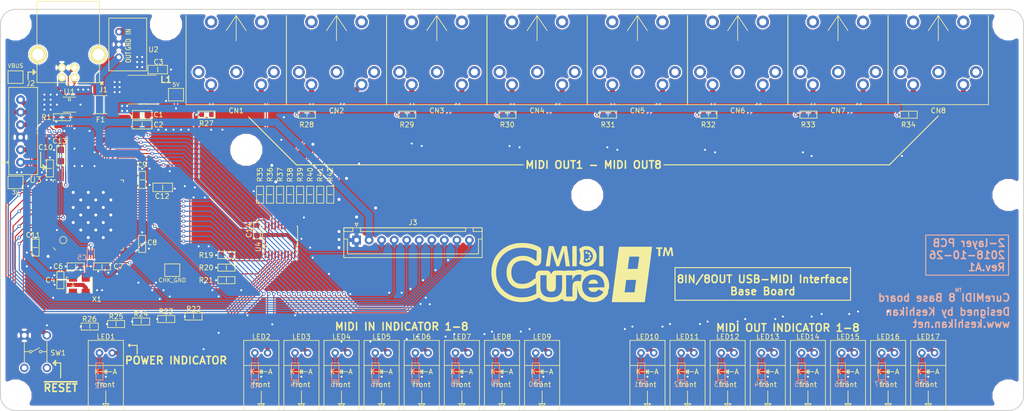
<source format=kicad_pcb>
(kicad_pcb (version 20171130) (host pcbnew 5.1.2-f72e74a~84~ubuntu18.04.1)
  (layers (0 F.Cu signal) (31 B.Cu signal) (34 B.Paste user) (35 F.Paste user) (36 B.SilkS user) (37 F.SilkS user) (38 B.Mask user) (39 F.Mask user) (44 Edge.Cuts user))
  (net 0 "")
  (net 1 +5V)
  (net 2 VBUS)
  (net 3 +3V3)
  (net 4 "Net-(CN1-Pad4)")
  (net 5 "Net-(CN1-Pad5)")
  (net 6 "Net-(CN2-Pad4)")
  (net 7 "Net-(CN2-Pad5)")
  (net 8 "Net-(CN3-Pad4)")
  (net 9 "Net-(CN3-Pad5)")
  (net 10 "Net-(CN4-Pad4)")
  (net 11 "Net-(CN4-Pad5)")
  (net 12 NRST)
  (net 13 SWDIO)
  (net 14 SWCLK)
  (net 15 MIDI_IN_1)
  (net 16 MIDI_IN_2)
  (net 17 MIDI_OUT_2)
  (net 18 MIDI_OUT_1)
  (net 19 USBD_P)
  (net 20 USBD_N)
  (net 21 GND)
  (net 22 "Net-(C3-Pad1)")
  (net 23 "Net-(C12-Pad1)")
  (net 24 "Net-(C13-Pad1)")
  (net 25 "Net-(CN5-Pad4)")
  (net 26 "Net-(CN5-Pad5)")
  (net 27 "Net-(CN6-Pad5)")
  (net 28 "Net-(CN6-Pad4)")
  (net 29 "Net-(CN7-Pad5)")
  (net 30 "Net-(CN7-Pad4)")
  (net 31 "Net-(CN8-Pad4)")
  (net 32 "Net-(CN8-Pad5)")
  (net 33 SWO)
  (net 34 MIDI_IN_3)
  (net 35 MIDI_IN_4)
  (net 36 MIDI_IN_5)
  (net 37 MIDI_IN_6)
  (net 38 MIDI_IN_7)
  (net 39 MIDI_IN_8)
  (net 40 MIDI_OUT_3)
  (net 41 MIDI_OUT_4)
  (net 42 MIDI_OUT_5)
  (net 43 MIDI_OUT_6)
  (net 44 MIDI_OUT_7)
  (net 45 MIDI_OUT_8)
  (net 46 "Net-(R35-Pad1)")
  (net 47 "Net-(R36-Pad1)")
  (net 48 "Net-(R37-Pad1)")
  (net 49 "Net-(R38-Pad1)")
  (net 50 "Net-(R39-Pad1)")
  (net 51 "Net-(R40-Pad1)")
  (net 52 "Net-(R41-Pad1)")
  (net 53 "Net-(R42-Pad1)")
  (net 54 "Net-(LED1-Pad1)")
  (net 55 "Net-(LED1-Pad2)")
  (net 56 "Net-(LED2-Pad1)")
  (net 57 "Net-(LED2-Pad2)")
  (net 58 "Net-(LED3-Pad2)")
  (net 59 "Net-(LED3-Pad1)")
  (net 60 "Net-(LED4-Pad1)")
  (net 61 "Net-(LED4-Pad2)")
  (net 62 "Net-(LED5-Pad2)")
  (net 63 "Net-(LED5-Pad1)")
  (net 64 "Net-(LED6-Pad1)")
  (net 65 "Net-(LED6-Pad2)")
  (net 66 "Net-(LED7-Pad1)")
  (net 67 "Net-(LED7-Pad2)")
  (net 68 "Net-(LED8-Pad2)")
  (net 69 "Net-(LED8-Pad1)")
  (net 70 "Net-(LED9-Pad1)")
  (net 71 "Net-(LED9-Pad2)")
  (net 72 "Net-(LED10-Pad2)")
  (net 73 "Net-(LED10-Pad1)")
  (net 74 "Net-(LED11-Pad1)")
  (net 75 "Net-(LED11-Pad2)")
  (net 76 "Net-(LED12-Pad2)")
  (net 77 "Net-(LED12-Pad1)")
  (net 78 "Net-(LED13-Pad1)")
  (net 79 "Net-(LED13-Pad2)")
  (net 80 "Net-(LED14-Pad2)")
  (net 81 "Net-(LED14-Pad1)")
  (net 82 "Net-(LED15-Pad2)")
  (net 83 "Net-(LED15-Pad1)")
  (net 84 "Net-(LED16-Pad1)")
  (net 85 "Net-(LED16-Pad2)")
  (net 86 "Net-(LED17-Pad2)")
  (net 87 "Net-(LED17-Pad1)")
  (net 88 "Net-(U3-Pad12)")
  (module keshikan:LEDSpacer_1low (layer F.Cu) (at 110 158)
    (fp_text reference LED2 (at 0 -5.715) (layer F.SilkS))
    (fp_text value LED_Small)
    (fp_text user K (at -1.8 1.255) (layer F.SilkS))
    (fp_text user A (at 1.8 1.255) (layer F.SilkS))
    (fp_text user front (at 0 3.81) (layer F.SilkS))
    (pad 1 thru_hole circle (at -1.27 -2.5) (size 1.524 1.524) (drill 0.762) (layers *.Cu *.Mask) (net 56 "Net-(LED2-Pad1)"))
    (pad 2 thru_hole circle (at 1.27 -2.5) (size 1.524 1.524) (drill 0.762) (layers *.Cu *.Mask) (net 57 "Net-(LED2-Pad2)"))
  )
  (module keshikan:LEDSpacer_1low (layer F.Cu) (at 79 158)
    (fp_text reference LED1 (at 0 -5.715) (layer F.SilkS))
    (fp_text value LED_Small)
    (fp_text user K (at -1.8 1.255) (layer F.SilkS))
    (fp_text user A (at 1.8 1.255) (layer F.SilkS))
    (fp_text user front (at 0 3.81) (layer F.SilkS))
    (pad 1 thru_hole circle (at -1.27 -2.5) (size 1.524 1.524) (drill 0.762) (layers *.Cu *.Mask) (net 54 "Net-(LED1-Pad1)"))
    (pad 2 thru_hole circle (at 1.27 -2.5) (size 1.524 1.524) (drill 0.762) (layers *.Cu *.Mask) (net 55 "Net-(LED1-Pad2)"))
  )
  (module keshikan:LEDSpacer_1low (layer F.Cu) (at 118 158)
    (fp_text reference LED3 (at 0 -5.715) (layer F.SilkS))
    (fp_text value LED_Small)
    (fp_text user K (at -1.8 1.255) (layer F.SilkS))
    (fp_text user A (at 1.8 1.255) (layer F.SilkS))
    (fp_text user front (at 0 3.81) (layer F.SilkS))
    (pad 1 thru_hole circle (at -1.27 -2.5) (size 1.524 1.524) (drill 0.762) (layers *.Cu *.Mask) (net 59 "Net-(LED3-Pad1)"))
    (pad 2 thru_hole circle (at 1.27 -2.5) (size 1.524 1.524) (drill 0.762) (layers *.Cu *.Mask) (net 58 "Net-(LED3-Pad2)"))
  )
  (module keshikan:LEDSpacer_1low (layer F.Cu) (at 126 158)
    (fp_text reference LED4 (at 0 -5.715) (layer F.SilkS))
    (fp_text value LED_Small)
    (fp_text user K (at -1.8 1.255) (layer F.SilkS))
    (fp_text user A (at 1.8 1.255) (layer F.SilkS))
    (fp_text user front (at 0 3.81) (layer F.SilkS))
    (pad 1 thru_hole circle (at -1.27 -2.5) (size 1.524 1.524) (drill 0.762) (layers *.Cu *.Mask) (net 60 "Net-(LED4-Pad1)"))
    (pad 2 thru_hole circle (at 1.27 -2.5) (size 1.524 1.524) (drill 0.762) (layers *.Cu *.Mask) (net 61 "Net-(LED4-Pad2)"))
  )
  (module keshikan:LEDSpacer_1low (layer F.Cu) (at 134 158)
    (fp_text reference LED5 (at 0 -5.715) (layer F.SilkS))
    (fp_text value LED_Small)
    (fp_text user K (at -1.8 1.255) (layer F.SilkS))
    (fp_text user A (at 1.8 1.255) (layer F.SilkS))
    (fp_text user front (at 0 3.81) (layer F.SilkS))
    (pad 1 thru_hole circle (at -1.27 -2.5) (size 1.524 1.524) (drill 0.762) (layers *.Cu *.Mask) (net 63 "Net-(LED5-Pad1)"))
    (pad 2 thru_hole circle (at 1.27 -2.5) (size 1.524 1.524) (drill 0.762) (layers *.Cu *.Mask) (net 62 "Net-(LED5-Pad2)"))
  )
  (module keshikan:LEDSpacer_1low (layer F.Cu) (at 142 158)
    (fp_text reference LED6 (at 0 -5.715) (layer F.SilkS))
    (fp_text value LED_Small)
    (fp_text user K (at -1.8 1.255) (layer F.SilkS))
    (fp_text user A (at 1.8 1.255) (layer F.SilkS))
    (fp_text user front (at 0 3.81) (layer F.SilkS))
    (pad 1 thru_hole circle (at -1.27 -2.5) (size 1.524 1.524) (drill 0.762) (layers *.Cu *.Mask) (net 64 "Net-(LED6-Pad1)"))
    (pad 2 thru_hole circle (at 1.27 -2.5) (size 1.524 1.524) (drill 0.762) (layers *.Cu *.Mask) (net 65 "Net-(LED6-Pad2)"))
  )
  (module keshikan:LEDSpacer_1low (layer F.Cu) (at 150 158)
    (fp_text reference LED7 (at 0 -5.715) (layer F.SilkS))
    (fp_text value LED_Small)
    (fp_text user K (at -1.8 1.255) (layer F.SilkS))
    (fp_text user A (at 1.8 1.255) (layer F.SilkS))
    (fp_text user front (at 0 3.81) (layer F.SilkS))
    (pad 1 thru_hole circle (at -1.27 -2.5) (size 1.524 1.524) (drill 0.762) (layers *.Cu *.Mask) (net 66 "Net-(LED7-Pad1)"))
    (pad 2 thru_hole circle (at 1.27 -2.5) (size 1.524 1.524) (drill 0.762) (layers *.Cu *.Mask) (net 67 "Net-(LED7-Pad2)"))
  )
  (module keshikan:LEDSpacer_1low (layer F.Cu) (at 158 158)
    (fp_text reference LED8 (at 0 -5.715) (layer F.SilkS))
    (fp_text value LED_Small)
    (fp_text user K (at -1.8 1.255) (layer F.SilkS))
    (fp_text user A (at 1.8 1.255) (layer F.SilkS))
    (fp_text user front (at 0 3.81) (layer F.SilkS))
    (pad 1 thru_hole circle (at -1.27 -2.5) (size 1.524 1.524) (drill 0.762) (layers *.Cu *.Mask) (net 69 "Net-(LED8-Pad1)"))
    (pad 2 thru_hole circle (at 1.27 -2.5) (size 1.524 1.524) (drill 0.762) (layers *.Cu *.Mask) (net 68 "Net-(LED8-Pad2)"))
  )
  (module keshikan:LEDSpacer_1low (layer F.Cu) (at 166 158)
    (fp_text reference LED9 (at 0 -5.715) (layer F.SilkS))
    (fp_text value LED_Small)
    (fp_text user K (at -1.8 1.255) (layer F.SilkS))
    (fp_text user A (at 1.8 1.255) (layer F.SilkS))
    (fp_text user front (at 0 3.81) (layer F.SilkS))
    (pad 1 thru_hole circle (at -1.27 -2.5) (size 1.524 1.524) (drill 0.762) (layers *.Cu *.Mask) (net 70 "Net-(LED9-Pad1)"))
    (pad 2 thru_hole circle (at 1.27 -2.5) (size 1.524 1.524) (drill 0.762) (layers *.Cu *.Mask) (net 71 "Net-(LED9-Pad2)"))
  )
  (module keshikan:LEDSpacer_1low (layer F.Cu) (at 187 158)
    (fp_text reference LED10 (at 0 -5.715) (layer F.SilkS))
    (fp_text value LED_Small)
    (fp_text user K (at -1.8 1.255) (layer F.SilkS))
    (fp_text user A (at 1.8 1.255) (layer F.SilkS))
    (fp_text user front (at 0 3.81) (layer F.SilkS))
    (pad 1 thru_hole circle (at -1.27 -2.5) (size 1.524 1.524) (drill 0.762) (layers *.Cu *.Mask) (net 73 "Net-(LED10-Pad1)"))
    (pad 2 thru_hole circle (at 1.27 -2.5) (size 1.524 1.524) (drill 0.762) (layers *.Cu *.Mask) (net 72 "Net-(LED10-Pad2)"))
  )
  (module keshikan:LEDSpacer_1low (layer F.Cu) (at 195 158)
    (fp_text reference LED11 (at 0 -5.715) (layer F.SilkS))
    (fp_text value LED_Small)
    (fp_text user K (at -1.8 1.255) (layer F.SilkS))
    (fp_text user A (at 1.8 1.255) (layer F.SilkS))
    (fp_text user front (at 0 3.81) (layer F.SilkS))
    (pad 1 thru_hole circle (at -1.27 -2.5) (size 1.524 1.524) (drill 0.762) (layers *.Cu *.Mask) (net 74 "Net-(LED11-Pad1)"))
    (pad 2 thru_hole circle (at 1.27 -2.5) (size 1.524 1.524) (drill 0.762) (layers *.Cu *.Mask) (net 75 "Net-(LED11-Pad2)"))
  )
  (module keshikan:LEDSpacer_1low (layer F.Cu) (at 203 158)
    (fp_text reference LED12 (at 0 -5.715) (layer F.SilkS))
    (fp_text value LED_Small)
    (fp_text user K (at -1.8 1.255) (layer F.SilkS))
    (fp_text user A (at 1.8 1.255) (layer F.SilkS))
    (fp_text user front (at 0 3.81) (layer F.SilkS))
    (pad 1 thru_hole circle (at -1.27 -2.5) (size 1.524 1.524) (drill 0.762) (layers *.Cu *.Mask) (net 77 "Net-(LED12-Pad1)"))
    (pad 2 thru_hole circle (at 1.27 -2.5) (size 1.524 1.524) (drill 0.762) (layers *.Cu *.Mask) (net 76 "Net-(LED12-Pad2)"))
  )
  (module keshikan:LEDSpacer_1low (layer F.Cu) (at 211 158)
    (fp_text reference LED13 (at 0 -5.715) (layer F.SilkS))
    (fp_text value LED_Small)
    (fp_text user K (at -1.8 1.255) (layer F.SilkS))
    (fp_text user A (at 1.8 1.255) (layer F.SilkS))
    (fp_text user front (at 0 3.81) (layer F.SilkS))
    (pad 1 thru_hole circle (at -1.27 -2.5) (size 1.524 1.524) (drill 0.762) (layers *.Cu *.Mask) (net 78 "Net-(LED13-Pad1)"))
    (pad 2 thru_hole circle (at 1.27 -2.5) (size 1.524 1.524) (drill 0.762) (layers *.Cu *.Mask) (net 79 "Net-(LED13-Pad2)"))
  )
  (module keshikan:LEDSpacer_1low (layer F.Cu) (at 219 158)
    (fp_text reference LED14 (at 0 -5.715) (layer F.SilkS))
    (fp_text value LED_Small)
    (fp_text user K (at -1.8 1.255) (layer F.SilkS))
    (fp_text user A (at 1.8 1.255) (layer F.SilkS))
    (fp_text user front (at 0 3.81) (layer F.SilkS))
    (pad 1 thru_hole circle (at -1.27 -2.5) (size 1.524 1.524) (drill 0.762) (layers *.Cu *.Mask) (net 81 "Net-(LED14-Pad1)"))
    (pad 2 thru_hole circle (at 1.27 -2.5) (size 1.524 1.524) (drill 0.762) (layers *.Cu *.Mask) (net 80 "Net-(LED14-Pad2)"))
  )
  (module keshikan:LEDSpacer_1low (layer F.Cu) (at 227 158)
    (fp_text reference LED15 (at 0 -5.715) (layer F.SilkS))
    (fp_text value LED_Small)
    (fp_text user K (at -1.8 1.255) (layer F.SilkS))
    (fp_text user A (at 1.8 1.255) (layer F.SilkS))
    (fp_text user front (at 0 3.81) (layer F.SilkS))
    (pad 1 thru_hole circle (at -1.27 -2.5) (size 1.524 1.524) (drill 0.762) (layers *.Cu *.Mask) (net 83 "Net-(LED15-Pad1)"))
    (pad 2 thru_hole circle (at 1.27 -2.5) (size 1.524 1.524) (drill 0.762) (layers *.Cu *.Mask) (net 82 "Net-(LED15-Pad2)"))
  )
  (module keshikan:LEDSpacer_1low (layer F.Cu) (at 235 158)
    (fp_text reference LED16 (at 0 -5.715) (layer F.SilkS))
    (fp_text value LED_Small)
    (fp_text user K (at -1.8 1.255) (layer F.SilkS))
    (fp_text user A (at 1.8 1.255) (layer F.SilkS))
    (fp_text user front (at 0 3.81) (layer F.SilkS))
    (pad 1 thru_hole circle (at -1.27 -2.5) (size 1.524 1.524) (drill 0.762) (layers *.Cu *.Mask) (net 84 "Net-(LED16-Pad1)"))
    (pad 2 thru_hole circle (at 1.27 -2.5) (size 1.524 1.524) (drill 0.762) (layers *.Cu *.Mask) (net 85 "Net-(LED16-Pad2)"))
  )
  (module keshikan:LEDSpacer_1low (layer F.Cu) (at 243 158)
    (fp_text reference LED17 (at 0 -5.715) (layer F.SilkS))
    (fp_text value LED_Small)
    (fp_text user K (at -1.8 1.255) (layer F.SilkS))
    (fp_text user A (at 1.8 1.255) (layer F.SilkS))
    (fp_text user front (at 0 3.81) (layer F.SilkS))
    (pad 1 thru_hole circle (at -1.27 -2.5) (size 1.524 1.524) (drill 0.762) (layers *.Cu *.Mask) (net 87 "Net-(LED17-Pad1)"))
    (pad 2 thru_hole circle (at 1.27 -2.5) (size 1.524 1.524) (drill 0.762) (layers *.Cu *.Mask) (net 86 "Net-(LED17-Pad2)"))
  )
  (module keshikan:DIN_5P_MIDI (layer F.Cu) (at 105 87)
    (fp_text reference CN1 (at 0 20.2) (layer F.SilkS))
    (fp_text value DIN_5)
    (pad 5 thru_hole circle (at 5 15 90) (size 2.4 2.4) (drill 1.4) (layers *.Cu *.Mask) (net 5 "Net-(CN1-Pad5)"))
    (pad 4 thru_hole circle (at -5 15 90) (size 2.4 2.4) (drill 1.4) (layers *.Cu *.Mask) (net 4 "Net-(CN1-Pad4)"))
    (pad 1 thru_hole circle (at -7.5 12.5 90) (size 2.4 2.4) (drill 1.4) (layers *.Cu *.Mask))
    (pad 3 thru_hole circle (at 7.5 12.5 90) (size 2.4 2.4) (drill 1.4) (layers *.Cu *.Mask))
    (pad 2 thru_hole circle (at 0 12.5 90) (size 2.4 2.4) (drill 1.4) (layers *.Cu *.Mask))
    (pad E thru_hole circle (at -5 2.5 90) (size 2.5 2.5) (drill 1.4) (layers *.Cu *.Mask))
    (pad E thru_hole circle (at 5 2.5 90) (size 2.5 2.5) (drill 1.4) (layers *.Cu *.Mask))
  )
  (module keshikan:USB_B_F (layer F.Cu) (at 71.5 96)
    (fp_text reference J1 (at 7 7) (layer F.SilkS))
    (fp_text value USB_B)
    (pad 2 thru_hole circle (at 1.25 4.6) (size 1.6 1.6) (drill 0.9) (layers *.Cu *.Mask F.SilkS) (net 20 USBD_N))
    (pad 1 thru_hole circle (at -1.25 4.6) (size 1.6 1.6) (drill 0.9) (layers *.Cu *.Mask F.SilkS) (net 2 VBUS))
    (pad 3 thru_hole circle (at 1.25 2.6) (size 1.6 1.6) (drill 0.9) (layers *.Cu *.Mask F.SilkS) (net 19 USBD_P))
    (pad 4 thru_hole circle (at -1.25 2.6) (size 1.6 1.6) (drill 0.9) (layers *.Cu *.Mask F.SilkS) (net 21 GND))
    (pad "" thru_hole circle (at 6 0) (size 3.5 3.5) (drill 2.3) (layers *.Cu *.Mask F.SilkS))
    (pad 5 thru_hole circle (at -6 0) (size 3.5 3.5) (drill 2.3) (layers *.Cu *.Mask F.SilkS))
  )
  (module keshikan:M78AR033-0.5 (layer F.Cu) (at 81.6 94 270)
    (fp_text reference U2 (at 1 -6.9) (layer F.SilkS))
    (fp_text value M78AR033-0.5)
    (fp_text user OUT (at 2.54 -1.905 270) (layer F.SilkS) (effects (font (size 1 0.8))))
    (fp_text user GND (at 0 -1.905 270) (layer F.SilkS) (effects (font (size 1 0.8))))
    (fp_text user IN (at -2.54 -1.905 270) (layer F.SilkS) (effects (font (size 1 0.8))))
    (pad 1 thru_hole circle (at -2.54 0 270) (size 1.5 1.5) (drill 0.8) (layers *.Cu *.Mask) (net 22 "Net-(C3-Pad1)"))
    (pad 3 thru_hole circle (at 2.54 0 270) (size 1.5 1.5) (drill 0.8) (layers *.Cu *.Mask) (net 3 +3V3))
    (pad 2 thru_hole circle (at 0 0 270) (size 1.5 1.5) (drill 0.8) (layers *.Cu *.Mask) (net 21 GND))
  )
  (module keshikan:Mechanical_M3 (layer F.Cu) (at 175 124)
    (fp_text reference REF** hide)
    (fp_text value M3 hide)
    (pad "" np_thru_hole circle (at 0 0) (size 3.2 3.2) (drill 3.2) (layers *.Cu *.Mask F.SilkS) (clearance 1.6))
  )
  (module keshikan:SG5032 (layer F.Cu) (at 73.73 142)
    (fp_text reference X1 (at 3.47 2.8 180) (layer F.SilkS))
    (fp_text value "SG5032CAN 8MHz")
    (pad 2 smd rect (at 1.27 1.6) (size 1.6 1.8) (layers F.Cu F.Paste F.Mask) (net 21 GND))
    (pad 1 smd rect (at -1.27 1.6) (size 1.6 1.8) (layers F.Cu F.Paste F.Mask))
    (pad 4 smd rect (at -1.27 -1.6) (size 1.6 1.8) (layers F.Cu F.Paste F.Mask) (net 3 +3V3))
    (pad 3 smd rect (at 1.27 -1.6) (size 1.6 1.8) (layers F.Cu F.Paste F.Mask) (net 88 "Net-(U3-Pad12)"))
  )
  (module keshikan:Mechanical_M3 (layer F.Cu) (at 107 115)
    (fp_text reference REF** hide)
    (fp_text value M3 hide)
    (pad "" np_thru_hole circle (at 0 0) (size 3.2 3.2) (drill 3.2) (layers *.Cu *.Mask F.SilkS) (clearance 1.6))
  )
  (module keshikan:LQFP100_14x14_STM32 (layer F.Cu) (at 75.5 128 90)
    (fp_text reference U3 (at 7 -10.5 180) (layer F.SilkS) (effects (font (size 1.2 1.2))))
    (fp_text value STM32F722VCTx)
    (pad 1 smd rect (at -7.75 -6 180) (size 0.25 2) (layers F.Cu F.Paste F.Mask))
    (pad 2 smd rect (at -7.75 -5.5 180) (size 0.25 2) (layers F.Cu F.Paste F.Mask))
    (pad 3 smd rect (at -7.75 -5 180) (size 0.25 2) (layers F.Cu F.Paste F.Mask))
    (pad 4 smd rect (at -7.75 -4.5 180) (size 0.25 2) (layers F.Cu F.Paste F.Mask))
    (pad 5 smd rect (at -7.75 -4 180) (size 0.25 2) (layers F.Cu F.Paste F.Mask))
    (pad 6 smd rect (at -7.75 -3.5 180) (size 0.25 2) (layers F.Cu F.Paste F.Mask) (net 3 +3V3))
    (pad 7 smd rect (at -7.75 -3 180) (size 0.25 2) (layers F.Cu F.Paste F.Mask))
    (pad 8 smd rect (at -7.75 -2.5 180) (size 0.25 2) (layers F.Cu F.Paste F.Mask))
    (pad 9 smd rect (at -7.75 -2 180) (size 0.25 2) (layers F.Cu F.Paste F.Mask))
    (pad 10 smd rect (at -7.75 -1.5 180) (size 0.25 2) (layers F.Cu F.Paste F.Mask) (net 21 GND))
    (pad 11 smd rect (at -7.75 -1 180) (size 0.25 2) (layers F.Cu F.Paste F.Mask) (net 3 +3V3))
    (pad 12 smd rect (at -7.75 -0.5 180) (size 0.25 2) (layers F.Cu F.Paste F.Mask) (net 88 "Net-(U3-Pad12)"))
    (pad 13 smd rect (at -7.75 0 180) (size 0.25 2) (layers F.Cu F.Paste F.Mask))
    (pad 14 smd rect (at -7.75 0.5 180) (size 0.25 2) (layers F.Cu F.Paste F.Mask) (net 12 NRST))
    (pad 15 smd rect (at -7.75 1 180) (size 0.25 2) (layers F.Cu F.Paste F.Mask))
    (pad 16 smd rect (at -7.75 1.5 180) (size 0.25 2) (layers F.Cu F.Paste F.Mask))
    (pad 17 smd rect (at -7.75 2 180) (size 0.25 2) (layers F.Cu F.Paste F.Mask))
    (pad 18 smd rect (at -7.75 2.5 180) (size 0.25 2) (layers F.Cu F.Paste F.Mask))
    (pad 19 smd rect (at -7.75 3 180) (size 0.25 2) (layers F.Cu F.Paste F.Mask) (net 21 GND))
    (pad 20 smd rect (at -7.75 3.5 180) (size 0.25 2) (layers F.Cu F.Paste F.Mask) (net 3 +3V3))
    (pad 21 smd rect (at -7.75 4 180) (size 0.25 2) (layers F.Cu F.Paste F.Mask) (net 3 +3V3))
    (pad 22 smd rect (at -7.75 4.5 180) (size 0.25 2) (layers F.Cu F.Paste F.Mask) (net 40 MIDI_OUT_3))
    (pad 23 smd rect (at -7.75 5 180) (size 0.25 2) (layers F.Cu F.Paste F.Mask) (net 34 MIDI_IN_3))
    (pad 24 smd rect (at -7.75 5.5 180) (size 0.25 2) (layers F.Cu F.Paste F.Mask))
    (pad 25 smd rect (at -7.75 6 180) (size 0.25 2) (layers F.Cu F.Paste F.Mask))
    (pad 26 smd rect (at -6 7.75 90) (size 0.25 2) (layers F.Cu F.Paste F.Mask) (net 21 GND))
    (pad 27 smd rect (at -5.5 7.75 90) (size 0.25 2) (layers F.Cu F.Paste F.Mask) (net 3 +3V3))
    (pad 28 smd rect (at -5 7.75 90) (size 0.25 2) (layers F.Cu F.Paste F.Mask))
    (pad 29 smd rect (at -4.5 7.75 90) (size 0.25 2) (layers F.Cu F.Paste F.Mask))
    (pad 30 smd rect (at -4 7.75 90) (size 0.25 2) (layers F.Cu F.Paste F.Mask))
    (pad 31 smd rect (at -3.5 7.75 90) (size 0.25 2) (layers F.Cu F.Paste F.Mask))
    (pad 32 smd rect (at -3 7.75 90) (size 0.25 2) (layers F.Cu F.Paste F.Mask))
    (pad 33 smd rect (at -2.5 7.75 90) (size 0.25 2) (layers F.Cu F.Paste F.Mask))
    (pad 34 smd rect (at -2 7.75 90) (size 0.25 2) (layers F.Cu F.Paste F.Mask))
    (pad 35 smd rect (at -1.5 7.75 90) (size 0.25 2) (layers F.Cu F.Paste F.Mask))
    (pad 36 smd rect (at -1 7.75 90) (size 0.25 2) (layers F.Cu F.Paste F.Mask))
    (pad 37 smd rect (at -0.5 7.75 90) (size 0.25 2) (layers F.Cu F.Paste F.Mask) (net 16 MIDI_IN_2))
    (pad 38 smd rect (at 0 7.75 90) (size 0.25 2) (layers F.Cu F.Paste F.Mask) (net 17 MIDI_OUT_2))
    (pad 39 smd rect (at 0.5 7.75 90) (size 0.25 2) (layers F.Cu F.Paste F.Mask) (net 55 "Net-(LED1-Pad2)"))
    (pad 40 smd rect (at 1 7.75 90) (size 0.25 2) (layers F.Cu F.Paste F.Mask) (net 57 "Net-(LED2-Pad2)"))
    (pad 41 smd rect (at 1.5 7.75 90) (size 0.25 2) (layers F.Cu F.Paste F.Mask) (net 58 "Net-(LED3-Pad2)"))
    (pad 42 smd rect (at 2 7.75 90) (size 0.25 2) (layers F.Cu F.Paste F.Mask) (net 61 "Net-(LED4-Pad2)"))
    (pad 43 smd rect (at 2.5 7.75 90) (size 0.25 2) (layers F.Cu F.Paste F.Mask) (net 62 "Net-(LED5-Pad2)"))
    (pad 44 smd rect (at 3 7.75 90) (size 0.25 2) (layers F.Cu F.Paste F.Mask) (net 65 "Net-(LED6-Pad2)"))
    (pad 45 smd rect (at 3.5 7.75 90) (size 0.25 2) (layers F.Cu F.Paste F.Mask) (net 67 "Net-(LED7-Pad2)"))
    (pad 46 smd rect (at 4 7.75 90) (size 0.25 2) (layers F.Cu F.Paste F.Mask) (net 68 "Net-(LED8-Pad2)"))
    (pad 47 smd rect (at 4.5 7.75 90) (size 0.25 2) (layers F.Cu F.Paste F.Mask) (net 71 "Net-(LED9-Pad2)"))
    (pad 48 smd rect (at 5 7.75 90) (size 0.25 2) (layers F.Cu F.Paste F.Mask) (net 23 "Net-(C12-Pad1)"))
    (pad 49 smd rect (at 5.5 7.75 90) (size 0.25 2) (layers F.Cu F.Paste F.Mask) (net 21 GND))
    (pad 50 smd rect (at 6 7.75 90) (size 0.25 2) (layers F.Cu F.Paste F.Mask) (net 3 +3V3))
    (pad 51 smd rect (at 7.75 6 180) (size 0.25 2) (layers F.Cu F.Paste F.Mask) (net 72 "Net-(LED10-Pad2)"))
    (pad 52 smd rect (at 7.75 5.5 180) (size 0.25 2) (layers F.Cu F.Paste F.Mask) (net 75 "Net-(LED11-Pad2)"))
    (pad 53 smd rect (at 7.75 5 180) (size 0.25 2) (layers F.Cu F.Paste F.Mask) (net 76 "Net-(LED12-Pad2)"))
    (pad 54 smd rect (at 7.75 4.5 180) (size 0.25 2) (layers F.Cu F.Paste F.Mask) (net 79 "Net-(LED13-Pad2)"))
    (pad 55 smd rect (at 7.75 4 180) (size 0.25 2) (layers F.Cu F.Paste F.Mask) (net 80 "Net-(LED14-Pad2)"))
    (pad 56 smd rect (at 7.75 3.5 180) (size 0.25 2) (layers F.Cu F.Paste F.Mask) (net 82 "Net-(LED15-Pad2)"))
    (pad 57 smd rect (at 7.75 3 180) (size 0.25 2) (layers F.Cu F.Paste F.Mask) (net 85 "Net-(LED16-Pad2)"))
    (pad 58 smd rect (at 7.75 2.5 180) (size 0.25 2) (layers F.Cu F.Paste F.Mask) (net 86 "Net-(LED17-Pad2)"))
    (pad 59 smd rect (at 7.75 2 180) (size 0.25 2) (layers F.Cu F.Paste F.Mask))
    (pad 60 smd rect (at 7.75 1.5 180) (size 0.25 2) (layers F.Cu F.Paste F.Mask))
    (pad 61 smd rect (at 7.75 1 180) (size 0.25 2) (layers F.Cu F.Paste F.Mask))
    (pad 62 smd rect (at 7.75 0.5 180) (size 0.25 2) (layers F.Cu F.Paste F.Mask))
    (pad 63 smd rect (at 7.75 0 180) (size 0.25 2) (layers F.Cu F.Paste F.Mask) (net 18 MIDI_OUT_1))
    (pad 64 smd rect (at 7.75 -0.5 180) (size 0.25 2) (layers F.Cu F.Paste F.Mask) (net 15 MIDI_IN_1))
    (pad 65 smd rect (at 7.75 -1 180) (size 0.25 2) (layers F.Cu F.Paste F.Mask))
    (pad 66 smd rect (at 7.75 -1.5 180) (size 0.25 2) (layers F.Cu F.Paste F.Mask))
    (pad 67 smd rect (at 7.75 -2 180) (size 0.25 2) (layers F.Cu F.Paste F.Mask))
    (pad 68 smd rect (at 7.75 -2.5 180) (size 0.25 2) (layers F.Cu F.Paste F.Mask))
    (pad 69 smd rect (at 7.75 -3 180) (size 0.25 2) (layers F.Cu F.Paste F.Mask))
    (pad 70 smd rect (at 7.75 -3.5 180) (size 0.25 2) (layers F.Cu F.Paste F.Mask) (net 20 USBD_N))
    (pad 71 smd rect (at 7.75 -4 180) (size 0.25 2) (layers F.Cu F.Paste F.Mask) (net 19 USBD_P))
    (pad 72 smd rect (at 7.75 -4.5 180) (size 0.25 2) (layers F.Cu F.Paste F.Mask) (net 13 SWDIO))
    (pad 73 smd rect (at 7.75 -5 180) (size 0.25 2) (layers F.Cu F.Paste F.Mask) (net 24 "Net-(C13-Pad1)"))
    (pad 74 smd rect (at 7.75 -5.5 180) (size 0.25 2) (layers F.Cu F.Paste F.Mask) (net 21 GND))
    (pad 75 smd rect (at 7.75 -6 180) (size 0.25 2) (layers F.Cu F.Paste F.Mask) (net 3 +3V3))
    (pad 76 smd rect (at 6 -7.75 90) (size 0.25 2) (layers F.Cu F.Paste F.Mask) (net 14 SWCLK))
    (pad 77 smd rect (at 5.5 -7.75 90) (size 0.25 2) (layers F.Cu F.Paste F.Mask))
    (pad 78 smd rect (at 5 -7.75 90) (size 0.25 2) (layers F.Cu F.Paste F.Mask) (net 45 MIDI_OUT_8))
    (pad 79 smd rect (at 4.5 -7.75 90) (size 0.25 2) (layers F.Cu F.Paste F.Mask) (net 39 MIDI_IN_8))
    (pad 80 smd rect (at 4 -7.75 90) (size 0.25 2) (layers F.Cu F.Paste F.Mask) (net 44 MIDI_OUT_7))
    (pad 81 smd rect (at 3.5 -7.75 90) (size 0.25 2) (layers F.Cu F.Paste F.Mask))
    (pad 82 smd rect (at 3 -7.75 90) (size 0.25 2) (layers F.Cu F.Paste F.Mask))
    (pad 83 smd rect (at 2.5 -7.75 90) (size 0.25 2) (layers F.Cu F.Paste F.Mask) (net 38 MIDI_IN_7))
    (pad 84 smd rect (at 2 -7.75 90) (size 0.25 2) (layers F.Cu F.Paste F.Mask))
    (pad 85 smd rect (at 1.5 -7.75 90) (size 0.25 2) (layers F.Cu F.Paste F.Mask))
    (pad 86 smd rect (at 1 -7.75 90) (size 0.25 2) (layers F.Cu F.Paste F.Mask) (net 43 MIDI_OUT_6))
    (pad 87 smd rect (at 0.5 -7.75 90) (size 0.25 2) (layers F.Cu F.Paste F.Mask) (net 37 MIDI_IN_6))
    (pad 88 smd rect (at 0 -7.75 90) (size 0.25 2) (layers F.Cu F.Paste F.Mask))
    (pad 89 smd rect (at -0.5 -7.75 90) (size 0.25 2) (layers F.Cu F.Paste F.Mask) (net 33 SWO))
    (pad 90 smd rect (at -1 -7.75 90) (size 0.25 2) (layers F.Cu F.Paste F.Mask))
    (pad 91 smd rect (at -1.5 -7.75 90) (size 0.25 2) (layers F.Cu F.Paste F.Mask))
    (pad 92 smd rect (at -2 -7.75 90) (size 0.25 2) (layers F.Cu F.Paste F.Mask) (net 42 MIDI_OUT_5))
    (pad 93 smd rect (at -2.5 -7.75 90) (size 0.25 2) (layers F.Cu F.Paste F.Mask) (net 36 MIDI_IN_5))
    (pad 94 smd rect (at -3 -7.75 90) (size 0.25 2) (layers F.Cu F.Paste F.Mask) (net 21 GND))
    (pad 95 smd rect (at -3.5 -7.75 90) (size 0.25 2) (layers F.Cu F.Paste F.Mask))
    (pad 96 smd rect (at -4 -7.75 90) (size 0.25 2) (layers F.Cu F.Paste F.Mask))
    (pad 97 smd rect (at -4.5 -7.75 90) (size 0.25 2) (layers F.Cu F.Paste F.Mask) (net 35 MIDI_IN_4))
    (pad 98 smd rect (at -5 -7.75 90) (size 0.25 2) (layers F.Cu F.Paste F.Mask) (net 41 MIDI_OUT_4))
    (pad 99 smd rect (at -5.5 -7.75 90) (size 0.25 2) (layers F.Cu F.Paste F.Mask) (net 21 GND))
    (pad 100 smd rect (at -6 -7.75 90) (size 0.25 2) (layers F.Cu F.Paste F.Mask) (net 3 +3V3))
  )
  (module keshikan:Mechanical_M3 (layer F.Cu) (at 259 164)
    (fp_text reference REF** hide)
    (fp_text value M3 hide)
    (pad "" np_thru_hole circle (at 0 0) (size 3.2 3.2) (drill 3.2) (layers *.Cu *.Mask F.SilkS) (clearance 1.6))
  )
  (module keshikan:Mechanical_M3 (layer F.Cu) (at 61 164)
    (fp_text reference REF** hide)
    (fp_text value M3 hide)
    (pad "" np_thru_hole circle (at 0 0) (size 3.2 3.2) (drill 3.2) (layers *.Cu *.Mask F.SilkS) (clearance 1.6))
  )
  (module keshikan:Mechanical_M3 (layer F.Cu) (at 259 124)
    (fp_text reference REF** hide)
    (fp_text value M3 hide)
    (pad "" np_thru_hole circle (at 0 0) (size 3.2 3.2) (drill 3.2) (layers *.Cu *.Mask F.SilkS) (clearance 1.6))
  )
  (module keshikan:Mechanical_M3 (layer F.Cu) (at 61 90)
    (fp_text reference REF** hide)
    (fp_text value M3 hide)
    (pad "" np_thru_hole circle (at 0 0) (size 3.2 3.2) (drill 3.2) (layers *.Cu *.Mask F.SilkS) (clearance 1.6))
  )
  (module keshikan:Mechanical_M3 (layer F.Cu) (at 259 90)
    (fp_text reference REF** hide)
    (fp_text value M3 hide)
    (pad "" np_thru_hole circle (at 0 0) (size 3.2 3.2) (drill 3.2) (layers *.Cu *.Mask F.SilkS) (clearance 1.6))
  )
  (module "keshikan:SMD_0805(2012)" (layer F.Cu) (at 86.25 108)
    (fp_text reference C1 (at 3.25 0) (layer F.SilkS))
    (fp_text value 4.7μF)
    (pad 2 smd rect (at 1.1 0) (size 1.2 1.25) (layers F.Cu F.Paste F.Mask) (net 21 GND))
    (pad 1 smd rect (at -1.1 0) (size 1.2 1.25) (layers F.Cu F.Paste F.Mask) (net 1 +5V))
  )
  (module "keshikan:SMD_0805(2012)" (layer F.Cu) (at 86.25 110)
    (fp_text reference C2 (at 3.25 0) (layer F.SilkS))
    (fp_text value 4.7μF)
    (pad 1 smd rect (at -1.1 0) (size 1.2 1.25) (layers F.Cu F.Paste F.Mask) (net 1 +5V))
    (pad 2 smd rect (at 1.1 0) (size 1.2 1.25) (layers F.Cu F.Paste F.Mask) (net 21 GND))
  )
  (module "keshikan:SMD_0805(2012)" (layer F.Cu) (at 89.35 99)
    (fp_text reference C3 (at 0.15 -1.5) (layer F.SilkS))
    (fp_text value 4.7μF)
    (pad 1 smd rect (at -1.1 0) (size 1.2 1.25) (layers F.Cu F.Paste F.Mask) (net 22 "Net-(C3-Pad1)"))
    (pad 2 smd rect (at 1.1 0) (size 1.2 1.25) (layers F.Cu F.Paste F.Mask) (net 21 GND))
  )
  (module "keshikan:SMD_0603(1608)" (layer F.Cu) (at 69.95 141 270)
    (fp_text reference C4 (at 0 2) (layer F.SilkS))
    (fp_text value 0.1μF)
    (pad 2 smd rect (at 0.95 0 270) (size 0.9 0.9) (layers F.Cu F.Paste F.Mask) (net 21 GND))
    (pad 1 smd rect (at -0.95 0 270) (size 0.9 0.9) (layers F.Cu F.Paste F.Mask) (net 3 +3V3))
  )
  (module "keshikan:SMD_0603(1608)" (layer B.Cu) (at 76 136.5 270)
    (fp_text reference C5 (at 0 1.75) (layer B.SilkS) (effects (justify mirror)))
    (fp_text value 0.1μF)
    (pad 2 smd rect (at 0.95 0 270) (size 0.9 0.9) (layers B.Cu B.Paste B.Mask) (net 21 GND))
    (pad 1 smd rect (at -0.95 0 270) (size 0.9 0.9) (layers B.Cu B.Paste B.Mask) (net 12 NRST))
  )
  (module "keshikan:SMD_0603(1608)" (layer F.Cu) (at 73 138.25 180)
    (fp_text reference C6 (at 3.5 0) (layer F.SilkS))
    (fp_text value 0.1μF)
    (pad 2 smd rect (at 0.95 0 180) (size 0.9 0.9) (layers F.Cu F.Paste F.Mask) (net 21 GND))
    (pad 1 smd rect (at -0.95 0 180) (size 0.9 0.9) (layers F.Cu F.Paste F.Mask) (net 3 +3V3))
  )
  (module "keshikan:SMD_0603(1608)" (layer F.Cu) (at 78.25 138.25 180)
    (fp_text reference C7 (at -3.25 0) (layer F.SilkS))
    (fp_text value 0.1μF)
    (pad 1 smd rect (at -0.95 0 180) (size 0.9 0.9) (layers F.Cu F.Paste F.Mask) (net 3 +3V3))
    (pad 2 smd rect (at 0.95 0 180) (size 0.9 0.9) (layers F.Cu F.Paste F.Mask) (net 21 GND))
  )
  (module "keshikan:SMD_0603(1608)" (layer F.Cu) (at 86.25 133.75 270)
    (fp_text reference C8 (at -0.25 -2) (layer F.SilkS))
    (fp_text value 0.1μF)
    (pad 2 smd rect (at 0.95 0 270) (size 0.9 0.9) (layers F.Cu F.Paste F.Mask) (net 21 GND))
    (pad 1 smd rect (at -0.95 0 270) (size 0.9 0.9) (layers F.Cu F.Paste F.Mask) (net 3 +3V3))
  )
  (module "keshikan:SMD_0603(1608)" (layer F.Cu) (at 86.25 121 270)
    (fp_text reference C9 (at -3 0) (layer F.SilkS))
    (fp_text value 0.1μF)
    (pad 2 smd rect (at 0.95 0 270) (size 0.9 0.9) (layers F.Cu F.Paste F.Mask) (net 21 GND))
    (pad 1 smd rect (at -0.95 0 270) (size 0.9 0.9) (layers F.Cu F.Paste F.Mask) (net 3 +3V3))
  )
  (module "keshikan:SMD_0603(1608)" (layer F.Cu) (at 67.85 118.7 90)
    (fp_text reference C10 (at 4.2 -0.85) (layer F.SilkS))
    (fp_text value 0.1μF)
    (pad 1 smd rect (at -0.95 0 90) (size 0.9 0.9) (layers F.Cu F.Paste F.Mask) (net 3 +3V3))
    (pad 2 smd rect (at 0.95 0 90) (size 0.9 0.9) (layers F.Cu F.Paste F.Mask) (net 21 GND))
  )
  (module "keshikan:SMD_0603(1608)" (layer F.Cu) (at 65 134.5 90)
    (fp_text reference C11 (at 2.5 -0.5 180) (layer F.SilkS))
    (fp_text value 0.1μF)
    (pad 1 smd rect (at -0.95 0 90) (size 0.9 0.9) (layers F.Cu F.Paste F.Mask) (net 3 +3V3))
    (pad 2 smd rect (at 0.95 0 90) (size 0.9 0.9) (layers F.Cu F.Paste F.Mask) (net 21 GND))
  )
  (module "keshikan:SMD_0805(2012)" (layer F.Cu) (at 90.35 122.5)
    (fp_text reference C12 (at -0.1 1.75) (layer F.SilkS))
    (fp_text value 4.7μF)
    (pad 2 smd rect (at 1.1 0) (size 1.2 1.25) (layers F.Cu F.Paste F.Mask) (net 21 GND))
    (pad 1 smd rect (at -1.1 0) (size 1.2 1.25) (layers F.Cu F.Paste F.Mask) (net 23 "Net-(C12-Pad1)"))
  )
  (module "keshikan:SMD_0805(2012)" (layer F.Cu) (at 70.05 116.15 90)
    (fp_text reference C13 (at 2.9 -0.25) (layer F.SilkS))
    (fp_text value 4.7μF)
    (pad 1 smd rect (at -1.1 0 90) (size 1.2 1.25) (layers F.Cu F.Paste F.Mask) (net 24 "Net-(C13-Pad1)"))
    (pad 2 smd rect (at 1.1 0 90) (size 1.2 1.25) (layers F.Cu F.Paste F.Mask) (net 21 GND))
  )
  (module "keshikan:SMD_0603(1608)" (layer F.Cu) (at 109.15 131.05 270)
    (fp_text reference C14 (at 0.05 1.6 90) (layer F.SilkS))
    (fp_text value 0.1μF)
    (pad 1 smd rect (at -0.95 0 270) (size 0.9 0.9) (layers F.Cu F.Paste F.Mask) (net 1 +5V))
    (pad 2 smd rect (at 0.95 0 270) (size 0.9 0.9) (layers F.Cu F.Paste F.Mask) (net 21 GND))
  )
  (module keshikan:DIN_5P_MIDI (layer F.Cu) (at 125 87)
    (fp_text reference CN2 (at 0 20.2) (layer F.SilkS))
    (fp_text value DIN_5)
    (pad E thru_hole circle (at 5 2.5 90) (size 2.5 2.5) (drill 1.4) (layers *.Cu *.Mask))
    (pad E thru_hole circle (at -5 2.5 90) (size 2.5 2.5) (drill 1.4) (layers *.Cu *.Mask))
    (pad 2 thru_hole circle (at 0 12.5 90) (size 2.4 2.4) (drill 1.4) (layers *.Cu *.Mask))
    (pad 3 thru_hole circle (at 7.5 12.5 90) (size 2.4 2.4) (drill 1.4) (layers *.Cu *.Mask))
    (pad 1 thru_hole circle (at -7.5 12.5 90) (size 2.4 2.4) (drill 1.4) (layers *.Cu *.Mask))
    (pad 4 thru_hole circle (at -5 15 90) (size 2.4 2.4) (drill 1.4) (layers *.Cu *.Mask) (net 6 "Net-(CN2-Pad4)"))
    (pad 5 thru_hole circle (at 5 15 90) (size 2.4 2.4) (drill 1.4) (layers *.Cu *.Mask) (net 7 "Net-(CN2-Pad5)"))
  )
  (module keshikan:DIN_5P_MIDI (layer F.Cu) (at 145 87)
    (fp_text reference CN3 (at 0 20.2) (layer F.SilkS))
    (fp_text value DIN_5)
    (pad 5 thru_hole circle (at 5 15 90) (size 2.4 2.4) (drill 1.4) (layers *.Cu *.Mask) (net 9 "Net-(CN3-Pad5)"))
    (pad 4 thru_hole circle (at -5 15 90) (size 2.4 2.4) (drill 1.4) (layers *.Cu *.Mask) (net 8 "Net-(CN3-Pad4)"))
    (pad 1 thru_hole circle (at -7.5 12.5 90) (size 2.4 2.4) (drill 1.4) (layers *.Cu *.Mask))
    (pad 3 thru_hole circle (at 7.5 12.5 90) (size 2.4 2.4) (drill 1.4) (layers *.Cu *.Mask))
    (pad 2 thru_hole circle (at 0 12.5 90) (size 2.4 2.4) (drill 1.4) (layers *.Cu *.Mask))
    (pad E thru_hole circle (at -5 2.5 90) (size 2.5 2.5) (drill 1.4) (layers *.Cu *.Mask))
    (pad E thru_hole circle (at 5 2.5 90) (size 2.5 2.5) (drill 1.4) (layers *.Cu *.Mask))
  )
  (module keshikan:DIN_5P_MIDI (layer F.Cu) (at 165 87)
    (fp_text reference CN4 (at 0 20.2) (layer F.SilkS))
    (fp_text value DIN_5)
    (pad E thru_hole circle (at 5 2.5 90) (size 2.5 2.5) (drill 1.4) (layers *.Cu *.Mask))
    (pad E thru_hole circle (at -5 2.5 90) (size 2.5 2.5) (drill 1.4) (layers *.Cu *.Mask))
    (pad 2 thru_hole circle (at 0 12.5 90) (size 2.4 2.4) (drill 1.4) (layers *.Cu *.Mask))
    (pad 3 thru_hole circle (at 7.5 12.5 90) (size 2.4 2.4) (drill 1.4) (layers *.Cu *.Mask))
    (pad 1 thru_hole circle (at -7.5 12.5 90) (size 2.4 2.4) (drill 1.4) (layers *.Cu *.Mask))
    (pad 4 thru_hole circle (at -5 15 90) (size 2.4 2.4) (drill 1.4) (layers *.Cu *.Mask) (net 10 "Net-(CN4-Pad4)"))
    (pad 5 thru_hole circle (at 5 15 90) (size 2.4 2.4) (drill 1.4) (layers *.Cu *.Mask) (net 11 "Net-(CN4-Pad5)"))
  )
  (module keshikan:DIN_5P_MIDI (layer F.Cu) (at 185 87)
    (fp_text reference CN5 (at 0 20.2) (layer F.SilkS))
    (fp_text value DIN_5)
    (pad E thru_hole circle (at 5 2.5 90) (size 2.5 2.5) (drill 1.4) (layers *.Cu *.Mask))
    (pad E thru_hole circle (at -5 2.5 90) (size 2.5 2.5) (drill 1.4) (layers *.Cu *.Mask))
    (pad 2 thru_hole circle (at 0 12.5 90) (size 2.4 2.4) (drill 1.4) (layers *.Cu *.Mask))
    (pad 3 thru_hole circle (at 7.5 12.5 90) (size 2.4 2.4) (drill 1.4) (layers *.Cu *.Mask))
    (pad 1 thru_hole circle (at -7.5 12.5 90) (size 2.4 2.4) (drill 1.4) (layers *.Cu *.Mask))
    (pad 4 thru_hole circle (at -5 15 90) (size 2.4 2.4) (drill 1.4) (layers *.Cu *.Mask) (net 25 "Net-(CN5-Pad4)"))
    (pad 5 thru_hole circle (at 5 15 90) (size 2.4 2.4) (drill 1.4) (layers *.Cu *.Mask) (net 26 "Net-(CN5-Pad5)"))
  )
  (module keshikan:DIN_5P_MIDI (layer F.Cu) (at 205 87)
    (fp_text reference CN6 (at 0 20.2) (layer F.SilkS))
    (fp_text value DIN_5)
    (pad 5 thru_hole circle (at 5 15 90) (size 2.4 2.4) (drill 1.4) (layers *.Cu *.Mask) (net 27 "Net-(CN6-Pad5)"))
    (pad 4 thru_hole circle (at -5 15 90) (size 2.4 2.4) (drill 1.4) (layers *.Cu *.Mask) (net 28 "Net-(CN6-Pad4)"))
    (pad 1 thru_hole circle (at -7.5 12.5 90) (size 2.4 2.4) (drill 1.4) (layers *.Cu *.Mask))
    (pad 3 thru_hole circle (at 7.5 12.5 90) (size 2.4 2.4) (drill 1.4) (layers *.Cu *.Mask))
    (pad 2 thru_hole circle (at 0 12.5 90) (size 2.4 2.4) (drill 1.4) (layers *.Cu *.Mask))
    (pad E thru_hole circle (at -5 2.5 90) (size 2.5 2.5) (drill 1.4) (layers *.Cu *.Mask))
    (pad E thru_hole circle (at 5 2.5 90) (size 2.5 2.5) (drill 1.4) (layers *.Cu *.Mask))
  )
  (module keshikan:DIN_5P_MIDI (layer F.Cu) (at 225 87)
    (fp_text reference CN7 (at 0 20.2) (layer F.SilkS))
    (fp_text value DIN_5)
    (pad 5 thru_hole circle (at 5 15 90) (size 2.4 2.4) (drill 1.4) (layers *.Cu *.Mask) (net 29 "Net-(CN7-Pad5)"))
    (pad 4 thru_hole circle (at -5 15 90) (size 2.4 2.4) (drill 1.4) (layers *.Cu *.Mask) (net 30 "Net-(CN7-Pad4)"))
    (pad 1 thru_hole circle (at -7.5 12.5 90) (size 2.4 2.4) (drill 1.4) (layers *.Cu *.Mask))
    (pad 3 thru_hole circle (at 7.5 12.5 90) (size 2.4 2.4) (drill 1.4) (layers *.Cu *.Mask))
    (pad 2 thru_hole circle (at 0 12.5 90) (size 2.4 2.4) (drill 1.4) (layers *.Cu *.Mask))
    (pad E thru_hole circle (at -5 2.5 90) (size 2.5 2.5) (drill 1.4) (layers *.Cu *.Mask))
    (pad E thru_hole circle (at 5 2.5 90) (size 2.5 2.5) (drill 1.4) (layers *.Cu *.Mask))
  )
  (module keshikan:DIN_5P_MIDI (layer F.Cu) (at 245 87)
    (fp_text reference CN8 (at 0 20.2) (layer F.SilkS))
    (fp_text value DIN_5)
    (pad E thru_hole circle (at 5 2.5 90) (size 2.5 2.5) (drill 1.4) (layers *.Cu *.Mask))
    (pad E thru_hole circle (at -5 2.5 90) (size 2.5 2.5) (drill 1.4) (layers *.Cu *.Mask))
    (pad 2 thru_hole circle (at 0 12.5 90) (size 2.4 2.4) (drill 1.4) (layers *.Cu *.Mask))
    (pad 3 thru_hole circle (at 7.5 12.5 90) (size 2.4 2.4) (drill 1.4) (layers *.Cu *.Mask))
    (pad 1 thru_hole circle (at -7.5 12.5 90) (size 2.4 2.4) (drill 1.4) (layers *.Cu *.Mask))
    (pad 4 thru_hole circle (at -5 15 90) (size 2.4 2.4) (drill 1.4) (layers *.Cu *.Mask) (net 31 "Net-(CN8-Pad4)"))
    (pad 5 thru_hole circle (at 5 15 90) (size 2.4 2.4) (drill 1.4) (layers *.Cu *.Mask) (net 32 "Net-(CN8-Pad5)"))
  )
  (module keshikan:miniSMDC030F (layer F.Cu) (at 77.95 106 180)
    (fp_text reference F1 (at 0 -3) (layer F.SilkS))
    (fp_text value "PolySW 0.35A")
    (pad 1 smd rect (at -2.49 0 180) (size 1.88 3.15) (layers F.Cu F.Paste F.Mask) (net 1 +5V))
    (pad 2 smd rect (at 2.49 0 180) (size 1.88 3.15) (layers F.Cu F.Paste F.Mask) (net 2 VBUS))
  )
  (module keshikan:XH-6P-TOP (layer F.Cu) (at 62 111.25 270)
    (fp_text reference J2 (at -9.5 -2 180) (layer F.SilkS))
    (fp_text value CONN_01X06)
    (fp_text user 1 (at 6.25 3 270) (layer F.SilkS))
    (pad 5 thru_hole circle (at -3.75 0 270) (size 1.8 1.8) (drill 0.9) (layers *.Cu *.Mask) (net 12 NRST))
    (pad 3 thru_hole circle (at 1.25 0 270) (size 1.8 1.8) (drill 0.9) (layers *.Cu *.Mask) (net 21 GND))
    (pad 2 thru_hole circle (at 3.75 0 270) (size 1.8 1.8) (drill 0.9) (layers *.Cu *.Mask) (net 14 SWCLK))
    (pad 6 thru_hole circle (at -6.25 0 270) (size 1.8 1.8) (drill 0.9) (layers *.Cu *.Mask) (net 33 SWO))
    (pad 4 thru_hole circle (at -1.25 0 270) (size 1.8 1.8) (drill 0.9) (layers *.Cu *.Mask) (net 13 SWDIO))
    (pad 1 thru_hole circle (at 6.25 0 270) (size 1.8 1.8) (drill 0.9) (layers *.Cu *.Mask) (net 3 +3V3))
  )
  (module Connectors_JST:JST_XH_B10B-XH-A_10x2.50mm_Straight (layer F.Cu) (at 129 133)
    (fp_text reference J3 (at 11.25 -3.5) (layer F.SilkS))
    (fp_text value Conn_01x10)
    (pad 10 thru_hole circle (at 22.5 0) (size 1.75 1.75) (drill 0.9) (layers *.Cu *.Mask) (net 39 MIDI_IN_8))
    (pad 9 thru_hole circle (at 20 0) (size 1.75 1.75) (drill 0.9) (layers *.Cu *.Mask) (net 38 MIDI_IN_7))
    (pad 8 thru_hole circle (at 17.5 0) (size 1.75 1.75) (drill 0.9) (layers *.Cu *.Mask) (net 37 MIDI_IN_6))
    (pad 7 thru_hole circle (at 15 0) (size 1.75 1.75) (drill 0.9) (layers *.Cu *.Mask) (net 36 MIDI_IN_5))
    (pad 6 thru_hole circle (at 12.5 0) (size 1.75 1.75) (drill 0.9) (layers *.Cu *.Mask) (net 35 MIDI_IN_4))
    (pad 5 thru_hole circle (at 10 0) (size 1.75 1.75) (drill 0.9) (layers *.Cu *.Mask) (net 34 MIDI_IN_3))
    (pad 4 thru_hole circle (at 7.5 0) (size 1.75 1.75) (drill 0.9) (layers *.Cu *.Mask) (net 16 MIDI_IN_2))
    (pad 3 thru_hole circle (at 5 0) (size 1.75 1.75) (drill 0.9) (layers *.Cu *.Mask) (net 15 MIDI_IN_1))
    (pad 2 thru_hole circle (at 2.5 0) (size 1.75 1.75) (drill 0.9) (layers *.Cu *.Mask) (net 3 +3V3))
    (pad 1 thru_hole rect (at 0 0) (size 1.75 1.75) (drill 0.9) (layers *.Cu *.Mask) (net 21 GND))
  )
  (module keshikan:Wurth_Elektronik_74477410 (layer F.Cu) (at 86.25 103)
    (fp_text reference L1 (at 4.75 -2) (layer F.SilkS) (effects (font (size 1.27 1.27) (thickness 0.254))))
    (fp_text value 10μH hide)
    (pad 1 smd rect (at -2.025 0) (size 2.35 5.5) (layers F.Cu F.Paste F.Mask) (net 1 +5V))
    (pad 2 smd rect (at 2.025 0) (size 2.35 5.5) (layers F.Cu F.Paste F.Mask) (net 22 "Net-(C3-Pad1)"))
  )
  (module "keshikan:SMD_0603(1608)" (layer F.Cu) (at 70.25 108.5 180)
    (fp_text reference R1 (at 3.1 0) (layer F.SilkS))
    (fp_text value 4.7k)
    (pad 1 smd rect (at -0.95 0 180) (size 0.9 0.9) (layers F.Cu F.Paste F.Mask) (net 19 USBD_P))
    (pad 2 smd rect (at 0.95 0 180) (size 0.9 0.9) (layers F.Cu F.Paste F.Mask) (net 3 +3V3))
  )
  (module "keshikan:SMD_0603(1608)" (layer B.Cu) (at 77.75 159.2 90)
    (fp_text reference R2 (at -2.8 0 180) (layer B.SilkS) (effects (justify mirror)))
    (fp_text value 4.7k)
    (pad 2 smd rect (at 0.95 0 90) (size 0.9 0.9) (layers B.Cu B.Paste B.Mask) (net 54 "Net-(LED1-Pad1)"))
    (pad 1 smd rect (at -0.95 0 90) (size 0.9 0.9) (layers B.Cu B.Paste B.Mask) (net 21 GND))
  )
  (module "keshikan:SMD_0603(1608)" (layer B.Cu) (at 108.75 159.2 90)
    (fp_text reference R3 (at -2.8 0) (layer B.SilkS) (effects (justify mirror)))
    (fp_text value 4.7k)
    (pad 1 smd rect (at -0.95 0 90) (size 0.9 0.9) (layers B.Cu B.Paste B.Mask) (net 21 GND))
    (pad 2 smd rect (at 0.95 0 90) (size 0.9 0.9) (layers B.Cu B.Paste B.Mask) (net 56 "Net-(LED2-Pad1)"))
  )
  (module "keshikan:SMD_0603(1608)" (layer B.Cu) (at 116.75 159.2 90)
    (fp_text reference R4 (at -2.55 0) (layer B.SilkS) (effects (justify mirror)))
    (fp_text value 4.7k)
    (pad 2 smd rect (at 0.95 0 90) (size 0.9 0.9) (layers B.Cu B.Paste B.Mask) (net 59 "Net-(LED3-Pad1)"))
    (pad 1 smd rect (at -0.95 0 90) (size 0.9 0.9) (layers B.Cu B.Paste B.Mask) (net 21 GND))
  )
  (module "keshikan:SMD_0603(1608)" (layer B.Cu) (at 124.75 159.2 90)
    (fp_text reference R5 (at -2.55 0) (layer B.SilkS) (effects (justify mirror)))
    (fp_text value 4.7k)
    (pad 1 smd rect (at -0.95 0 90) (size 0.9 0.9) (layers B.Cu B.Paste B.Mask) (net 21 GND))
    (pad 2 smd rect (at 0.95 0 90) (size 0.9 0.9) (layers B.Cu B.Paste B.Mask) (net 60 "Net-(LED4-Pad1)"))
  )
  (module "keshikan:SMD_0603(1608)" (layer B.Cu) (at 132.75 159.2 90)
    (fp_text reference R6 (at -2.55 0) (layer B.SilkS) (effects (justify mirror)))
    (fp_text value 4.7k)
    (pad 2 smd rect (at 0.95 0 90) (size 0.9 0.9) (layers B.Cu B.Paste B.Mask) (net 63 "Net-(LED5-Pad1)"))
    (pad 1 smd rect (at -0.95 0 90) (size 0.9 0.9) (layers B.Cu B.Paste B.Mask) (net 21 GND))
  )
  (module "keshikan:SMD_0603(1608)" (layer B.Cu) (at 140.75 159.2 90)
    (fp_text reference R7 (at -2.55 0) (layer B.SilkS) (effects (justify mirror)))
    (fp_text value 4.7k)
    (pad 1 smd rect (at -0.95 0 90) (size 0.9 0.9) (layers B.Cu B.Paste B.Mask) (net 21 GND))
    (pad 2 smd rect (at 0.95 0 90) (size 0.9 0.9) (layers B.Cu B.Paste B.Mask) (net 64 "Net-(LED6-Pad1)"))
  )
  (module "keshikan:SMD_0603(1608)" (layer B.Cu) (at 148.75 159.2 90)
    (fp_text reference R8 (at -2.55 0) (layer B.SilkS) (effects (justify mirror)))
    (fp_text value 4.7k)
    (pad 2 smd rect (at 0.95 0 90) (size 0.9 0.9) (layers B.Cu B.Paste B.Mask) (net 66 "Net-(LED7-Pad1)"))
    (pad 1 smd rect (at -0.95 0 90) (size 0.9 0.9) (layers B.Cu B.Paste B.Mask) (net 21 GND))
  )
  (module "keshikan:SMD_0603(1608)" (layer B.Cu) (at 156.75 159.2 90)
    (fp_text reference R9 (at -2.55 0) (layer B.SilkS) (effects (justify mirror)))
    (fp_text value 4.7k)
    (pad 1 smd rect (at -0.95 0 90) (size 0.9 0.9) (layers B.Cu B.Paste B.Mask) (net 21 GND))
    (pad 2 smd rect (at 0.95 0 90) (size 0.9 0.9) (layers B.Cu B.Paste B.Mask) (net 69 "Net-(LED8-Pad1)"))
  )
  (module "keshikan:SMD_0603(1608)" (layer B.Cu) (at 164.75 159.2 90)
    (fp_text reference R10 (at -2.55 0) (layer B.SilkS) (effects (justify mirror)))
    (fp_text value 4.7k)
    (pad 1 smd rect (at -0.95 0 90) (size 0.9 0.9) (layers B.Cu B.Paste B.Mask) (net 21 GND))
    (pad 2 smd rect (at 0.95 0 90) (size 0.9 0.9) (layers B.Cu B.Paste B.Mask) (net 70 "Net-(LED9-Pad1)"))
  )
  (module "keshikan:SMD_0603(1608)" (layer B.Cu) (at 185.75 159.2 90)
    (fp_text reference R11 (at -2.55 0) (layer B.SilkS) (effects (justify mirror)))
    (fp_text value 4.7k)
    (pad 2 smd rect (at 0.95 0 90) (size 0.9 0.9) (layers B.Cu B.Paste B.Mask) (net 73 "Net-(LED10-Pad1)"))
    (pad 1 smd rect (at -0.95 0 90) (size 0.9 0.9) (layers B.Cu B.Paste B.Mask) (net 21 GND))
  )
  (module "keshikan:SMD_0603(1608)" (layer B.Cu) (at 193.75 159.2 90)
    (fp_text reference R12 (at -2.55 0) (layer B.SilkS) (effects (justify mirror)))
    (fp_text value 4.7k)
    (pad 1 smd rect (at -0.95 0 90) (size 0.9 0.9) (layers B.Cu B.Paste B.Mask) (net 21 GND))
    (pad 2 smd rect (at 0.95 0 90) (size 0.9 0.9) (layers B.Cu B.Paste B.Mask) (net 74 "Net-(LED11-Pad1)"))
  )
  (module "keshikan:SMD_0603(1608)" (layer B.Cu) (at 201.75 159.2 90)
    (fp_text reference R13 (at -2.55 0) (layer B.SilkS) (effects (justify mirror)))
    (fp_text value 4.7k)
    (pad 2 smd rect (at 0.95 0 90) (size 0.9 0.9) (layers B.Cu B.Paste B.Mask) (net 77 "Net-(LED12-Pad1)"))
    (pad 1 smd rect (at -0.95 0 90) (size 0.9 0.9) (layers B.Cu B.Paste B.Mask) (net 21 GND))
  )
  (module "keshikan:SMD_0603(1608)" (layer B.Cu) (at 209.75 159.2 90)
    (fp_text reference R14 (at -2.55 0) (layer B.SilkS) (effects (justify mirror)))
    (fp_text value 4.7k)
    (pad 1 smd rect (at -0.95 0 90) (size 0.9 0.9) (layers B.Cu B.Paste B.Mask) (net 21 GND))
    (pad 2 smd rect (at 0.95 0 90) (size 0.9 0.9) (layers B.Cu B.Paste B.Mask) (net 78 "Net-(LED13-Pad1)"))
  )
  (module "keshikan:SMD_0603(1608)" (layer B.Cu) (at 217.75 159.2 90)
    (fp_text reference R15 (at -2.55 0) (layer B.SilkS) (effects (justify mirror)))
    (fp_text value 4.7k)
    (pad 2 smd rect (at 0.95 0 90) (size 0.9 0.9) (layers B.Cu B.Paste B.Mask) (net 81 "Net-(LED14-Pad1)"))
    (pad 1 smd rect (at -0.95 0 90) (size 0.9 0.9) (layers B.Cu B.Paste B.Mask) (net 21 GND))
  )
  (module "keshikan:SMD_0603(1608)" (layer B.Cu) (at 225.75 159.2 90)
    (fp_text reference R16 (at -2.55 0) (layer B.SilkS) (effects (justify mirror)))
    (fp_text value 4.7k)
    (pad 1 smd rect (at -0.95 0 90) (size 0.9 0.9) (layers B.Cu B.Paste B.Mask) (net 21 GND))
    (pad 2 smd rect (at 0.95 0 90) (size 0.9 0.9) (layers B.Cu B.Paste B.Mask) (net 83 "Net-(LED15-Pad1)"))
  )
  (module "keshikan:SMD_0603(1608)" (layer B.Cu) (at 233.75 159.2 90)
    (fp_text reference R17 (at -2.55 0) (layer B.SilkS) (effects (justify mirror)))
    (fp_text value 4.7k)
    (pad 2 smd rect (at 0.95 0 90) (size 0.9 0.9) (layers B.Cu B.Paste B.Mask) (net 84 "Net-(LED16-Pad1)"))
    (pad 1 smd rect (at -0.95 0 90) (size 0.9 0.9) (layers B.Cu B.Paste B.Mask) (net 21 GND))
  )
  (module "keshikan:SMD_0603(1608)" (layer B.Cu) (at 241.75 159.2 90)
    (fp_text reference R18 (at -2.55 0) (layer B.SilkS) (effects (justify mirror)))
    (fp_text value 4.7k)
    (pad 1 smd rect (at -0.95 0 90) (size 0.9 0.9) (layers B.Cu B.Paste B.Mask) (net 21 GND))
    (pad 2 smd rect (at 0.95 0 90) (size 0.9 0.9) (layers B.Cu B.Paste B.Mask) (net 87 "Net-(LED17-Pad1)"))
  )
  (module "keshikan:SMD_0603(1608)" (layer F.Cu) (at 103.05 136)
    (fp_text reference R19 (at -4.05 0 180) (layer F.SilkS))
    (fp_text value 100k)
    (pad 1 smd rect (at -0.95 0) (size 0.9 0.9) (layers F.Cu F.Paste F.Mask) (net 21 GND))
    (pad 2 smd rect (at 0.95 0) (size 0.9 0.9) (layers F.Cu F.Paste F.Mask) (net 18 MIDI_OUT_1))
  )
  (module "keshikan:SMD_0603(1608)" (layer F.Cu) (at 103.05 138.5)
    (fp_text reference R20 (at -4.05 0 180) (layer F.SilkS))
    (fp_text value 100k)
    (pad 2 smd rect (at 0.95 0) (size 0.9 0.9) (layers F.Cu F.Paste F.Mask) (net 17 MIDI_OUT_2))
    (pad 1 smd rect (at -0.95 0) (size 0.9 0.9) (layers F.Cu F.Paste F.Mask) (net 21 GND))
  )
  (module "keshikan:SMD_0603(1608)" (layer F.Cu) (at 103.05 141)
    (fp_text reference R21 (at -4.05 0 180) (layer F.SilkS))
    (fp_text value 100k)
    (pad 1 smd rect (at -0.95 0) (size 0.9 0.9) (layers F.Cu F.Paste F.Mask) (net 21 GND))
    (pad 2 smd rect (at 0.95 0) (size 0.9 0.9) (layers F.Cu F.Paste F.Mask) (net 40 MIDI_OUT_3))
  )
  (module "keshikan:SMD_0603(1608)" (layer F.Cu) (at 96.5 148.25)
    (fp_text reference R22 (at 0 -1.5 180) (layer F.SilkS))
    (fp_text value 100k)
    (pad 2 smd rect (at 0.95 0) (size 0.9 0.9) (layers F.Cu F.Paste F.Mask) (net 41 MIDI_OUT_4))
    (pad 1 smd rect (at -0.95 0) (size 0.9 0.9) (layers F.Cu F.Paste F.Mask) (net 21 GND))
  )
  (module "keshikan:SMD_0603(1608)" (layer F.Cu) (at 91.05 148.75)
    (fp_text reference R23 (at -0.05 -1.5 180) (layer F.SilkS))
    (fp_text value 100k)
    (pad 1 smd rect (at -0.95 0) (size 0.9 0.9) (layers F.Cu F.Paste F.Mask) (net 21 GND))
    (pad 2 smd rect (at 0.95 0) (size 0.9 0.9) (layers F.Cu F.Paste F.Mask) (net 42 MIDI_OUT_5))
  )
  (module "keshikan:SMD_0603(1608)" (layer F.Cu) (at 86.05 149.25)
    (fp_text reference R24 (at -0.05 -1.5 180) (layer F.SilkS))
    (fp_text value 100k)
    (pad 2 smd rect (at 0.95 0) (size 0.9 0.9) (layers F.Cu F.Paste F.Mask) (net 43 MIDI_OUT_6))
    (pad 1 smd rect (at -0.95 0) (size 0.9 0.9) (layers F.Cu F.Paste F.Mask) (net 21 GND))
  )
  (module "keshikan:SMD_0603(1608)" (layer F.Cu) (at 81.05 149.75)
    (fp_text reference R25 (at 0 -1.5 180) (layer F.SilkS))
    (fp_text value 100k)
    (pad 1 smd rect (at -0.95 0) (size 0.9 0.9) (layers F.Cu F.Paste F.Mask) (net 21 GND))
    (pad 2 smd rect (at 0.95 0) (size 0.9 0.9) (layers F.Cu F.Paste F.Mask) (net 44 MIDI_OUT_7))
  )
  (module "keshikan:SMD_0603(1608)" (layer F.Cu) (at 75.8 150.25)
    (fp_text reference R26 (at -0.05 -1.5 180) (layer F.SilkS))
    (fp_text value 100k)
    (pad 1 smd rect (at -0.95 0) (size 0.9 0.9) (layers F.Cu F.Paste F.Mask) (net 21 GND))
    (pad 2 smd rect (at 0.95 0) (size 0.9 0.9) (layers F.Cu F.Paste F.Mask) (net 45 MIDI_OUT_8))
  )
  (module "keshikan:SMD_0603(1608)" (layer F.Cu) (at 99.1 108)
    (fp_text reference R27 (at -0.05 1.75 180) (layer F.SilkS))
    (fp_text value 220)
    (pad 1 smd rect (at -0.95 0) (size 0.9 0.9) (layers F.Cu F.Paste F.Mask) (net 1 +5V))
    (pad 2 smd rect (at 0.95 0) (size 0.9 0.9) (layers F.Cu F.Paste F.Mask) (net 4 "Net-(CN1-Pad4)"))
  )
  (module "keshikan:SMD_0603(1608)" (layer F.Cu) (at 119.1 108)
    (fp_text reference R28 (at -0.05 2 180) (layer F.SilkS))
    (fp_text value 220)
    (pad 1 smd rect (at -0.95 0) (size 0.9 0.9) (layers F.Cu F.Paste F.Mask) (net 1 +5V))
    (pad 2 smd rect (at 0.95 0) (size 0.9 0.9) (layers F.Cu F.Paste F.Mask) (net 6 "Net-(CN2-Pad4)"))
  )
  (module "keshikan:SMD_0603(1608)" (layer F.Cu) (at 139.1 108)
    (fp_text reference R29 (at -0.05 2 180) (layer F.SilkS))
    (fp_text value 220)
    (pad 2 smd rect (at 0.95 0) (size 0.9 0.9) (layers F.Cu F.Paste F.Mask) (net 8 "Net-(CN3-Pad4)"))
    (pad 1 smd rect (at -0.95 0) (size 0.9 0.9) (layers F.Cu F.Paste F.Mask) (net 1 +5V))
  )
  (module "keshikan:SMD_0603(1608)" (layer F.Cu) (at 159.1 108)
    (fp_text reference R30 (at -0.05 2 180) (layer F.SilkS))
    (fp_text value 220)
    (pad 2 smd rect (at 0.95 0) (size 0.9 0.9) (layers F.Cu F.Paste F.Mask) (net 10 "Net-(CN4-Pad4)"))
    (pad 1 smd rect (at -0.95 0) (size 0.9 0.9) (layers F.Cu F.Paste F.Mask) (net 1 +5V))
  )
  (module "keshikan:SMD_0603(1608)" (layer F.Cu) (at 179.15 108)
    (fp_text reference R31 (at 0 2 180) (layer F.SilkS))
    (fp_text value 220)
    (pad 1 smd rect (at -0.95 0) (size 0.9 0.9) (layers F.Cu F.Paste F.Mask) (net 1 +5V))
    (pad 2 smd rect (at 0.95 0) (size 0.9 0.9) (layers F.Cu F.Paste F.Mask) (net 25 "Net-(CN5-Pad4)"))
  )
  (module "keshikan:SMD_0603(1608)" (layer F.Cu) (at 199.15 108)
    (fp_text reference R32 (at 0 2 180) (layer F.SilkS))
    (fp_text value 220)
    (pad 1 smd rect (at -0.95 0) (size 0.9 0.9) (layers F.Cu F.Paste F.Mask) (net 1 +5V))
    (pad 2 smd rect (at 0.95 0) (size 0.9 0.9) (layers F.Cu F.Paste F.Mask) (net 28 "Net-(CN6-Pad4)"))
  )
  (module "keshikan:SMD_0603(1608)" (layer F.Cu) (at 219.1 108)
    (fp_text reference R33 (at -0.05 2) (layer F.SilkS))
    (fp_text value 220)
    (pad 2 smd rect (at 0.95 0) (size 0.9 0.9) (layers F.Cu F.Paste F.Mask) (net 30 "Net-(CN7-Pad4)"))
    (pad 1 smd rect (at -0.95 0) (size 0.9 0.9) (layers F.Cu F.Paste F.Mask) (net 1 +5V))
  )
  (module "keshikan:SMD_0603(1608)" (layer F.Cu) (at 239.1 108)
    (fp_text reference R34 (at -0.05 2 180) (layer F.SilkS))
    (fp_text value 220)
    (pad 1 smd rect (at -0.95 0) (size 0.9 0.9) (layers F.Cu F.Paste F.Mask) (net 1 +5V))
    (pad 2 smd rect (at 0.95 0) (size 0.9 0.9) (layers F.Cu F.Paste F.Mask) (net 31 "Net-(CN8-Pad4)"))
  )
  (module "keshikan:SMD_0603(1608)" (layer F.Cu) (at 109.75 123.95 90)
    (fp_text reference R35 (at 4 0 270) (layer F.SilkS))
    (fp_text value 220)
    (pad 2 smd rect (at 0.95 0 90) (size 0.9 0.9) (layers F.Cu F.Paste F.Mask) (net 5 "Net-(CN1-Pad5)"))
    (pad 1 smd rect (at -0.95 0 90) (size 0.9 0.9) (layers F.Cu F.Paste F.Mask) (net 46 "Net-(R35-Pad1)"))
  )
  (module "keshikan:SMD_0603(1608)" (layer F.Cu) (at 111.75 123.95 90)
    (fp_text reference R36 (at 4 0 270) (layer F.SilkS))
    (fp_text value 220)
    (pad 2 smd rect (at 0.95 0 90) (size 0.9 0.9) (layers F.Cu F.Paste F.Mask) (net 7 "Net-(CN2-Pad5)"))
    (pad 1 smd rect (at -0.95 0 90) (size 0.9 0.9) (layers F.Cu F.Paste F.Mask) (net 47 "Net-(R36-Pad1)"))
  )
  (module "keshikan:SMD_0603(1608)" (layer F.Cu) (at 113.75 123.95 90)
    (fp_text reference R37 (at 4 0 270) (layer F.SilkS))
    (fp_text value 220)
    (pad 1 smd rect (at -0.95 0 90) (size 0.9 0.9) (layers F.Cu F.Paste F.Mask) (net 48 "Net-(R37-Pad1)"))
    (pad 2 smd rect (at 0.95 0 90) (size 0.9 0.9) (layers F.Cu F.Paste F.Mask) (net 9 "Net-(CN3-Pad5)"))
  )
  (module "keshikan:SMD_0603(1608)" (layer F.Cu) (at 115.75 123.95 90)
    (fp_text reference R38 (at 3.95 0 270) (layer F.SilkS))
    (fp_text value 220)
    (pad 2 smd rect (at 0.95 0 90) (size 0.9 0.9) (layers F.Cu F.Paste F.Mask) (net 11 "Net-(CN4-Pad5)"))
    (pad 1 smd rect (at -0.95 0 90) (size 0.9 0.9) (layers F.Cu F.Paste F.Mask) (net 49 "Net-(R38-Pad1)"))
  )
  (module "keshikan:SMD_0603(1608)" (layer F.Cu) (at 117.75 123.95 90)
    (fp_text reference R39 (at 4 0 270) (layer F.SilkS))
    (fp_text value 220)
    (pad 1 smd rect (at -0.95 0 90) (size 0.9 0.9) (layers F.Cu F.Paste F.Mask) (net 50 "Net-(R39-Pad1)"))
    (pad 2 smd rect (at 0.95 0 90) (size 0.9 0.9) (layers F.Cu F.Paste F.Mask) (net 26 "Net-(CN5-Pad5)"))
  )
  (module "keshikan:SMD_0603(1608)" (layer F.Cu) (at 119.75 123.95 90)
    (fp_text reference R40 (at 4 0 270) (layer F.SilkS))
    (fp_text value 220)
    (pad 2 smd rect (at 0.95 0 90) (size 0.9 0.9) (layers F.Cu F.Paste F.Mask) (net 27 "Net-(CN6-Pad5)"))
    (pad 1 smd rect (at -0.95 0 90) (size 0.9 0.9) (layers F.Cu F.Paste F.Mask) (net 51 "Net-(R40-Pad1)"))
  )
  (module "keshikan:SMD_0603(1608)" (layer F.Cu) (at 121.75 123.95 90)
    (fp_text reference R41 (at 4 0 270) (layer F.SilkS))
    (fp_text value 220)
    (pad 2 smd rect (at 0.95 0 90) (size 0.9 0.9) (layers F.Cu F.Paste F.Mask) (net 29 "Net-(CN7-Pad5)"))
    (pad 1 smd rect (at -0.95 0 90) (size 0.9 0.9) (layers F.Cu F.Paste F.Mask) (net 52 "Net-(R41-Pad1)"))
  )
  (module "keshikan:SMD_0603(1608)" (layer F.Cu) (at 123.75 123.95 90)
    (fp_text reference R42 (at 4 0 270) (layer F.SilkS))
    (fp_text value 220)
    (pad 2 smd rect (at 0.95 0 90) (size 0.9 0.9) (layers F.Cu F.Paste F.Mask) (net 32 "Net-(CN8-Pad5)"))
    (pad 1 smd rect (at -0.95 0 90) (size 0.9 0.9) (layers F.Cu F.Paste F.Mask) (net 53 "Net-(R42-Pad1)"))
  )
  (module keshikan:Tactile_Switches_2by2 (layer F.Cu) (at 65 155.25)
    (fp_text reference SW1 (at 4.5 0.25 180) (layer F.SilkS))
    (fp_text value SW_PUSH_SMALL_H)
    (pad 1 thru_hole circle (at -2.25 -3.25) (size 1.7 1.7) (drill 1) (layers *.Cu *.Mask) (net 21 GND))
    (pad 2 thru_hole circle (at 2.25 -3.25) (size 1.7 1.7) (drill 1) (layers *.Cu *.Mask) (net 12 NRST))
    (pad 3 thru_hole circle (at -2.25 3.25) (size 1.7 1.7) (drill 1) (layers *.Cu *.Mask))
    (pad 4 thru_hole circle (at 2.25 3.25) (size 1.7 1.7) (drill 1) (layers *.Cu *.Mask))
  )
  (module keshikan:SOT23-6L (layer F.Cu) (at 71.75 106 270)
    (fp_text reference U1 (at -2.5 0 180) (layer F.SilkS) (effects (font (size 1.2 1.2))))
    (fp_text value ESDA6V1BC6)
    (pad 3 smd rect (at 0.95 1.25 270) (size 0.6 1.4) (layers F.Cu F.Paste F.Mask))
    (pad 4 smd rect (at 0.95 -1.25 270) (size 0.6 1.4) (layers F.Cu F.Paste F.Mask) (net 2 VBUS))
    (pad 2 smd rect (at 0 1.25 270) (size 0.6 1.4) (layers F.Cu F.Paste F.Mask) (net 21 GND))
    (pad 5 smd rect (at 0 -1.25 270) (size 0.6 1.4) (layers F.Cu F.Paste F.Mask) (net 21 GND))
    (pad 1 smd rect (at -0.95 1.25 270) (size 0.6 1.4) (layers F.Cu F.Paste F.Mask) (net 19 USBD_P))
    (pad 6 smd rect (at -0.95 -1.25 270) (size 0.6 1.4) (layers F.Cu F.Paste F.Mask) (net 20 USBD_N))
  )
  (module keshikan:TSSOP20B (layer F.Cu) (at 113.75 133)
    (fp_text reference U4 (at -4.371378 1.352333 90) (layer F.SilkS))
    (fp_text value 74VHCV541FT)
    (pad 20 smd rect (at -2.925 -2.86) (size 0.35 1.5) (layers F.Cu F.Paste F.Mask) (net 1 +5V))
    (pad 1 smd rect (at -2.925 2.86) (size 0.35 1.5) (layers F.Cu F.Paste F.Mask) (net 21 GND))
    (pad 19 smd rect (at -2.275 -2.86) (size 0.35 1.5) (layers F.Cu F.Paste F.Mask) (net 21 GND))
    (pad 2 smd rect (at -2.275 2.86) (size 0.35 1.5) (layers F.Cu F.Paste F.Mask) (net 18 MIDI_OUT_1))
    (pad 18 smd rect (at -1.625 -2.86) (size 0.35 1.5) (layers F.Cu F.Paste F.Mask) (net 46 "Net-(R35-Pad1)"))
    (pad 3 smd rect (at -1.625 2.86) (size 0.35 1.5) (layers F.Cu F.Paste F.Mask) (net 17 MIDI_OUT_2))
    (pad 17 smd rect (at -0.975 -2.86) (size 0.35 1.5) (layers F.Cu F.Paste F.Mask) (net 47 "Net-(R36-Pad1)"))
    (pad 4 smd rect (at -0.975 2.86) (size 0.35 1.5) (layers F.Cu F.Paste F.Mask) (net 40 MIDI_OUT_3))
    (pad 16 smd rect (at -0.325 -2.86) (size 0.35 1.5) (layers F.Cu F.Paste F.Mask) (net 48 "Net-(R37-Pad1)"))
    (pad 5 smd rect (at -0.325 2.86) (size 0.35 1.5) (layers F.Cu F.Paste F.Mask) (net 41 MIDI_OUT_4))
    (pad 15 smd rect (at 0.325 -2.86) (size 0.35 1.5) (layers F.Cu F.Paste F.Mask) (net 49 "Net-(R38-Pad1)"))
    (pad 6 smd rect (at 0.325 2.86) (size 0.35 1.5) (layers F.Cu F.Paste F.Mask) (net 42 MIDI_OUT_5))
    (pad 14 smd rect (at 0.975 -2.86) (size 0.35 1.5) (layers F.Cu F.Paste F.Mask) (net 50 "Net-(R39-Pad1)"))
    (pad 7 smd rect (at 0.975 2.86) (size 0.35 1.5) (layers F.Cu F.Paste F.Mask) (net 43 MIDI_OUT_6))
    (pad 13 smd rect (at 1.625 -2.86) (size 0.35 1.5) (layers F.Cu F.Paste F.Mask) (net 51 "Net-(R40-Pad1)"))
    (pad 8 smd rect (at 1.625 2.86) (size 0.35 1.5) (layers F.Cu F.Paste F.Mask) (net 44 MIDI_OUT_7))
    (pad 12 smd rect (at 2.275 -2.86) (size 0.35 1.5) (layers F.Cu F.Paste F.Mask) (net 52 "Net-(R41-Pad1)"))
    (pad 9 smd rect (at 2.275 2.86) (size 0.35 1.5) (layers F.Cu F.Paste F.Mask) (net 45 MIDI_OUT_8))
    (pad 11 smd rect (at 2.925 -2.86) (size 0.35 1.5) (layers F.Cu F.Paste F.Mask) (net 53 "Net-(R42-Pad1)"))
    (pad 10 smd rect (at 2.925 2.86) (size 0.35 1.5) (layers F.Cu F.Paste F.Mask) (net 21 GND))
  )
  (module keshikan:Mechanical_M3 (layer F.Cu) (at 91 90)
    (fp_text reference REF** hide)
    (fp_text value M3 hide)
    (pad "" np_thru_hole circle (at 0 0) (size 3.2 3.2) (drill 3.2) (layers *.Cu *.Mask F.SilkS) (clearance 1.6))
  )
  (module keshikan:CHK_Terminal_SMD (layer F.Cu) (at 61 100.5)
    (fp_text reference P1 hide)
    (fp_text value VBUS (at 0 -2.25) (layer F.SilkS) (effects (font (size 0.8 0.8) (thickness 0.12))))
    (pad 1 smd rect (at 0 0) (size 2.2 1.5) (layers F.Cu F.Paste F.Mask) (net 2 VBUS))
  )
  (module keshikan:CHK_Terminal_SMD (layer F.Cu) (at 61 121.5)
    (fp_text reference P3 hide)
    (fp_text value 3V (at 0 2) (layer F.SilkS) (effects (font (size 0.8 0.8) (thickness 0.12))))
    (pad 1 smd rect (at 0 0) (size 2.2 1.5) (layers F.Cu F.Paste F.Mask) (net 3 +3V3))
  )
  (module keshikan:CHK_Terminal_SMD (layer F.Cu) (at 92.25 139)
    (fp_text reference P4 hide)
    (fp_text value CHK_GND (at 0 2) (layer F.SilkS) (effects (font (size 0.8 0.8) (thickness 0.12))))
    (pad 1 smd rect (at 0 0) (size 2.2 1.5) (layers F.Cu F.Paste F.Mask) (net 21 GND))
  )
  (module keshikan:CHK_Terminal_SMD (layer F.Cu) (at 93 104)
    (fp_text reference P2 hide)
    (fp_text value 5V (at 0 -2) (layer F.SilkS) (effects (font (size 0.8 0.8) (thickness 0.12))))
    (pad 1 smd rect (at 0 0) (size 2.2 1.5) (layers F.Cu F.Paste F.Mask) (net 1 +5V))
  )
  (module keshikan:CureMIDI8 (layer F.Cu) (at 174 139.5)
    (fp_text reference G*** hide)
    (fp_text value CureMIDI8 hide)
  )
  (gr_line (start 85.25 154) (end 85.25 155.75) (layer F.SilkS) (width 0.2))
  (gr_text "MIDI OUT INDICATOR 1-8" (at 215 150.5) (layer F.SilkS) (effects (font (size 1.5 1.5) (thickness 0.3))))
  (gr_text "MIDI IN INDICATOR 1-8" (at 138 150.25) (layer F.SilkS) (effects (font (size 1.5 1.5) (thickness 0.3))))
  (gr_line (start 83.75 154.25) (end 83.5 154) (layer F.SilkS) (width 0.2))
  (gr_line (start 83.75 153.75) (end 83.75 154.25) (layer F.SilkS) (width 0.2))
  (gr_line (start 83.5 154) (end 83.75 153.75) (layer F.SilkS) (width 0.2))
  (gr_line (start 83.5 154) (end 85.25 154) (layer F.SilkS) (width 0.2))
  (gr_text "POWER INDICATOR" (at 93 157) (layer F.SilkS) (effects (font (size 1.5 1.5) (thickness 0.3))))
  (gr_line (start 245 108.25) (end 235.25 118) (layer F.SilkS) (width 0.2))
  (gr_line (start 190.25 118) (end 235.25 118) (layer F.SilkS) (width 0.2))
  (gr_line (start 117 118) (end 107.5 108.5) (layer F.SilkS) (width 0.2))
  (gr_line (start 162.25 118) (end 117 118) (layer F.SilkS) (width 0.2))
  (gr_text "MIDI OUT1 - MIDI OUT8" (at 176.25 118) (layer F.SilkS) (effects (font (size 1.5 1.5) (thickness 0.3))))
  (gr_line (start 66.5 119) (end 67 118.5) (layer F.SilkS) (width 0.2))
  (gr_line (start 66.5 118) (end 66.5 119) (layer F.SilkS) (width 0.2))
  (gr_line (start 67 118.5) (end 66.5 118) (layer F.SilkS) (width 0.2))
  (gr_line (start 66 118.5) (end 67 118.5) (layer F.SilkS) (width 0.2))
  (gr_line (start 66 115.5) (end 66 118.5) (layer F.SilkS) (width 0.2))
  (gr_line (start 64.5 100) (end 65 99.5) (layer F.SilkS) (width 0.2))
  (gr_line (start 64.5 99) (end 64.5 100) (layer F.SilkS) (width 0.2))
  (gr_line (start 65 99.5) (end 64.5 99) (layer F.SilkS) (width 0.2))
  (gr_line (start 63.5 99.5) (end 65 99.5) (layer F.SilkS) (width 0.2))
  (gr_line (start 63.5 101) (end 63.5 99.5) (layer F.SilkS) (width 0.2))
  (gr_line (start 78.5 101.5) (end 78 101.5) (layer F.SilkS) (width 0.2))
  (gr_line (start 78 102) (end 78.5 101.5) (layer F.SilkS) (width 0.2))
  (gr_line (start 78 101.5) (end 78 102) (layer F.SilkS) (width 0.2))
  (gr_line (start 78.5 102) (end 78 101.5) (layer F.SilkS) (width 0.2))
  (gr_line (start 69 158) (end 68.5 157.5) (layer F.SilkS) (width 0.2))
  (gr_line (start 69 157) (end 69 158) (layer F.SilkS) (width 0.2))
  (gr_line (start 68.5 157.5) (end 69 157) (layer F.SilkS) (width 0.2))
  (gr_line (start 70 157.5) (end 68.5 157.5) (layer F.SilkS) (width 0.2))
  (gr_line (start 70 160.5) (end 70 157.5) (layer F.SilkS) (width 0.2))
  (gr_text ~RESET (at 70 162.5) (layer F.SilkS) (effects (font (size 1.5 1.5) (thickness 0.3))))
  (gr_line (start 242.5 132) (end 259 132) (layer B.SilkS) (width 0.2))
  (gr_line (start 242.5 140) (end 242.5 132) (layer B.SilkS) (width 0.2))
  (gr_line (start 259 140) (end 242.5 140) (layer B.SilkS) (width 0.2))
  (gr_line (start 259 132) (end 259 140) (layer B.SilkS) (width 0.2))
  (gr_text TM (at 249 143) (layer B.SilkS) (effects (font (size 0.7 0.7) (thickness 0.175)) (justify mirror)))
  (gr_text "CureMIDI 8 Base board" (at 259.5 144.498174) (layer B.SilkS) (effects (font (size 1.5 1.5) (thickness 0.3)) (justify left mirror)))
  (gr_text "Designed by Keshikan\nwww.keshikan.net" (at 259.5 148.5) (layer B.SilkS) (effects (font (size 1.5 1.5) (thickness 0.3)) (justify left mirror)))
  (gr_text "2-layer PCB\n2018-10-26\nRev.A1" (at 258.5 136) (layer B.SilkS) (effects (font (size 1.5 1.5) (thickness 0.3)) (justify left mirror)))
  (gr_line (start 227.5 138.5) (end 192.5 138.5) (layer F.SilkS) (width 0.2))
  (gr_line (start 227.5 145) (end 227.5 138.5) (layer F.SilkS) (width 0.2))
  (gr_line (start 192.5 145) (end 227.5 145) (layer F.SilkS) (width 0.2))
  (gr_line (start 192.5 138.5) (end 192.5 145) (layer F.SilkS) (width 0.2))
  (gr_text "8IN/8OUT USB-MIDI Interface\nBase Board" (at 210 142) (layer F.SilkS) (effects (font (size 1.5 1.5) (thickness 0.3))))
  (gr_arc (start 259 164) (end 259 167) (angle -90) (layer Edge.Cuts) (width 0.2))
  (gr_arc (start 61 164) (end 58 164) (angle -90) (layer Edge.Cuts) (width 0.2))
  (gr_arc (start 61 90) (end 61 87) (angle -90) (layer Edge.Cuts) (width 0.2))
  (gr_arc (start 259 90) (end 262 90) (angle -90) (layer Edge.Cuts) (width 0.2))
  (gr_line (start 58 90) (end 58 164) (layer Edge.Cuts) (width 0.2))
  (gr_line (start 259 87) (end 61 87) (layer Edge.Cuts) (width 0.2))
  (gr_line (start 262 164) (end 262 90) (layer Edge.Cuts) (width 0.2))
  (gr_line (start 61 167) (end 259 167) (layer Edge.Cuts) (width 0.2))
  (via (at 83.25 107.25) (size 0.7) (drill 0.4) (layers F.Cu B.Cu) (net 1))
  (via (at 83.25 106.25) (size 0.7) (drill 0.4) (layers F.Cu B.Cu) (net 1))
  (via (at 82.25 106.25) (size 0.7) (drill 0.4) (layers F.Cu B.Cu) (net 1))
  (via (at 82.25 107.25) (size 0.7) (drill 0.4) (layers F.Cu B.Cu) (net 1))
  (via (at 236.8 108) (size 0.7) (drill 0.4) (layers F.Cu B.Cu) (net 1))
  (segment (start 238.15 108) (end 236.8 108) (width 0.4) (layer F.Cu) (net 1))
  (segment (start 236.8 108) (end 236.8 106.75) (width 0.4) (layer B.Cu) (net 1))
  (segment (start 236.8 106.75) (end 236.55 106.75) (width 1.5) (layer B.Cu) (net 1))
  (via (at 216.55 108) (size 0.7) (drill 0.4) (layers F.Cu B.Cu) (net 1))
  (segment (start 218.15 108) (end 216.55 108) (width 0.4) (layer F.Cu) (net 1))
  (segment (start 216.55 108) (end 216.55 106.75) (width 0.4) (layer B.Cu) (net 1))
  (via (at 196.9 108) (size 0.7) (drill 0.4) (layers F.Cu B.Cu) (net 1))
  (segment (start 198.2 108) (end 196.9 108) (width 0.4) (layer F.Cu) (net 1))
  (segment (start 196.9 108) (end 196.9 106.75) (width 0.4) (layer B.Cu) (net 1))
  (via (at 176.9 108) (size 0.7) (drill 0.4) (layers F.Cu B.Cu) (net 1))
  (segment (start 178.2 108) (end 176.9 108) (width 0.4) (layer F.Cu) (net 1))
  (segment (start 176.9 108) (end 176.9 106.75) (width 0.4) (layer B.Cu) (net 1))
  (via (at 157.05 108) (size 0.7) (drill 0.4) (layers F.Cu B.Cu) (net 1))
  (segment (start 158.15 108) (end 157.05 108) (width 0.4) (layer F.Cu) (net 1))
  (segment (start 157.05 108) (end 157.05 106.75) (width 0.4) (layer B.Cu) (net 1))
  (via (at 137.05 108) (size 0.7) (drill 0.4) (layers F.Cu B.Cu) (net 1))
  (segment (start 138.15 108) (end 137.05 108) (width 0.4) (layer F.Cu) (net 1))
  (segment (start 137.05 108) (end 137.05 106.75) (width 0.4) (layer B.Cu) (net 1))
  (via (at 117.05 108) (size 0.7) (drill 0.4) (layers F.Cu B.Cu) (net 1))
  (segment (start 118.15 108) (end 117.05 108) (width 0.4) (layer F.Cu) (net 1))
  (via (at 97.05 108) (size 0.7) (drill 0.4) (layers F.Cu B.Cu) (net 1))
  (segment (start 98.15 108) (end 97.05 108) (width 0.4) (layer F.Cu) (net 1))
  (segment (start 97.05 108) (end 97.05 106.75) (width 0.4) (layer B.Cu) (net 1))
  (segment (start 96.55 107.005026) (end 96.55 106.75) (width 0.4) (layer B.Cu) (net 1))
  (segment (start 97.05 107.505026) (end 96.55 107.005026) (width 0.4) (layer B.Cu) (net 1))
  (segment (start 97.05 108) (end 97.05 107.505026) (width 0.4) (layer B.Cu) (net 1))
  (segment (start 97.05 107.5) (end 97.8 106.75) (width 0.4) (layer B.Cu) (net 1))
  (segment (start 97.05 108) (end 97.05 107.5) (width 0.4) (layer B.Cu) (net 1))
  (segment (start 97.05 106.75) (end 97.8 106.75) (width 1.5) (layer B.Cu) (net 1))
  (segment (start 119.55 107.005026) (end 119.55 106.75) (width 0.4) (layer B.Cu) (net 1))
  (segment (start 117.05 107.505026) (end 116.55 107.005026) (width 0.4) (layer B.Cu) (net 1))
  (segment (start 117.05 108) (end 117.05 107.505026) (width 0.4) (layer B.Cu) (net 1))
  (segment (start 97.8 106.75) (end 116.55 106.75) (width 1.5) (layer B.Cu) (net 1))
  (segment (start 119.55 106.75) (end 120.05 106.75) (width 1.5) (layer B.Cu) (net 1))
  (segment (start 117.05 108) (end 117.05 107.5) (width 0.4) (layer B.Cu) (net 1))
  (segment (start 120.05 106.75) (end 120.8 106.75) (width 1.5) (layer B.Cu) (net 1))
  (segment (start 137.05 107.5) (end 136.3 106.75) (width 0.4) (layer B.Cu) (net 1))
  (segment (start 136.3 106.75) (end 137.05 106.75) (width 1.5) (layer B.Cu) (net 1))
  (segment (start 137.05 107.5) (end 137.8 106.75) (width 0.4) (layer B.Cu) (net 1))
  (segment (start 137.05 108) (end 137.05 107.5) (width 0.4) (layer B.Cu) (net 1))
  (segment (start 137.05 106.75) (end 137.8 106.75) (width 1.5) (layer B.Cu) (net 1))
  (segment (start 157.05 107.5) (end 156.3 106.75) (width 0.4) (layer B.Cu) (net 1))
  (segment (start 137.8 106.75) (end 156.3 106.75) (width 1.5) (layer B.Cu) (net 1))
  (segment (start 156.3 106.75) (end 157.05 106.75) (width 1.5) (layer B.Cu) (net 1))
  (segment (start 157.05 107.5) (end 157.8 106.75) (width 0.4) (layer B.Cu) (net 1))
  (segment (start 157.05 108) (end 157.05 107.5) (width 0.4) (layer B.Cu) (net 1))
  (segment (start 157.05 106.75) (end 157.8 106.75) (width 1.5) (layer B.Cu) (net 1))
  (segment (start 176.9 107.5) (end 176.15 106.75) (width 0.4) (layer B.Cu) (net 1))
  (segment (start 176.15 106.75) (end 176.9 106.75) (width 1.5) (layer B.Cu) (net 1))
  (segment (start 176.9 107.5) (end 177.65 106.75) (width 0.4) (layer B.Cu) (net 1))
  (segment (start 176.9 108) (end 176.9 107.5) (width 0.4) (layer B.Cu) (net 1))
  (segment (start 196.9 107.5) (end 196.15 106.75) (width 0.4) (layer B.Cu) (net 1))
  (segment (start 196.9 107.5) (end 197.65 106.75) (width 0.4) (layer B.Cu) (net 1))
  (segment (start 196.9 108) (end 196.9 107.5) (width 0.4) (layer B.Cu) (net 1))
  (segment (start 199.9 106.75) (end 200.65 106.75) (width 1.5) (layer B.Cu) (net 1))
  (segment (start 216.55 107.5) (end 215.8 106.75) (width 0.4) (layer B.Cu) (net 1))
  (segment (start 198.55 106.75) (end 215.8 106.75) (width 1.5) (layer B.Cu) (net 1))
  (segment (start 215.8 106.75) (end 216.55 106.75) (width 1.5) (layer B.Cu) (net 1))
  (segment (start 216.55 107.5) (end 217.3 106.75) (width 0.4) (layer B.Cu) (net 1))
  (segment (start 216.55 108) (end 216.55 107.5) (width 0.4) (layer B.Cu) (net 1))
  (segment (start 216.55 106.75) (end 217.3 106.75) (width 1.5) (layer B.Cu) (net 1))
  (segment (start 236.8 107.5) (end 236.05 106.75) (width 0.4) (layer B.Cu) (net 1))
  (segment (start 236.8 108) (end 236.8 107.5) (width 0.4) (layer B.Cu) (net 1))
  (segment (start 217.3 106.75) (end 236.05 106.75) (width 1.5) (layer B.Cu) (net 1))
  (segment (start 236.05 106.75) (end 236.8 106.75) (width 1.5) (layer B.Cu) (net 1))
  (segment (start 237.05 107.25) (end 237.05 107) (width 0.4) (layer B.Cu) (net 1))
  (segment (start 236.8 107.5) (end 237.05 107.25) (width 0.4) (layer B.Cu) (net 1))
  (segment (start 200.05 106.75) (end 200.8 106.75) (width 1.5) (layer B.Cu) (net 1))
  (segment (start 157.8 106.75) (end 197.05 106.75) (width 1.5) (layer B.Cu) (net 1))
  (segment (start 200.05 106.75) (end 201.55 106.75) (width 1.5) (layer B.Cu) (net 1))
  (segment (start 110.825 129.325) (end 110.825 130.14) (width 0.22) (layer F.Cu) (net 1))
  (segment (start 110.5 129) (end 110.825 129.325) (width 0.22) (layer F.Cu) (net 1))
  (segment (start 109.5 129) (end 110.5 129) (width 0.22) (layer F.Cu) (net 1))
  (segment (start 109.15 130.1) (end 109.15 129.35) (width 0.22) (layer F.Cu) (net 1))
  (segment (start 109.15 129.35) (end 109.5 129) (width 0.22) (layer F.Cu) (net 1))
  (via (at 93 106.75) (size 0.7) (drill 0.4) (layers F.Cu B.Cu) (net 1))
  (segment (start 93 104) (end 93 106.75) (width 0.4) (layer F.Cu) (net 1))
  (segment (start 97.05 106.75) (end 91 106.75) (width 1.5) (layer B.Cu) (net 1))
  (segment (start 94 106.75) (end 82.75 106.75) (width 1.5) (layer B.Cu) (net 1))
  (segment (start 116.55 106.75) (end 119.55 106.75) (width 1.5) (layer B.Cu) (net 1))
  (segment (start 120.8 106.75) (end 136.3 106.75) (width 1.5) (layer B.Cu) (net 1))
  (segment (start 196.9 106.75) (end 198.55 106.75) (width 1.5) (layer B.Cu) (net 1))
  (segment (start 97 108.05) (end 97.05 108) (width 1) (layer F.Cu) (net 1))
  (segment (start 109.15 130.1) (end 106.1 130.1) (width 0.8) (layer F.Cu) (net 1))
  (segment (start 106.1 130.1) (end 97.05 121.05) (width 0.8) (layer F.Cu) (net 1))
  (segment (start 97.05 108) (end 97.05 110) (width 1) (layer F.Cu) (net 1))
  (segment (start 97.05 121.05) (end 97.05 110) (width 0.8) (layer F.Cu) (net 1))
  (via (at 75.5 103) (size 0.7) (drill 0.4) (layers F.Cu B.Cu) (net 2))
  (segment (start 73.75 103) (end 73.75 103) (width 1.5) (layer B.Cu) (net 2))
  (via (at 74.5 103) (size 0.7) (drill 0.4) (layers F.Cu B.Cu) (net 2))
  (segment (start 71.51863 103) (end 71.51863 103) (width 1.5) (layer B.Cu) (net 2))
  (via (at 73.5 103) (size 0.7) (drill 0.4) (layers F.Cu B.Cu) (net 2))
  (segment (start 73 106.95) (end 74.51 106.95) (width 0.4) (layer F.Cu) (net 2))
  (segment (start 74.51 106.95) (end 75.46 106) (width 0.4) (layer F.Cu) (net 2))
  (segment (start 73.75 103) (end 75.5 103) (width 1.5) (layer B.Cu) (net 2))
  (segment (start 71 103) (end 73.75 103) (width 1.5) (layer B.Cu) (net 2))
  (segment (start 70.25 100.6) (end 70.25 102.25) (width 1.5) (layer B.Cu) (net 2))
  (segment (start 70.25 102.25) (end 71 103) (width 1.5) (layer B.Cu) (net 2))
  (segment (start 70.25 100.6) (end 70.25 101.5) (width 1) (layer F.Cu) (net 2))
  (segment (start 61 102.25) (end 61 100.5) (width 0.8) (layer F.Cu) (net 2))
  (segment (start 61.5 102.75) (end 61 102.25) (width 0.8) (layer F.Cu) (net 2))
  (segment (start 69.75 102.75) (end 61.5 102.75) (width 0.8) (layer F.Cu) (net 2))
  (segment (start 70.25 100.6) (end 70.25 102.25) (width 0.8) (layer F.Cu) (net 2))
  (segment (start 70.25 102.25) (end 69.75 102.75) (width 0.8) (layer F.Cu) (net 2))
  (segment (start 69 120.25) (end 69.5 120.25) (width 0.22) (layer F.Cu) (net 3))
  (segment (start 67.85 119.65) (end 68.4 119.65) (width 0.22) (layer F.Cu) (net 3))
  (segment (start 68.4 119.65) (end 69 120.25) (width 0.22) (layer F.Cu) (net 3))
  (segment (start 85.45 120.05) (end 86.25 120.05) (width 0.22) (layer F.Cu) (net 3))
  (segment (start 85 120.5) (end 85.45 120.05) (width 0.22) (layer F.Cu) (net 3))
  (segment (start 85 121.5) (end 85 120.5) (width 0.22) (layer F.Cu) (net 3))
  (segment (start 83.25 122) (end 84.5 122) (width 0.22) (layer F.Cu) (net 3))
  (segment (start 84.5 122) (end 85 121.5) (width 0.22) (layer F.Cu) (net 3))
  (segment (start 84.47 133.5) (end 83.25 133.5) (width 0.22) (layer F.Cu) (net 3))
  (segment (start 84.88 133.5) (end 84.47 133.5) (width 0.22) (layer F.Cu) (net 3))
  (segment (start 85.58 132.8) (end 84.88 133.5) (width 0.22) (layer F.Cu) (net 3))
  (segment (start 86.25 132.8) (end 85.58 132.8) (width 0.22) (layer F.Cu) (net 3))
  (segment (start 70 140) (end 69.95 140.05) (width 0.8) (layer F.Cu) (net 3))
  (segment (start 71 140) (end 70 140) (width 0.8) (layer F.Cu) (net 3))
  (segment (start 72.46 140.4) (end 71.4 140.4) (width 0.8) (layer F.Cu) (net 3))
  (segment (start 71.4 140.4) (end 71 140) (width 0.8) (layer F.Cu) (net 3))
  (segment (start 77.75 108) (end 76.25 109.5) (width 1.5) (layer B.Cu) (net 3))
  (segment (start 76.25 109.5) (end 77.75 109.5) (width 1.5) (layer B.Cu) (net 3))
  (segment (start 77.75 108) (end 77.75 109.5) (width 1.5) (layer B.Cu) (net 3))
  (via (at 66.25 119.5) (size 0.7) (drill 0.4) (layers F.Cu B.Cu) (net 3))
  (segment (start 67.85 119.65) (end 66.4 119.65) (width 0.4) (layer F.Cu) (net 3))
  (segment (start 66.4 119.65) (end 66.25 119.5) (width 0.4) (layer F.Cu) (net 3))
  (via (at 86.25 118.8) (size 0.7) (drill 0.4) (layers F.Cu B.Cu) (net 3))
  (segment (start 86.25 120.05) (end 86.25 118.8) (width 0.4) (layer F.Cu) (net 3))
  (via (at 86.25 131.45) (size 0.7) (drill 0.4) (layers F.Cu B.Cu) (net 3))
  (segment (start 86.25 132.8) (end 86.25 131.45) (width 0.4) (layer F.Cu) (net 3))
  (segment (start 86.25 118.8) (end 86.25 131.45) (width 1.5) (layer B.Cu) (net 3))
  (segment (start 66.53 134) (end 66.25 134.28) (width 0.22) (layer F.Cu) (net 3))
  (segment (start 67.75 134) (end 66.53 134) (width 0.22) (layer F.Cu) (net 3))
  (segment (start 66.25 134.28) (end 66.25 135.25) (width 0.22) (layer F.Cu) (net 3))
  (segment (start 66.05 135.45) (end 65 135.45) (width 0.22) (layer F.Cu) (net 3))
  (segment (start 66.25 135.25) (end 66.05 135.45) (width 0.22) (layer F.Cu) (net 3))
  (segment (start 79.2 137.58) (end 79.2 138.25) (width 0.22) (layer F.Cu) (net 3))
  (segment (start 79.5 135.75) (end 79.5 137.28) (width 0.22) (layer F.Cu) (net 3))
  (segment (start 79.5 137.28) (end 79.2 137.58) (width 0.22) (layer F.Cu) (net 3))
  (segment (start 86.25 116.75) (end 86.25 118.8) (width 1.5) (layer B.Cu) (net 3))
  (segment (start 85.25 115.75) (end 86.25 116.75) (width 1.5) (layer B.Cu) (net 3))
  (segment (start 79 115.75) (end 85.25 115.75) (width 1.5) (layer B.Cu) (net 3))
  (segment (start 77.75 114.5) (end 79 115.75) (width 1.5) (layer B.Cu) (net 3))
  (segment (start 77.75 108.25) (end 79 109.5) (width 1.5) (layer B.Cu) (net 3))
  (segment (start 77.75 108) (end 77.75 108.25) (width 1.5) (layer B.Cu) (net 3))
  (segment (start 76.25 109.5) (end 79 109.5) (width 1.5) (layer B.Cu) (net 3))
  (segment (start 77.75 109.5) (end 77.75 110.75) (width 1.5) (layer B.Cu) (net 3))
  (segment (start 77.5 110.75) (end 76.25 109.5) (width 1.5) (layer B.Cu) (net 3))
  (segment (start 77.75 110.75) (end 77.5 110.75) (width 1.5) (layer B.Cu) (net 3))
  (segment (start 77.75 110.75) (end 79 109.5) (width 1.5) (layer B.Cu) (net 3))
  (segment (start 77.75 111.75) (end 77.75 110.75) (width 1.5) (layer B.Cu) (net 3))
  (segment (start 77.75 111.75) (end 77.75 114.5) (width 1.5) (layer B.Cu) (net 3))
  (segment (start 69.3 108.5) (end 69.3 109.2) (width 0.22) (layer F.Cu) (net 3))
  (segment (start 69.3 109.2) (end 69.10584 109.39416) (width 0.22) (layer F.Cu) (net 3))
  (segment (start 69.600814 109.39416) (end 69.10584 109.39416) (width 1.5) (layer B.Cu) (net 3))
  (segment (start 76.14416 109.39416) (end 69.600814 109.39416) (width 1.5) (layer B.Cu) (net 3))
  (segment (start 76.25 109.5) (end 76.14416 109.39416) (width 1.5) (layer B.Cu) (net 3))
  (via (at 69.10584 109.39416) (size 0.7) (drill 0.4) (layers F.Cu B.Cu) (net 3))
  (segment (start 65.25 117.5) (end 66.25 116.5) (width 0.75) (layer B.Cu) (net 3))
  (segment (start 66.25 117.5) (end 66.25 116.5) (width 1.5) (layer B.Cu) (net 3))
  (segment (start 65.25 117.5) (end 66.25 117.5) (width 0.75) (layer B.Cu) (net 3))
  (segment (start 65.25 117.5) (end 66.25 118.5) (width 0.75) (layer B.Cu) (net 3))
  (segment (start 66.25 119.5) (end 66.25 118.5) (width 1.5) (layer B.Cu) (net 3))
  (segment (start 66.25 118.5) (end 66.25 117.5) (width 1.5) (layer B.Cu) (net 3))
  (segment (start 66.25 116.5) (end 66.25 110.796398) (width 1.5) (layer B.Cu) (net 3))
  (segment (start 66.25 110.796398) (end 67.652238 109.39416) (width 1.5) (layer B.Cu) (net 3))
  (segment (start 68.610866 109.39416) (end 69.10584 109.39416) (width 1.5) (layer B.Cu) (net 3))
  (segment (start 67.652238 109.39416) (end 68.610866 109.39416) (width 1.5) (layer B.Cu) (net 3))
  (via (at 63.25 135.5) (size 0.7) (drill 0.4) (layers F.Cu B.Cu) (net 3))
  (segment (start 63.3 135.45) (end 63.25 135.5) (width 0.4) (layer F.Cu) (net 3))
  (segment (start 65 135.45) (end 63.3 135.45) (width 0.4) (layer F.Cu) (net 3))
  (segment (start 63.25 122.5) (end 63.25 135.5) (width 1.5) (layer B.Cu) (net 3))
  (via (at 68.750014 140) (size 0.7) (drill 0.4) (layers F.Cu B.Cu) (net 3))
  (segment (start 68.800014 140.05) (end 68.750014 140) (width 0.4) (layer F.Cu) (net 3))
  (segment (start 69.95 140.05) (end 68.800014 140.05) (width 0.4) (layer F.Cu) (net 3))
  (via (at 79.5 139.5) (size 0.7) (drill 0.4) (layers F.Cu B.Cu) (net 3))
  (segment (start 86.25 132.75) (end 79.849999 139.150001) (width 1.5) (layer B.Cu) (net 3))
  (segment (start 79.2 139.2) (end 79.5 139.5) (width 0.4) (layer F.Cu) (net 3))
  (segment (start 86.25 131.45) (end 86.25 132.75) (width 1.5) (layer B.Cu) (net 3))
  (segment (start 79.849999 139.150001) (end 79.5 139.5) (width 1.5) (layer B.Cu) (net 3))
  (segment (start 79.2 138.25) (end 79.2 139.2) (width 0.4) (layer F.Cu) (net 3))
  (segment (start 79.5 134.5) (end 79.5 135.75) (width 0.22) (layer F.Cu) (net 3))
  (segment (start 79.4 134.4) (end 79.5 134.5) (width 0.22) (layer F.Cu) (net 3))
  (segment (start 79.1 134.4) (end 79.4 134.4) (width 0.22) (layer F.Cu) (net 3))
  (segment (start 79 135.75) (end 79 134.5) (width 0.22) (layer F.Cu) (net 3))
  (segment (start 79 134.5) (end 79.1 134.4) (width 0.22) (layer F.Cu) (net 3))
  (segment (start 113 109.5) (end 131.5 128) (width 1.5) (layer B.Cu) (net 3))
  (segment (start 79 109.5) (end 113 109.5) (width 1.5) (layer B.Cu) (net 3))
  (segment (start 131.5 128) (end 131.5 133) (width 1.5) (layer B.Cu) (net 3))
  (segment (start 66.25 117.5) (end 62 117.5) (width 1) (layer B.Cu) (net 3))
  (via (at 63.5 122.25) (size 0.7) (drill 0.4) (layers F.Cu B.Cu) (net 3))
  (segment (start 62.75 121.5) (end 63.5 122.25) (width 0.8) (layer F.Cu) (net 3))
  (segment (start 61 121.5) (end 62.75 121.5) (width 0.8) (layer F.Cu) (net 3))
  (segment (start 66.25 119.5) (end 63.5 122.25) (width 1.5) (layer B.Cu) (net 3))
  (segment (start 63.5 122.25) (end 63.25 122.5) (width 1.5) (layer B.Cu) (net 3))
  (segment (start 77.75 101.25) (end 77.75 108) (width 1.5) (layer B.Cu) (net 3))
  (segment (start 81.6 96.54) (end 77.75 100.39) (width 1.5) (layer B.Cu) (net 3))
  (segment (start 77.75 100.39) (end 77.75 101.25) (width 1.5) (layer B.Cu) (net 3))
  (segment (start 74.5 135.75) (end 74.5 137.7) (width 0.2) (layer F.Cu) (net 3))
  (segment (start 74.5 137.7) (end 73.95 138.25) (width 0.2) (layer F.Cu) (net 3))
  (segment (start 67.250014 140) (end 68.750014 140) (width 1.5) (layer B.Cu) (net 3))
  (segment (start 63.25 135.5) (end 63.25 135.999986) (width 1.5) (layer B.Cu) (net 3))
  (segment (start 63.25 135.999986) (end 67.250014 140) (width 1.5) (layer B.Cu) (net 3))
  (segment (start 69.95 138.05) (end 70.75 137.25) (width 0.22) (layer F.Cu) (net 3))
  (segment (start 69.95 140.05) (end 69.95 138.05) (width 0.22) (layer F.Cu) (net 3))
  (segment (start 70.75 137.25) (end 71.719002 137.25) (width 0.22) (layer F.Cu) (net 3))
  (segment (start 72 136.25) (end 72 135.75) (width 0.22) (layer F.Cu) (net 3))
  (segment (start 71.719002 137.25) (end 71.955001 137.014001) (width 0.22) (layer F.Cu) (net 3))
  (segment (start 71.955001 137.014001) (end 71.955001 136.294999) (width 0.22) (layer F.Cu) (net 3))
  (segment (start 71.955001 136.294999) (end 72 136.25) (width 0.22) (layer F.Cu) (net 3))
  (via (at 73.988307 138.970766) (size 0.7) (drill 0.4) (layers F.Cu B.Cu) (net 3))
  (segment (start 73.95 138.25) (end 73.95 138.932459) (width 0.22) (layer F.Cu) (net 3))
  (segment (start 73.95 138.932459) (end 73.988307 138.970766) (width 0.22) (layer F.Cu) (net 3))
  (segment (start 72.959073 140) (end 73.988307 138.970766) (width 1.5) (layer B.Cu) (net 3))
  (segment (start 68.750014 140) (end 72.959073 140) (width 1.5) (layer B.Cu) (net 3))
  (segment (start 100 103.45) (end 100.05 103.5) (width 1) (layer F.Cu) (net 4))
  (segment (start 100 102) (end 100 103.45) (width 1) (layer F.Cu) (net 4))
  (segment (start 100.05 108) (end 100.05 103.5) (width 0.4) (layer F.Cu) (net 4))
  (segment (start 100.05 103.5) (end 100.05 103.25) (width 0.4) (layer F.Cu) (net 4))
  (segment (start 111 105.6) (end 110 104.6) (width 0.22) (layer F.Cu) (net 5))
  (segment (start 111 120) (end 111 105.6) (width 0.22) (layer F.Cu) (net 5))
  (segment (start 109.75 123) (end 109.75 121.25) (width 0.22) (layer F.Cu) (net 5))
  (segment (start 109.75 121.25) (end 111 120) (width 0.22) (layer F.Cu) (net 5))
  (segment (start 110 102) (end 110 103.3) (width 1) (layer F.Cu) (net 5))
  (segment (start 110 104.6) (end 110 103.3) (width 0.22) (layer F.Cu) (net 5))
  (segment (start 120 103.45) (end 120.05 103.5) (width 1) (layer F.Cu) (net 6))
  (segment (start 120 102) (end 120 103.45) (width 1) (layer F.Cu) (net 6))
  (segment (start 120.05 108) (end 120.05 103.5) (width 0.4) (layer F.Cu) (net 6))
  (segment (start 130.75 102.5) (end 131 102.25) (width 0.22) (layer F.Cu) (net 7))
  (segment (start 111.75 123) (end 111.75 120.25) (width 0.22) (layer F.Cu) (net 7))
  (segment (start 130 102) (end 129.1 102.9) (width 1) (layer F.Cu) (net 7))
  (segment (start 111.75 120.25) (end 129.1 102.9) (width 0.22) (layer F.Cu) (net 7))
  (segment (start 140 103.45) (end 140.05 103.5) (width 1) (layer F.Cu) (net 8))
  (segment (start 140 102) (end 140 103.45) (width 1) (layer F.Cu) (net 8))
  (segment (start 140.05 108) (end 140.05 103.5) (width 0.4) (layer F.Cu) (net 8))
  (segment (start 113.75 122.33) (end 121.58 114.5) (width 0.22) (layer F.Cu) (net 9))
  (segment (start 113.75 123) (end 113.75 122.33) (width 0.22) (layer F.Cu) (net 9))
  (segment (start 121.58 114.5) (end 140.5 114.5) (width 0.22) (layer F.Cu) (net 9))
  (segment (start 150 105) (end 140.5 114.5) (width 0.22) (layer F.Cu) (net 9))
  (segment (start 150 102) (end 150 103.3) (width 1) (layer F.Cu) (net 9))
  (segment (start 150 103.3) (end 150 105) (width 0.22) (layer F.Cu) (net 9))
  (segment (start 160 103.45) (end 160.05 103.5) (width 1) (layer F.Cu) (net 10))
  (segment (start 160 102) (end 160 103.45) (width 1) (layer F.Cu) (net 10))
  (segment (start 160.05 108) (end 160.05 103.5) (width 0.4) (layer F.Cu) (net 10))
  (segment (start 115.75 122.33) (end 115.75 123) (width 0.22) (layer F.Cu) (net 11))
  (segment (start 123.08 115) (end 115.75 122.33) (width 0.22) (layer F.Cu) (net 11))
  (segment (start 160 115) (end 123.08 115) (width 0.22) (layer F.Cu) (net 11))
  (segment (start 170 105) (end 160 115) (width 0.22) (layer F.Cu) (net 11))
  (segment (start 170 102) (end 170 103.2) (width 1) (layer F.Cu) (net 11))
  (segment (start 170 103.2) (end 170 105) (width 0.22) (layer F.Cu) (net 11))
  (via (at 76 134) (size 0.7) (drill 0.4) (layers F.Cu B.Cu) (net 12))
  (segment (start 76 134) (end 76 135.75) (width 0.22) (layer F.Cu) (net 12))
  (segment (start 76 135.55) (end 76 134) (width 0.22) (layer B.Cu) (net 12))
  (via (at 67.75 111.25) (size 0.7) (drill 0.4) (layers F.Cu B.Cu) (net 12))
  (segment (start 67.75 111.25) (end 64 107.5) (width 0.22) (layer F.Cu) (net 12))
  (segment (start 59.1 143.85) (end 59.25 144) (width 0.22) (layer F.Cu) (net 12))
  (segment (start 59.1 107.65) (end 59.1 143.85) (width 0.22) (layer F.Cu) (net 12))
  (segment (start 59.25 107.5) (end 59.1 107.65) (width 0.22) (layer F.Cu) (net 12))
  (segment (start 67.25 152) (end 66.5 151.25) (width 1) (layer F.Cu) (net 12))
  (segment (start 59.25 144) (end 66.5 151.25) (width 0.22) (layer F.Cu) (net 12))
  (segment (start 62 107.5) (end 62.9 107.5) (width 1) (layer F.Cu) (net 12))
  (segment (start 64 107.5) (end 62.9 107.5) (width 0.22) (layer F.Cu) (net 12))
  (segment (start 62 107.5) (end 61.1 107.5) (width 1) (layer F.Cu) (net 12))
  (segment (start 61.1 107.5) (end 59.25 107.5) (width 0.22) (layer F.Cu) (net 12))
  (segment (start 68.099999 111.599999) (end 67.75 111.25) (width 0.22) (layer B.Cu) (net 12))
  (segment (start 69.75 113.25) (end 68.099999 111.599999) (width 0.22) (layer B.Cu) (net 12))
  (segment (start 69.75 129.75) (end 69.75 113.25) (width 0.22) (layer B.Cu) (net 12))
  (segment (start 76 134) (end 74 134) (width 0.22) (layer B.Cu) (net 12))
  (segment (start 74 134) (end 69.75 129.75) (width 0.22) (layer B.Cu) (net 12))
  (via (at 71 122) (size 0.7) (drill 0.4) (layers F.Cu B.Cu) (net 13))
  (segment (start 71 120.25) (end 71 122) (width 0.22) (layer F.Cu) (net 13))
  (segment (start 71 112.5) (end 70.099999 111.599999) (width 0.22) (layer B.Cu) (net 13))
  (segment (start 70.099999 111.599999) (end 69.75 111.25) (width 0.22) (layer B.Cu) (net 13))
  (segment (start 71 122) (end 71 112.5) (width 0.22) (layer B.Cu) (net 13))
  (via (at 69.75 111.25) (size 0.7) (drill 0.4) (layers F.Cu B.Cu) (net 13))
  (segment (start 69.400001 111.599999) (end 69.75 111.25) (width 0.22) (layer F.Cu) (net 13))
  (segment (start 69 112) (end 69.400001 111.599999) (width 0.22) (layer F.Cu) (net 13))
  (segment (start 66 112) (end 69 112) (width 0.22) (layer F.Cu) (net 13))
  (segment (start 64 110) (end 66 112) (width 0.22) (layer F.Cu) (net 13))
  (segment (start 62 110) (end 63 110) (width 1) (layer F.Cu) (net 13))
  (segment (start 63 110) (end 64 110) (width 0.22) (layer F.Cu) (net 13))
  (segment (start 64 115.5) (end 63.5 115) (width 0.22) (layer F.Cu) (net 14))
  (segment (start 64 121) (end 64 115.5) (width 0.22) (layer F.Cu) (net 14))
  (segment (start 67.75 122) (end 65 122) (width 0.22) (layer F.Cu) (net 14))
  (segment (start 65 122) (end 64 121) (width 0.22) (layer F.Cu) (net 14))
  (segment (start 62 115) (end 62.9 115) (width 1) (layer F.Cu) (net 14))
  (segment (start 63.5 115) (end 62.9 115) (width 0.22) (layer F.Cu) (net 14))
  (segment (start 134 133) (end 134 134) (width 1) (layer B.Cu) (net 15))
  (segment (start 134 134.25) (end 134 134.5) (width 0.4) (layer B.Cu) (net 15))
  (segment (start 134 134.25) (end 134 134) (width 0.22) (layer B.Cu) (net 15))
  (via (at 87.5 112) (size 0.7) (drill 0.4) (layers F.Cu B.Cu) (net 15))
  (segment (start 86.900001 111.400001) (end 87.150001 111.650001) (width 0.22) (layer F.Cu) (net 15))
  (segment (start 78.47773 111.400001) (end 86.900001 111.400001) (width 0.22) (layer F.Cu) (net 15))
  (segment (start 87.150001 111.650001) (end 87.5 112) (width 0.22) (layer F.Cu) (net 15))
  (segment (start 75 114.877731) (end 78.47773 111.400001) (width 0.22) (layer F.Cu) (net 15))
  (segment (start 75 120.25) (end 75 114.877731) (width 0.22) (layer F.Cu) (net 15))
  (segment (start 87.994974 112) (end 87.5 112) (width 0.22) (layer B.Cu) (net 15))
  (segment (start 95.75 112) (end 87.994974 112) (width 0.22) (layer B.Cu) (net 15))
  (segment (start 119.25 135.5) (end 95.75 112) (width 0.22) (layer B.Cu) (net 15))
  (segment (start 133.6 135.5) (end 119.25 135.5) (width 0.22) (layer B.Cu) (net 15))
  (segment (start 134 134.5) (end 134 135.1) (width 0.22) (layer B.Cu) (net 15))
  (segment (start 134 135.1) (end 133.6 135.5) (width 0.22) (layer B.Cu) (net 15))
  (segment (start 83.25 128.5) (end 87 128.5) (width 0.22) (layer F.Cu) (net 16))
  (segment (start 87 128.5) (end 88.400001 129.900001) (width 0.22) (layer F.Cu) (net 16))
  (segment (start 88.400001 129.900001) (end 88.75 130.25) (width 0.22) (layer F.Cu) (net 16))
  (via (at 88.75 130.25) (size 0.7) (drill 0.4) (layers F.Cu B.Cu) (net 16))
  (segment (start 89.099999 130.599999) (end 88.75 130.25) (width 0.22) (layer B.Cu) (net 16))
  (segment (start 103 144.5) (end 89.099999 130.599999) (width 0.22) (layer B.Cu) (net 16))
  (segment (start 135.5 144.5) (end 103 144.5) (width 0.22) (layer B.Cu) (net 16))
  (segment (start 136.5 143.5) (end 135.5 144.5) (width 0.22) (layer B.Cu) (net 16))
  (segment (start 136.5 133) (end 136.5 134) (width 1) (layer B.Cu) (net 16))
  (segment (start 136.5 134.25) (end 136.5 134.5) (width 0.4) (layer B.Cu) (net 16))
  (segment (start 136.5 134.5) (end 136.5 143.5) (width 0.22) (layer B.Cu) (net 16))
  (segment (start 136.5 134) (end 136.5 134.25) (width 0.22) (layer B.Cu) (net 16))
  (segment (start 84.47 128) (end 83.25 128) (width 0.22) (layer F.Cu) (net 17))
  (segment (start 87.5 128) (end 84.47 128) (width 0.22) (layer F.Cu) (net 17))
  (segment (start 99.25 139.75) (end 87.5 128) (width 0.22) (layer F.Cu) (net 17))
  (segment (start 112.125 135.86) (end 112.125 136.83) (width 0.22) (layer F.Cu) (net 17))
  (segment (start 112.125 136.83) (end 109.205 139.75) (width 0.22) (layer F.Cu) (net 17))
  (segment (start 104 138.5) (end 104 139.15) (width 0.2) (layer F.Cu) (net 17))
  (segment (start 104 139.5) (end 103.75 139.75) (width 0.2) (layer F.Cu) (net 17))
  (segment (start 103.75 139.75) (end 99.25 139.75) (width 0.22) (layer F.Cu) (net 17))
  (segment (start 104 139.75) (end 103.75 139.75) (width 0.22) (layer F.Cu) (net 17))
  (segment (start 104 139.15) (end 104 139.5) (width 0.2) (layer F.Cu) (net 17))
  (segment (start 104 139.5) (end 104 139.75) (width 0.2) (layer F.Cu) (net 17))
  (segment (start 104 139.5) (end 104.25 139.75) (width 0.2) (layer F.Cu) (net 17))
  (segment (start 109.205 139.75) (end 104.25 139.75) (width 0.22) (layer F.Cu) (net 17))
  (segment (start 104.25 139.75) (end 104 139.75) (width 0.22) (layer F.Cu) (net 17))
  (segment (start 111.475 136.83) (end 111.475 135.86) (width 0.22) (layer F.Cu) (net 18))
  (segment (start 111.185022 137.119978) (end 111.475 136.83) (width 0.22) (layer F.Cu) (net 18))
  (segment (start 75.5 115) (end 78.5 112) (width 0.22) (layer F.Cu) (net 18))
  (segment (start 75.5 120.25) (end 75.5 115) (width 0.22) (layer F.Cu) (net 18))
  (segment (start 78.5 112) (end 86 112) (width 0.22) (layer F.Cu) (net 18))
  (segment (start 86 112) (end 95.75 121.75) (width 0.22) (layer F.Cu) (net 18))
  (segment (start 95.75 121.75) (end 95.75 134.75) (width 0.22) (layer F.Cu) (net 18))
  (segment (start 95.75 134.75) (end 98.119978 137.119978) (width 0.22) (layer F.Cu) (net 18))
  (segment (start 104 136.869978) (end 103.75 137.119978) (width 0.2) (layer F.Cu) (net 18))
  (segment (start 103.75 137.119978) (end 104 137.119978) (width 0.22) (layer F.Cu) (net 18))
  (segment (start 98.119978 137.119978) (end 103.75 137.119978) (width 0.22) (layer F.Cu) (net 18))
  (segment (start 104 136) (end 104 136.75) (width 0.2) (layer F.Cu) (net 18))
  (segment (start 104 136.75) (end 104 137.119978) (width 0.2) (layer F.Cu) (net 18))
  (segment (start 104 136.869978) (end 104.25 137.119978) (width 0.2) (layer F.Cu) (net 18))
  (segment (start 104 136.75) (end 104 136.869978) (width 0.2) (layer F.Cu) (net 18))
  (segment (start 104 137.119978) (end 104.25 137.119978) (width 0.22) (layer F.Cu) (net 18))
  (segment (start 104.25 137.119978) (end 111.185022 137.119978) (width 0.22) (layer F.Cu) (net 18))
  (segment (start 71.520001 105) (end 71.470001 105.05) (width 0.2) (layer F.Cu) (net 19))
  (segment (start 71.520001 105.220001) (end 71.35 105.05) (width 0.2) (layer F.Cu) (net 19))
  (segment (start 71.520001 105.4) (end 71.520001 105.220001) (width 0.2) (layer F.Cu) (net 19))
  (segment (start 71.35 105.05) (end 70.5 105.05) (width 0.2) (layer F.Cu) (net 19))
  (segment (start 71.470001 105.05) (end 71.35 105.05) (width 0.2) (layer F.Cu) (net 19))
  (segment (start 71.520001 105) (end 71.520001 105.4) (width 0.2) (layer F.Cu) (net 19))
  (segment (start 71.520001 104.879999) (end 71.35 105.05) (width 0.2) (layer F.Cu) (net 19))
  (segment (start 71.520001 104.8) (end 71.520001 104.879999) (width 0.2) (layer F.Cu) (net 19))
  (segment (start 71.520001 104.8) (end 71.520001 105) (width 0.2) (layer F.Cu) (net 19))
  (segment (start 71.520001 120.229999) (end 71.5 120.25) (width 0.2) (layer F.Cu) (net 19))
  (segment (start 71.520001 108.3) (end 71.520001 108.329999) (width 0.2) (layer F.Cu) (net 19))
  (segment (start 71.520001 108.3) (end 71.520001 108.5) (width 0.2) (layer F.Cu) (net 19))
  (segment (start 71.520001 111.4) (end 71.520001 120.229999) (width 0.2) (layer F.Cu) (net 19))
  (segment (start 71.520001 111.4) (end 71.520001 110.75) (width 0.2) (layer F.Cu) (net 19))
  (segment (start 71.520001 110.75) (end 71.520001 110.8) (width 0.2) (layer F.Cu) (net 19))
  (segment (start 71.2 107.85) (end 71.2 108.5) (width 0.2) (layer F.Cu) (net 19))
  (segment (start 71.520001 107.529999) (end 71.2 107.85) (width 0.2) (layer F.Cu) (net 19))
  (segment (start 71.520001 105.4) (end 71.520001 107.529999) (width 0.2) (layer F.Cu) (net 19))
  (segment (start 71.520001 109.470001) (end 71.520001 110.75) (width 0.2) (layer F.Cu) (net 19))
  (segment (start 71.2 109.15) (end 71.520001 109.470001) (width 0.2) (layer F.Cu) (net 19))
  (segment (start 71.2 108.5) (end 71.2 109.15) (width 0.2) (layer F.Cu) (net 19))
  (segment (start 72.75 98.6) (end 72.25 99.1) (width 0.75) (layer F.Cu) (net 19))
  (segment (start 71.520001 99.829999) (end 71.520001 101.229999) (width 0.2) (layer F.Cu) (net 19))
  (segment (start 71.520001 101.229999) (end 71.520001 104.8) (width 0.2) (layer F.Cu) (net 19))
  (segment (start 72.75 98.6) (end 72 99.35) (width 0.4) (layer F.Cu) (net 19))
  (segment (start 72.25 99.1) (end 72 99.35) (width 0.2) (layer F.Cu) (net 19))
  (segment (start 72 99.35) (end 71.520001 99.829999) (width 0.2) (layer F.Cu) (net 19))
  (segment (start 71.979999 105) (end 72.029999 105.05) (width 0.2) (layer F.Cu) (net 20))
  (segment (start 71.979999 104.879999) (end 72.15 105.05) (width 0.2) (layer F.Cu) (net 20))
  (segment (start 71.979999 104.8) (end 71.979999 104.879999) (width 0.2) (layer F.Cu) (net 20))
  (segment (start 72.15 105.05) (end 73 105.05) (width 0.2) (layer F.Cu) (net 20))
  (segment (start 72.029999 105.05) (end 72.15 105.05) (width 0.2) (layer F.Cu) (net 20))
  (segment (start 71.979999 104.8) (end 71.979999 105) (width 0.2) (layer F.Cu) (net 20))
  (segment (start 72 105.2) (end 72.15 105.05) (width 0.2) (layer F.Cu) (net 20))
  (segment (start 71.979999 105.2) (end 72 105.2) (width 0.2) (layer F.Cu) (net 20))
  (segment (start 71.979999 105) (end 71.979999 105.2) (width 0.2) (layer F.Cu) (net 20))
  (segment (start 71.979999 118.642586) (end 72 118.662587) (width 0.2) (layer F.Cu) (net 20))
  (segment (start 71.979999 105.2) (end 71.979999 118.642586) (width 0.2) (layer F.Cu) (net 20))
  (segment (start 72 118.662587) (end 72 120.25) (width 0.2) (layer F.Cu) (net 20))
  (segment (start 72.75 100.6) (end 72.75 101.5) (width 0.75) (layer F.Cu) (net 20))
  (segment (start 71.979999 104.8) (end 71.979999 102.770001) (width 0.2) (layer F.Cu) (net 20))
  (segment (start 71.979999 102.770001) (end 72.75 102) (width 0.2) (layer F.Cu) (net 20))
  (segment (start 72.75 101.5) (end 72.75 101.75) (width 0.4) (layer F.Cu) (net 20))
  (segment (start 72.75 102) (end 72.75 101.75) (width 0.2) (layer F.Cu) (net 20))
  (via (at 73.949998 106) (size 0.7) (drill 0.4) (layers F.Cu B.Cu) (net 21))
  (segment (start 73 106) (end 73.949998 106) (width 0.4) (layer F.Cu) (net 21))
  (via (at 69.25 106) (size 0.7) (drill 0.4) (layers F.Cu B.Cu) (net 21))
  (segment (start 70.5 106) (end 69.25 106) (width 0.4) (layer F.Cu) (net 21))
  (segment (start 70 119.03) (end 70 120.25) (width 0.22) (layer F.Cu) (net 21))
  (segment (start 68.72 117.75) (end 70 119.03) (width 0.22) (layer F.Cu) (net 21))
  (segment (start 67.85 117.75) (end 68.72 117.75) (width 0.22) (layer F.Cu) (net 21))
  (segment (start 85.58 121.95) (end 85.03 122.5) (width 0.22) (layer F.Cu) (net 21))
  (segment (start 86.25 121.95) (end 85.58 121.95) (width 0.22) (layer F.Cu) (net 21))
  (segment (start 85.03 122.5) (end 83.25 122.5) (width 0.22) (layer F.Cu) (net 21))
  (segment (start 85.45 134.7) (end 86.25 134.7) (width 0.22) (layer F.Cu) (net 21))
  (segment (start 83.25 134) (end 84.75 134) (width 0.22) (layer F.Cu) (net 21))
  (segment (start 84.75 134) (end 85.45 134.7) (width 0.22) (layer F.Cu) (net 21))
  (segment (start 75 142.5) (end 75 143.6) (width 0.8) (layer F.Cu) (net 21))
  (segment (start 69.95 141.95) (end 74.45 141.95) (width 0.8) (layer F.Cu) (net 21))
  (segment (start 74.45 141.95) (end 75 142.5) (width 0.8) (layer F.Cu) (net 21))
  (via (at 67.85 116.55) (size 0.7) (drill 0.4) (layers F.Cu B.Cu) (net 21))
  (segment (start 67.85 117.75) (end 67.85 116.55) (width 0.4) (layer F.Cu) (net 21))
  (via (at 68.7 115.05) (size 0.7) (drill 0.4) (layers F.Cu B.Cu) (net 21))
  (segment (start 70.05 115.05) (end 68.7 115.05) (width 0.4) (layer F.Cu) (net 21))
  (segment (start 65.05 133.5) (end 65 133.55) (width 0.22) (layer F.Cu) (net 21))
  (segment (start 67.75 133.5) (end 65.05 133.5) (width 0.22) (layer F.Cu) (net 21))
  (segment (start 77.3 137.45) (end 77.3 138.25) (width 0.22) (layer F.Cu) (net 21))
  (segment (start 77.5 137.25) (end 77.3 137.45) (width 0.22) (layer F.Cu) (net 21))
  (segment (start 78.22 137.25) (end 77.5 137.25) (width 0.22) (layer F.Cu) (net 21))
  (segment (start 78.5 135.75) (end 78.5 136.97) (width 0.22) (layer F.Cu) (net 21))
  (segment (start 78.5 136.97) (end 78.22 137.25) (width 0.22) (layer F.Cu) (net 21))
  (segment (start 69.95 141.95) (end 68.900752 141.95) (width 0.4) (layer F.Cu) (net 21))
  (segment (start 87.580371 134.7) (end 87.581404 134.698967) (width 0.4) (layer F.Cu) (net 21))
  (segment (start 86.25 134.7) (end 87.580371 134.7) (width 0.4) (layer F.Cu) (net 21))
  (via (at 87.581404 134.698967) (size 0.7) (drill 0.4) (layers F.Cu B.Cu) (net 21))
  (via (at 92.75 122.75) (size 0.7) (drill 0.4) (layers F.Cu B.Cu) (net 21))
  (segment (start 91.45 122.75) (end 92.75 122.75) (width 0.22) (layer F.Cu) (net 21))
  (via (at 87.75 122) (size 0.7) (drill 0.4) (layers F.Cu B.Cu) (net 21))
  (segment (start 86.25 121.95) (end 87.7 121.95) (width 0.4) (layer F.Cu) (net 21))
  (segment (start 87.7 121.95) (end 87.75 122) (width 0.4) (layer F.Cu) (net 21))
  (via (at 101 136) (size 0.7) (drill 0.4) (layers F.Cu B.Cu) (net 21))
  (segment (start 102.1 136) (end 101 136) (width 0.2) (layer F.Cu) (net 21))
  (via (at 101 138.5) (size 0.7) (drill 0.4) (layers F.Cu B.Cu) (net 21))
  (segment (start 102.1 138.5) (end 101 138.5) (width 0.2) (layer F.Cu) (net 21))
  (via (at 101 141) (size 0.7) (drill 0.4) (layers F.Cu B.Cu) (net 21))
  (segment (start 102.1 141) (end 101 141) (width 0.2) (layer F.Cu) (net 21))
  (via (at 89.25 148.75) (size 0.7) (drill 0.4) (layers F.Cu B.Cu) (net 21))
  (segment (start 90.1 148.75) (end 89.25 148.75) (width 0.2) (layer F.Cu) (net 21))
  (via (at 84.25 149.25) (size 0.7) (drill 0.4) (layers F.Cu B.Cu) (net 21))
  (segment (start 85.1 149.25) (end 84.25 149.25) (width 0.2) (layer F.Cu) (net 21))
  (via (at 79.25 149.75) (size 0.7) (drill 0.4) (layers F.Cu B.Cu) (net 21))
  (segment (start 80.1 149.75) (end 79.25 149.75) (width 0.2) (layer F.Cu) (net 21))
  (via (at 74 150.25) (size 0.7) (drill 0.4) (layers F.Cu B.Cu) (net 21))
  (segment (start 74.85 150.25) (end 74 150.25) (width 0.2) (layer F.Cu) (net 21))
  (via (at 94.75 148.25) (size 0.7) (drill 0.4) (layers F.Cu B.Cu) (net 21))
  (segment (start 95.55 148.25) (end 94.75 148.25) (width 0.2) (layer F.Cu) (net 21))
  (via (at 99.5 134.25) (size 0.7) (drill 0.4) (layers F.Cu B.Cu) (net 21))
  (via (at 97.5 134.25) (size 0.7) (drill 0.4) (layers F.Cu B.Cu) (net 21))
  (via (at 98.75 141.5) (size 0.7) (drill 0.4) (layers F.Cu B.Cu) (net 21))
  (via (at 100.25 143) (size 0.7) (drill 0.4) (layers F.Cu B.Cu) (net 21))
  (via (at 101.5 144.25) (size 0.7) (drill 0.4) (layers F.Cu B.Cu) (net 21))
  (via (at 91.75 144.25) (size 0.7) (drill 0.4) (layers F.Cu B.Cu) (net 21))
  (via (at 90.5 143) (size 0.7) (drill 0.4) (layers F.Cu B.Cu) (net 21))
  (via (at 89 141.5) (size 0.7) (drill 0.4) (layers F.Cu B.Cu) (net 21))
  (via (at 89.75 144.75) (size 0.7) (drill 0.4) (layers F.Cu B.Cu) (net 21))
  (via (at 114.5 108.5) (size 0.7) (drill 0.4) (layers F.Cu B.Cu) (net 21))
  (via (at 98.75 124.5) (size 0.7) (drill 0.4) (layers F.Cu B.Cu) (net 21))
  (via (at 91.75 119.25) (size 0.7) (drill 0.4) (layers F.Cu B.Cu) (net 21))
  (via (at 87.75 118.75) (size 0.7) (drill 0.4) (layers F.Cu B.Cu) (net 21))
  (via (at 91 105.25) (size 0.7) (drill 0.4) (layers F.Cu B.Cu) (net 21))
  (via (at 75.75 111.25) (size 0.7) (drill 0.4) (layers F.Cu B.Cu) (net 21))
  (via (at 76.75 118.25) (size 0.7) (drill 0.4) (layers F.Cu B.Cu) (net 21))
  (via (at 76.75 115.5) (size 0.7) (drill 0.4) (layers F.Cu B.Cu) (net 21))
  (via (at 74.25 118.25) (size 0.7) (drill 0.4) (layers F.Cu B.Cu) (net 21))
  (via (at 72.75 118.25) (size 0.7) (drill 0.4) (layers F.Cu B.Cu) (net 21))
  (via (at 72.75 110.75) (size 0.7) (drill 0.4) (layers F.Cu B.Cu) (net 21))
  (via (at 72.75 114.75) (size 0.7) (drill 0.4) (layers F.Cu B.Cu) (net 21))
  (via (at 70.75 111.25) (size 0.7) (drill 0.4) (layers F.Cu B.Cu) (net 21))
  (via (at 67.75 112.75) (size 0.7) (drill 0.4) (layers F.Cu B.Cu) (net 21))
  (via (at 77.5 139.250002) (size 0.7) (drill 0.4) (layers F.Cu B.Cu) (net 21))
  (segment (start 77.3 138.25) (end 77.3 139.1) (width 0.4) (layer F.Cu) (net 21))
  (segment (start 77.450002 139.250002) (end 77.5 139.250002) (width 0.4) (layer F.Cu) (net 21))
  (segment (start 77.3 139.1) (end 77.450002 139.250002) (width 0.4) (layer F.Cu) (net 21))
  (via (at 76 138.25) (size 0.7) (drill 0.4) (layers F.Cu B.Cu) (net 21))
  (segment (start 76 137.45) (end 76 138.25) (width 0.22) (layer B.Cu) (net 21))
  (via (at 68.791611 141.908389) (size 0.7) (drill 0.4) (layers F.Cu B.Cu) (net 21))
  (via (at 85.5 141.5) (size 0.7) (drill 0.4) (layers F.Cu B.Cu) (net 21))
  (via (at 81.25 139.75) (size 0.7) (drill 0.4) (layers F.Cu B.Cu) (net 21))
  (via (at 88.25 143) (size 0.7) (drill 0.4) (layers F.Cu B.Cu) (net 21))
  (via (at 94.75 122.25) (size 0.7) (drill 0.4) (layers F.Cu B.Cu) (net 21))
  (via (at 96.5 124.5) (size 0.7) (drill 0.4) (layers F.Cu B.Cu) (net 21))
  (via (at 108.5 123.25) (size 0.7) (drill 0.4) (layers F.Cu B.Cu) (net 21))
  (via (at 118.5 128.5) (size 0.7) (drill 0.4) (layers F.Cu B.Cu) (net 21))
  (via (at 118 132.75) (size 0.7) (drill 0.4) (layers F.Cu B.Cu) (net 21))
  (via (at 127.75 143.75) (size 0.7) (drill 0.4) (layers F.Cu B.Cu) (net 21))
  (via (at 123.5 139.75) (size 0.7) (drill 0.4) (layers F.Cu B.Cu) (net 21))
  (via (at 135.5 143.5) (size 0.7) (drill 0.4) (layers F.Cu B.Cu) (net 21))
  (via (at 138 143.5) (size 0.7) (drill 0.4) (layers F.Cu B.Cu) (net 21))
  (via (at 139.75 142.75) (size 0.7) (drill 0.4) (layers F.Cu B.Cu) (net 21))
  (via (at 142.25 141) (size 0.7) (drill 0.4) (layers F.Cu B.Cu) (net 21))
  (via (at 144.75 139) (size 0.7) (drill 0.4) (layers F.Cu B.Cu) (net 21))
  (via (at 147.25 137) (size 0.7) (drill 0.4) (layers F.Cu B.Cu) (net 21))
  (via (at 141.75 145.75) (size 0.7) (drill 0.4) (layers F.Cu B.Cu) (net 21))
  (via (at 116.75 148) (size 0.7) (drill 0.4) (layers F.Cu B.Cu) (net 21))
  (via (at 107.25 148) (size 0.7) (drill 0.4) (layers F.Cu B.Cu) (net 21))
  (via (at 101.5 151.5) (size 0.7) (drill 0.4) (layers F.Cu B.Cu) (net 21))
  (via (at 98.5 154.75) (size 0.7) (drill 0.4) (layers F.Cu B.Cu) (net 21))
  (via (at 235 147.25) (size 0.7) (drill 0.4) (layers F.Cu B.Cu) (net 21))
  (via (at 227.25 147.75) (size 0.7) (drill 0.4) (layers F.Cu B.Cu) (net 21))
  (via (at 219.75 148.25) (size 0.7) (drill 0.4) (layers F.Cu B.Cu) (net 21))
  (via (at 214 148.25) (size 0.7) (drill 0.4) (layers F.Cu B.Cu) (net 21))
  (via (at 221.75 147.75) (size 0.7) (drill 0.4) (layers F.Cu B.Cu) (net 21))
  (via (at 229 147.25) (size 0.7) (drill 0.4) (layers F.Cu B.Cu) (net 21))
  (via (at 212.5 148.75) (size 0.7) (drill 0.4) (layers F.Cu B.Cu) (net 21))
  (via (at 206.5 148.75) (size 0.7) (drill 0.4) (layers F.Cu B.Cu) (net 21))
  (via (at 205 149.25) (size 0.7) (drill 0.4) (layers F.Cu B.Cu) (net 21))
  (via (at 199 149.25) (size 0.7) (drill 0.4) (layers F.Cu B.Cu) (net 21))
  (via (at 197.5 149.75) (size 0.7) (drill 0.4) (layers F.Cu B.Cu) (net 21))
  (via (at 191.5 149.75) (size 0.7) (drill 0.4) (layers F.Cu B.Cu) (net 21))
  (via (at 190 150.25) (size 0.7) (drill 0.4) (layers F.Cu B.Cu) (net 21))
  (via (at 184 150.25) (size 0.7) (drill 0.4) (layers F.Cu B.Cu) (net 21))
  (via (at 182.5 150.75) (size 0.7) (drill 0.4) (layers F.Cu B.Cu) (net 21))
  (via (at 163.5 150.75) (size 0.7) (drill 0.4) (layers F.Cu B.Cu) (net 21))
  (via (at 161.75 151.25) (size 0.7) (drill 0.4) (layers F.Cu B.Cu) (net 21))
  (via (at 156 151.25) (size 0.7) (drill 0.4) (layers F.Cu B.Cu) (net 21))
  (via (at 154.5 151.75) (size 0.7) (drill 0.4) (layers F.Cu B.Cu) (net 21))
  (via (at 148.5 151.75) (size 0.7) (drill 0.4) (layers F.Cu B.Cu) (net 21))
  (via (at 146.75 152.25) (size 0.7) (drill 0.4) (layers F.Cu B.Cu) (net 21))
  (via (at 141 152.25) (size 0.7) (drill 0.4) (layers F.Cu B.Cu) (net 21))
  (via (at 139 152.75) (size 0.7) (drill 0.4) (layers F.Cu B.Cu) (net 21))
  (via (at 133.5 152.75) (size 0.7) (drill 0.4) (layers F.Cu B.Cu) (net 21))
  (via (at 131.75 153.25) (size 0.7) (drill 0.4) (layers F.Cu B.Cu) (net 21))
  (via (at 126 153.25) (size 0.7) (drill 0.4) (layers F.Cu B.Cu) (net 21))
  (via (at 110 160.25) (size 0.7) (drill 0.4) (layers F.Cu B.Cu) (net 21))
  (via (at 118 160.25) (size 0.7) (drill 0.4) (layers F.Cu B.Cu) (net 21))
  (via (at 79 160.25) (size 0.7) (drill 0.4) (layers F.Cu B.Cu) (net 21))
  (via (at 126 160.25) (size 0.7) (drill 0.4) (layers F.Cu B.Cu) (net 21))
  (via (at 134 160.25) (size 0.7) (drill 0.4) (layers F.Cu B.Cu) (net 21))
  (via (at 142 160.25) (size 0.7) (drill 0.4) (layers F.Cu B.Cu) (net 21))
  (via (at 150 160.25) (size 0.7) (drill 0.4) (layers F.Cu B.Cu) (net 21))
  (via (at 158 160.25) (size 0.7) (drill 0.4) (layers F.Cu B.Cu) (net 21))
  (via (at 166.25 160.25) (size 0.7) (drill 0.4) (layers F.Cu B.Cu) (net 21))
  (via (at 187 160.25) (size 0.7) (drill 0.4) (layers F.Cu B.Cu) (net 21))
  (via (at 195 160.25) (size 0.7) (drill 0.4) (layers F.Cu B.Cu) (net 21))
  (via (at 203 160.25) (size 0.7) (drill 0.4) (layers F.Cu B.Cu) (net 21))
  (via (at 211 160.25) (size 0.7) (drill 0.4) (layers F.Cu B.Cu) (net 21))
  (via (at 219 160.25) (size 0.7) (drill 0.4) (layers F.Cu B.Cu) (net 21))
  (via (at 227 160.25) (size 0.7) (drill 0.4) (layers F.Cu B.Cu) (net 21))
  (via (at 235 160.25) (size 0.7) (drill 0.4) (layers F.Cu B.Cu) (net 21))
  (via (at 243 160.25) (size 0.7) (drill 0.4) (layers F.Cu B.Cu) (net 21))
  (via (at 237.75 116.25) (size 0.7) (drill 0.4) (layers F.Cu B.Cu) (net 21))
  (via (at 219.75 116.25) (size 0.7) (drill 0.4) (layers F.Cu B.Cu) (net 21))
  (via (at 218 115.5) (size 0.7) (drill 0.4) (layers F.Cu B.Cu) (net 21))
  (via (at 200.5 115.5) (size 0.7) (drill 0.4) (layers F.Cu B.Cu) (net 21))
  (via (at 198.5 115) (size 0.7) (drill 0.4) (layers F.Cu B.Cu) (net 21))
  (via (at 181 115) (size 0.7) (drill 0.4) (layers F.Cu B.Cu) (net 21))
  (via (at 179 114.5) (size 0.7) (drill 0.4) (layers F.Cu B.Cu) (net 21))
  (via (at 161.5 114.5) (size 0.7) (drill 0.4) (layers F.Cu B.Cu) (net 21))
  (via (at 159.5 114.25) (size 0.7) (drill 0.4) (layers F.Cu B.Cu) (net 21))
  (via (at 142 114.25) (size 0.7) (drill 0.4) (layers F.Cu B.Cu) (net 21))
  (via (at 140 113.75) (size 0.7) (drill 0.4) (layers F.Cu B.Cu) (net 21))
  (via (at 129.5 117.75) (size 0.7) (drill 0.4) (layers F.Cu B.Cu) (net 21))
  (via (at 114 113) (size 0.7) (drill 0.4) (layers F.Cu B.Cu) (net 21))
  (via (at 69.25 104) (size 0.7) (drill 0.4) (layers F.Cu B.Cu) (net 21))
  (via (at 68 104) (size 0.7) (drill 0.4) (layers F.Cu B.Cu) (net 21))
  (via (at 66.75 104) (size 0.7) (drill 0.4) (layers F.Cu B.Cu) (net 21))
  (via (at 66.75 105) (size 0.7) (drill 0.4) (layers F.Cu B.Cu) (net 21))
  (via (at 68 105) (size 0.7) (drill 0.4) (layers F.Cu B.Cu) (net 21))
  (via (at 68 106) (size 0.7) (drill 0.4) (layers F.Cu B.Cu) (net 21))
  (via (at 66.75 106) (size 0.7) (drill 0.4) (layers F.Cu B.Cu) (net 21))
  (via (at 68 107) (size 0.7) (drill 0.4) (layers F.Cu B.Cu) (net 21))
  (via (at 66.75 107) (size 0.7) (drill 0.4) (layers F.Cu B.Cu) (net 21))
  (via (at 81.75 103.5) (size 0.7) (drill 0.4) (layers F.Cu B.Cu) (net 21))
  (via (at 80.75 103.5) (size 0.7) (drill 0.4) (layers F.Cu B.Cu) (net 21))
  (via (at 80.75 102.5) (size 0.7) (drill 0.4) (layers F.Cu B.Cu) (net 21))
  (via (at 81.75 102.5) (size 0.7) (drill 0.4) (layers F.Cu B.Cu) (net 21))
  (via (at 80.75 101.5) (size 0.7) (drill 0.4) (layers F.Cu B.Cu) (net 21))
  (via (at 81.75 101.5) (size 0.7) (drill 0.4) (layers F.Cu B.Cu) (net 21))
  (via (at 89.5 111) (size 0.7) (drill 0.4) (layers F.Cu B.Cu) (net 21))
  (via (at 91 111) (size 0.7) (drill 0.4) (layers F.Cu B.Cu) (net 21))
  (via (at 92.5 111) (size 0.7) (drill 0.4) (layers F.Cu B.Cu) (net 21))
  (via (at 94 111) (size 0.7) (drill 0.4) (layers F.Cu B.Cu) (net 21))
  (via (at 95.5 111) (size 0.7) (drill 0.4) (layers F.Cu B.Cu) (net 21))
  (via (at 96.75 122.5) (size 0.7) (drill 0.4) (layers F.Cu B.Cu) (net 21))
  (via (at 100 111) (size 0.7) (drill 0.4) (layers F.Cu B.Cu) (net 21))
  (via (at 102.25 111) (size 0.7) (drill 0.4) (layers F.Cu B.Cu) (net 21))
  (via (at 78.5 129.5) (size 1) (drill 0.6) (layers F.Cu B.Cu) (net 21))
  (via (at 77 128) (size 1) (drill 0.6) (layers F.Cu B.Cu) (net 21))
  (via (at 75.5 129.5) (size 1) (drill 0.6) (layers F.Cu B.Cu) (net 21))
  (via (at 78.5 126.5) (size 1) (drill 0.6) (layers F.Cu B.Cu) (net 21))
  (via (at 72.5 126.5) (size 1) (drill 0.6) (layers F.Cu B.Cu) (net 21))
  (via (at 72.5 123.5) (size 1) (drill 0.6) (layers F.Cu B.Cu) (net 21))
  (via (at 75.5 123.5) (size 1) (drill 0.6) (layers F.Cu B.Cu) (net 21))
  (via (at 75.5 126.5) (size 1) (drill 0.6) (layers F.Cu B.Cu) (net 21))
  (via (at 74 125) (size 1) (drill 0.6) (layers F.Cu B.Cu) (net 21))
  (via (at 74 128) (size 1) (drill 0.6) (layers F.Cu B.Cu) (net 21))
  (via (at 72.5 129.5) (size 1) (drill 0.6) (layers F.Cu B.Cu) (net 21))
  (via (at 77 125) (size 1) (drill 0.6) (layers F.Cu B.Cu) (net 21))
  (via (at 78.5 123.5) (size 1) (drill 0.6) (layers F.Cu B.Cu) (net 21))
  (via (at 77 131) (size 1) (drill 0.6) (layers F.Cu B.Cu) (net 21))
  (via (at 74 131) (size 1) (drill 0.6) (layers F.Cu B.Cu) (net 21))
  (via (at 80 128) (size 1) (drill 0.6) (layers F.Cu B.Cu) (net 21))
  (via (at 80 125) (size 1) (drill 0.6) (layers F.Cu B.Cu) (net 21))
  (via (at 80 131) (size 1) (drill 0.6) (layers F.Cu B.Cu) (net 21))
  (via (at 75.5 132.5) (size 1) (drill 0.6) (layers F.Cu B.Cu) (net 21))
  (via (at 78.5 132.5) (size 1) (drill 0.6) (layers F.Cu B.Cu) (net 21))
  (via (at 119.75 134.5) (size 0.7) (drill 0.4) (layers F.Cu B.Cu) (net 21))
  (via (at 120.25 136.5) (size 0.7) (drill 0.4) (layers F.Cu B.Cu) (net 21))
  (via (at 92 99) (size 0.7) (drill 0.4) (layers F.Cu B.Cu) (net 21))
  (segment (start 90.45 99) (end 92 99) (width 0.8) (layer F.Cu) (net 21))
  (segment (start 67.75 131) (end 69.25 131) (width 0.22) (layer F.Cu) (net 21))
  (via (at 69.25 131) (size 0.7) (drill 0.4) (layers F.Cu B.Cu) (net 21))
  (via (at 85.25 96.5) (size 0.7) (drill 0.4) (layers F.Cu B.Cu) (net 21))
  (via (at 86.25 98.5) (size 0.7) (drill 0.4) (layers F.Cu B.Cu) (net 21))
  (via (at 86.25 96.5) (size 0.7) (drill 0.4) (layers F.Cu B.Cu) (net 21))
  (via (at 85.25 98.5) (size 0.7) (drill 0.4) (layers F.Cu B.Cu) (net 21))
  (via (at 86.25 97.5) (size 0.7) (drill 0.4) (layers F.Cu B.Cu) (net 21))
  (via (at 85.25 97.5) (size 0.7) (drill 0.4) (layers F.Cu B.Cu) (net 21))
  (via (at 106 143) (size 0.7) (drill 0.4) (layers F.Cu B.Cu) (net 21))
  (via (at 67.5 136.25) (size 1) (drill 0.6) (layers F.Cu B.Cu) (net 21))
  (via (at 67.25 150) (size 0.7) (drill 0.4) (layers F.Cu B.Cu) (net 21))
  (segment (start 65 133.55) (end 65 132.5) (width 0.22) (layer F.Cu) (net 21))
  (via (at 65 132.5) (size 0.7) (drill 0.4) (layers F.Cu B.Cu) (net 21))
  (segment (start 115.25 132) (end 116.675 133.425) (width 0.8) (layer F.Cu) (net 21))
  (segment (start 116.675 133.425) (end 116.675 133.75) (width 0.8) (layer F.Cu) (net 21))
  (segment (start 116.675 134) (end 116.675 134.75) (width 0.4) (layer F.Cu) (net 21))
  (segment (start 116.675 134.75) (end 116.675 135.86) (width 0.22) (layer F.Cu) (net 21))
  (segment (start 116.675 133.75) (end 116.675 134) (width 0.22) (layer F.Cu) (net 21))
  (segment (start 111.475 131.975) (end 111.5 132) (width 0.22) (layer F.Cu) (net 21))
  (segment (start 111 131.975) (end 111.475 131.5) (width 0.22) (layer F.Cu) (net 21))
  (segment (start 111 132) (end 111 131.975) (width 0.22) (layer F.Cu) (net 21))
  (segment (start 111.475 131.5) (end 111.475 131.975) (width 0.22) (layer F.Cu) (net 21))
  (segment (start 111.475 130.14) (end 111.475 131.5) (width 0.22) (layer F.Cu) (net 21))
  (segment (start 111 132) (end 111.5 132) (width 0.8) (layer F.Cu) (net 21))
  (segment (start 111.975 132) (end 111.475 131.5) (width 0.22) (layer F.Cu) (net 21))
  (segment (start 112 132) (end 111.975 132) (width 0.22) (layer F.Cu) (net 21))
  (segment (start 111.5 132) (end 112 132) (width 0.8) (layer F.Cu) (net 21))
  (segment (start 112 132) (end 115.25 132) (width 0.8) (layer F.Cu) (net 21))
  (segment (start 110.5 132.175) (end 110.825 132.5) (width 0.22) (layer F.Cu) (net 21))
  (segment (start 110.5 132) (end 110.5 132.175) (width 0.22) (layer F.Cu) (net 21))
  (segment (start 110.825 135.86) (end 110.825 132.5) (width 0.22) (layer F.Cu) (net 21))
  (segment (start 109.15 132) (end 110.5 132) (width 0.8) (layer F.Cu) (net 21))
  (segment (start 110.5 132) (end 111 132) (width 0.8) (layer F.Cu) (net 21))
  (segment (start 111 132.325) (end 110.825 132.5) (width 0.22) (layer F.Cu) (net 21))
  (segment (start 111 132) (end 111 132.325) (width 0.22) (layer F.Cu) (net 21))
  (via (at 125.5 124.9) (size 1) (drill 0.6) (layers F.Cu B.Cu) (net 21))
  (via (at 129 128.4) (size 1) (drill 0.6) (layers F.Cu B.Cu) (net 21))
  (via (at 127 120.7) (size 1) (drill 0.6) (layers F.Cu B.Cu) (net 21))
  (via (at 132.8 126.6) (size 1) (drill 0.6) (layers F.Cu B.Cu) (net 21))
  (via (at 125.5 132.9) (size 1) (drill 0.6) (layers F.Cu B.Cu) (net 21))
  (via (at 125.5 134.5) (size 1) (drill 0.6) (layers F.Cu B.Cu) (net 21))
  (via (at 125.5 131.3) (size 1) (drill 0.6) (layers F.Cu B.Cu) (net 21))
  (via (at 142.8 144.5) (size 0.7) (drill 0.4) (layers F.Cu B.Cu) (net 21))
  (via (at 143.6 145.8) (size 0.7) (drill 0.4) (layers F.Cu B.Cu) (net 21))
  (via (at 68.1 121) (size 0.7) (drill 0.4) (layers F.Cu B.Cu) (net 21))
  (via (at 61.3 119.5) (size 0.7) (drill 0.4) (layers F.Cu B.Cu) (net 21))
  (via (at 67.2 121) (size 0.7) (drill 0.4) (layers F.Cu B.Cu) (net 21))
  (via (at 62.2 119.5) (size 0.7) (drill 0.4) (layers F.Cu B.Cu) (net 21))
  (via (at 112.9 121.4) (size 1) (drill 0.6) (layers F.Cu B.Cu) (net 21))
  (via (at 120.3 113.9) (size 1) (drill 0.6) (layers F.Cu B.Cu) (net 21))
  (via (at 112.2 149.8) (size 0.7) (drill 0.4) (layers F.Cu B.Cu) (net 21))
  (via (at 112.1 118.1) (size 1) (drill 0.6) (layers F.Cu B.Cu) (net 21))
  (segment (start 72.170001 137.479999) (end 72.05 137.6) (width 0.2) (layer F.Cu) (net 21))
  (segment (start 73.470001 137.479999) (end 72.170001 137.479999) (width 0.2) (layer F.Cu) (net 21))
  (segment (start 74 136.95) (end 73.470001 137.479999) (width 0.2) (layer F.Cu) (net 21))
  (segment (start 74 135.75) (end 74 136.95) (width 0.2) (layer F.Cu) (net 21))
  (segment (start 72.05 137.6) (end 72.05 138.25) (width 0.2) (layer F.Cu) (net 21))
  (via (at 71 138.25) (size 0.7) (drill 0.4) (layers F.Cu B.Cu) (net 21))
  (segment (start 72.05 138.25) (end 71 138.25) (width 0.22) (layer F.Cu) (net 21))
  (via (at 77.25 143) (size 0.7) (drill 0.4) (layers F.Cu B.Cu) (net 21))
  (via (at 78.25 143) (size 0.7) (drill 0.4) (layers F.Cu B.Cu) (net 21))
  (via (at 68 138.5) (size 0.7) (drill 0.4) (layers F.Cu B.Cu) (net 21))
  (via (at 63.25 138.25) (size 0.7) (drill 0.4) (layers F.Cu B.Cu) (net 21))
  (via (at 68.5 144.5) (size 0.7) (drill 0.4) (layers F.Cu B.Cu) (net 21))
  (segment (start 88.25 102.975) (end 88.275 103) (width 1.5) (layer F.Cu) (net 22))
  (segment (start 88.25 98) (end 88.25 102.975) (width 1.5) (layer F.Cu) (net 22))
  (segment (start 85.46 91.46) (end 81.6 91.46) (width 1.5) (layer F.Cu) (net 22))
  (segment (start 88.25 98.6) (end 88.25 94.25) (width 1.5) (layer F.Cu) (net 22))
  (segment (start 88.25 94.25) (end 85.46 91.46) (width 1.5) (layer F.Cu) (net 22))
  (segment (start 84.528992 122.94001) (end 87.80999 122.94001) (width 0.22) (layer F.Cu) (net 23))
  (segment (start 84.514001 122.955001) (end 84.528992 122.94001) (width 0.22) (layer F.Cu) (net 23))
  (segment (start 83.25 123) (end 83.294999 122.955001) (width 0.22) (layer F.Cu) (net 23))
  (segment (start 83.294999 122.955001) (end 84.514001 122.955001) (width 0.22) (layer F.Cu) (net 23))
  (segment (start 88.25 122.5) (end 89.25 122.5) (width 0.22) (layer F.Cu) (net 23))
  (segment (start 87.80999 122.94001) (end 88.25 122.5) (width 0.22) (layer F.Cu) (net 23))
  (segment (start 70.5 119.03) (end 70.5 120.25) (width 0.22) (layer F.Cu) (net 24))
  (segment (start 70.5 118.52) (end 70.5 119.03) (width 0.22) (layer F.Cu) (net 24))
  (segment (start 70.05 118.07) (end 70.5 118.52) (width 0.22) (layer F.Cu) (net 24))
  (segment (start 70.05 117.25) (end 70.05 118.07) (width 0.22) (layer F.Cu) (net 24))
  (segment (start 180 103.4) (end 180.1 103.5) (width 1) (layer F.Cu) (net 25))
  (segment (start 180 102) (end 180 103.4) (width 1) (layer F.Cu) (net 25))
  (segment (start 180.1 108) (end 180.1 103.5) (width 0.4) (layer F.Cu) (net 25))
  (segment (start 117.75 122.33) (end 117.75 123) (width 0.22) (layer F.Cu) (net 26))
  (segment (start 117.75 122.25) (end 117.75 122.33) (width 0.22) (layer F.Cu) (net 26))
  (segment (start 124.5 115.5) (end 117.75 122.25) (width 0.22) (layer F.Cu) (net 26))
  (segment (start 179.5 115.5) (end 124.5 115.5) (width 0.22) (layer F.Cu) (net 26))
  (segment (start 190 105) (end 179.5 115.5) (width 0.22) (layer F.Cu) (net 26))
  (segment (start 190 102) (end 190 103.3) (width 1) (layer F.Cu) (net 26))
  (segment (start 190 103.3) (end 190 105) (width 0.22) (layer F.Cu) (net 26))
  (segment (start 126.08 116) (end 199 116) (width 0.22) (layer F.Cu) (net 27))
  (segment (start 119.75 123) (end 119.75 122.33) (width 0.22) (layer F.Cu) (net 27))
  (segment (start 119.75 122.33) (end 126.08 116) (width 0.22) (layer F.Cu) (net 27))
  (segment (start 210 105) (end 199 116) (width 0.22) (layer F.Cu) (net 27))
  (segment (start 210 102) (end 210 103.2) (width 1) (layer F.Cu) (net 27))
  (segment (start 210 103.2) (end 210 105) (width 0.22) (layer F.Cu) (net 27))
  (segment (start 200 103.4) (end 200.1 103.5) (width 1) (layer F.Cu) (net 28))
  (segment (start 200 102) (end 200 103.4) (width 1) (layer F.Cu) (net 28))
  (segment (start 200.1 108) (end 200.1 103.5) (width 0.4) (layer F.Cu) (net 28))
  (segment (start 121.75 122.33) (end 121.75 123) (width 0.22) (layer F.Cu) (net 29))
  (segment (start 127.58 116.5) (end 121.75 122.33) (width 0.22) (layer F.Cu) (net 29))
  (segment (start 218.5 116.5) (end 127.58 116.5) (width 0.22) (layer F.Cu) (net 29))
  (segment (start 230 105) (end 218.5 116.5) (width 0.22) (layer F.Cu) (net 29))
  (segment (start 230 102) (end 230 103.3) (width 1) (layer F.Cu) (net 29))
  (segment (start 230 103.3) (end 230 105) (width 0.22) (layer F.Cu) (net 29))
  (segment (start 220 103.45) (end 220.05 103.5) (width 1) (layer F.Cu) (net 30))
  (segment (start 220 102) (end 220 103.45) (width 1) (layer F.Cu) (net 30))
  (segment (start 220.05 108) (end 220.05 103.5) (width 0.4) (layer F.Cu) (net 30))
  (segment (start 240 103.25) (end 240.05 103.3) (width 1) (layer F.Cu) (net 31))
  (segment (start 240 102) (end 240 103.25) (width 1) (layer F.Cu) (net 31))
  (segment (start 240.05 108) (end 240.05 103.3) (width 0.4) (layer F.Cu) (net 31))
  (segment (start 123.75 122.25) (end 129 117) (width 0.22) (layer F.Cu) (net 32))
  (segment (start 123.75 123) (end 123.75 122.25) (width 0.22) (layer F.Cu) (net 32))
  (segment (start 129 117) (end 238 117) (width 0.22) (layer F.Cu) (net 32))
  (segment (start 250 105) (end 238 117) (width 0.22) (layer F.Cu) (net 32))
  (segment (start 250 102) (end 250 103.2) (width 1) (layer F.Cu) (net 32))
  (segment (start 250 103.2) (end 250 105) (width 0.22) (layer F.Cu) (net 32))
  (via (at 70.5 128.5) (size 0.7) (drill 0.4) (layers F.Cu B.Cu) (net 33))
  (segment (start 67.75 128.5) (end 70.5 128.5) (width 0.22) (layer F.Cu) (net 33))
  (via (at 68.75 111.25) (size 0.7) (drill 0.4) (layers F.Cu B.Cu) (net 33))
  (segment (start 70.190011 112.690011) (end 69.099999 111.599999) (width 0.22) (layer B.Cu) (net 33))
  (segment (start 70.190011 127.695037) (end 70.190011 112.690011) (width 0.22) (layer B.Cu) (net 33))
  (segment (start 69.099999 111.599999) (end 68.75 111.25) (width 0.22) (layer B.Cu) (net 33))
  (segment (start 70.5 128.005026) (end 70.190011 127.695037) (width 0.22) (layer B.Cu) (net 33))
  (segment (start 70.5 128.5) (end 70.5 128.005026) (width 0.22) (layer B.Cu) (net 33))
  (segment (start 68.400001 110.900001) (end 68.75 111.25) (width 0.22) (layer F.Cu) (net 33))
  (segment (start 64.5 107) (end 68.400001 110.900001) (width 0.22) (layer F.Cu) (net 33))
  (segment (start 64 107) (end 64.5 107) (width 0.22) (layer F.Cu) (net 33))
  (segment (start 62 105) (end 62.7 105.7) (width 1) (layer F.Cu) (net 33))
  (segment (start 62.7 105.7) (end 64 107) (width 0.22) (layer F.Cu) (net 33))
  (segment (start 81.030998 137.5) (end 83.75 137.5) (width 0.22) (layer F.Cu) (net 34))
  (via (at 83.75 137.5) (size 0.7) (drill 0.4) (layers F.Cu B.Cu) (net 34))
  (segment (start 80.544999 137.014001) (end 81.030998 137.5) (width 0.22) (layer F.Cu) (net 34))
  (segment (start 80.5 135.75) (end 80.544999 135.75) (width 0.22) (layer F.Cu) (net 34))
  (segment (start 80.544999 135.75) (end 80.544999 137.014001) (width 0.22) (layer F.Cu) (net 34))
  (segment (start 84.099999 137.849999) (end 83.75 137.5) (width 0.22) (layer B.Cu) (net 34))
  (segment (start 91.25 145) (end 84.099999 137.849999) (width 0.22) (layer B.Cu) (net 34))
  (segment (start 138 145) (end 91.25 145) (width 0.22) (layer B.Cu) (net 34))
  (segment (start 139 144) (end 138 145) (width 0.22) (layer B.Cu) (net 34))
  (segment (start 139 133) (end 139 134) (width 1) (layer B.Cu) (net 34))
  (segment (start 139 134.25) (end 139 134.5) (width 0.4) (layer B.Cu) (net 34))
  (segment (start 139 134.5) (end 139 144) (width 0.22) (layer B.Cu) (net 34))
  (segment (start 139 134) (end 139 134.25) (width 0.22) (layer B.Cu) (net 34))
  (via (at 61.75 133.75) (size 0.7) (drill 0.4) (layers F.Cu B.Cu) (net 35))
  (segment (start 61.75 134.244974) (end 61.75 133.75) (width 0.22) (layer B.Cu) (net 35))
  (segment (start 61.75 139) (end 61.75 134.244974) (width 0.22) (layer B.Cu) (net 35))
  (segment (start 68.239951 145.489951) (end 61.75 139) (width 0.22) (layer B.Cu) (net 35))
  (segment (start 138.132318 145.489951) (end 68.239951 145.489951) (width 0.22) (layer B.Cu) (net 35))
  (segment (start 141.5 142.122269) (end 138.132318 145.489951) (width 0.22) (layer B.Cu) (net 35))
  (segment (start 141.5 133) (end 141.5 134) (width 1) (layer B.Cu) (net 35))
  (segment (start 141.5 134.25) (end 141.5 134.5) (width 0.4) (layer B.Cu) (net 35))
  (segment (start 141.5 134.5) (end 141.5 142.122269) (width 0.22) (layer B.Cu) (net 35))
  (segment (start 141.5 134) (end 141.5 134.25) (width 0.22) (layer B.Cu) (net 35))
  (segment (start 65.50866 131.379987) (end 64.120013 131.379987) (width 0.22) (layer F.Cu) (net 35))
  (segment (start 64.120013 131.379987) (end 62.099999 133.400001) (width 0.22) (layer F.Cu) (net 35))
  (segment (start 66.628673 132.5) (end 65.50866 131.379987) (width 0.22) (layer F.Cu) (net 35))
  (segment (start 62.099999 133.400001) (end 61.75 133.75) (width 0.22) (layer F.Cu) (net 35))
  (segment (start 67.75 132.5) (end 66.628673 132.5) (width 0.22) (layer F.Cu) (net 35))
  (via (at 61.75 132.5) (size 0.7) (drill 0.4) (layers F.Cu B.Cu) (net 36))
  (segment (start 63.75 130.5) (end 61.75 132.5) (width 0.22) (layer F.Cu) (net 36))
  (segment (start 67.75 130.5) (end 63.75 130.5) (width 0.22) (layer F.Cu) (net 36))
  (segment (start 138.314577 145.92996) (end 67.92996 145.92996) (width 0.22) (layer B.Cu) (net 36))
  (segment (start 61.400001 132.849999) (end 61.75 132.5) (width 0.22) (layer B.Cu) (net 36))
  (segment (start 67.92996 145.92996) (end 60.820034 138.820034) (width 0.22) (layer B.Cu) (net 36))
  (segment (start 60.820034 138.820034) (end 60.820034 133.429966) (width 0.22) (layer B.Cu) (net 36))
  (segment (start 144 140.244537) (end 138.314577 145.92996) (width 0.22) (layer B.Cu) (net 36))
  (segment (start 60.820034 133.429966) (end 61.400001 132.849999) (width 0.22) (layer B.Cu) (net 36))
  (segment (start 144 133) (end 144 134) (width 1) (layer B.Cu) (net 36))
  (segment (start 144 134.25) (end 144 134.5) (width 0.4) (layer B.Cu) (net 36))
  (segment (start 144 134.5) (end 144 140.244537) (width 0.22) (layer B.Cu) (net 36))
  (segment (start 144 134) (end 144 134.25) (width 0.22) (layer B.Cu) (net 36))
  (segment (start 64.499984 127.5) (end 62.099983 129.900001) (width 0.22) (layer F.Cu) (net 37))
  (segment (start 67.75 127.5) (end 64.499984 127.5) (width 0.22) (layer F.Cu) (net 37))
  (via (at 61.749984 130.25) (size 0.7) (drill 0.4) (layers F.Cu B.Cu) (net 37))
  (segment (start 62.099983 129.900001) (end 61.749984 130.25) (width 0.22) (layer F.Cu) (net 37))
  (segment (start 146.5 138.366805) (end 138.496836 146.369969) (width 0.22) (layer B.Cu) (net 37))
  (segment (start 138.496836 146.369969) (end 67.619969 146.369969) (width 0.22) (layer B.Cu) (net 37))
  (segment (start 67.619969 146.369969) (end 60.380024 139.130024) (width 0.22) (layer B.Cu) (net 37))
  (segment (start 60.380024 139.130024) (end 60.380024 131.61996) (width 0.22) (layer B.Cu) (net 37))
  (segment (start 61.399985 130.599999) (end 61.749984 130.25) (width 0.22) (layer B.Cu) (net 37))
  (segment (start 60.380024 131.61996) (end 61.399985 130.599999) (width 0.22) (layer B.Cu) (net 37))
  (segment (start 146.5 133) (end 146.5 134) (width 1) (layer B.Cu) (net 37))
  (segment (start 146.5 134.25) (end 146.5 134.5) (width 0.4) (layer B.Cu) (net 37))
  (segment (start 146.5 134.5) (end 146.5 138.366805) (width 0.22) (layer B.Cu) (net 37))
  (segment (start 146.5 134) (end 146.5 134.25) (width 0.22) (layer B.Cu) (net 37))
  (via (at 61.75 127.25) (size 0.7) (drill 0.4) (layers F.Cu B.Cu) (net 38))
  (segment (start 67.75 125.5) (end 63.5 125.5) (width 0.22) (layer F.Cu) (net 38))
  (segment (start 63.5 125.5) (end 62.099999 126.900001) (width 0.22) (layer F.Cu) (net 38))
  (segment (start 62.099999 126.900001) (end 61.75 127.25) (width 0.22) (layer F.Cu) (net 38))
  (segment (start 61.400001 127.599999) (end 61.75 127.25) (width 0.22) (layer B.Cu) (net 38))
  (segment (start 149 136.489074) (end 138.679091 146.809983) (width 0.22) (layer B.Cu) (net 38))
  (segment (start 138.679091 146.809983) (end 67.309983 146.809983) (width 0.22) (layer B.Cu) (net 38))
  (segment (start 67.309983 146.809983) (end 59.940013 139.440013) (width 0.22) (layer B.Cu) (net 38))
  (segment (start 59.940013 139.440013) (end 59.940013 129.059987) (width 0.22) (layer B.Cu) (net 38))
  (segment (start 59.940013 129.059987) (end 61.400001 127.599999) (width 0.22) (layer B.Cu) (net 38))
  (segment (start 149 133) (end 149 134) (width 1) (layer B.Cu) (net 38))
  (segment (start 149 134.25) (end 149 134.5) (width 0.4) (layer B.Cu) (net 38))
  (segment (start 149 134.5) (end 149 136.489074) (width 0.22) (layer B.Cu) (net 38))
  (segment (start 149 134) (end 149 134.25) (width 0.22) (layer B.Cu) (net 38))
  (via (at 61.75 124) (size 0.7) (drill 0.4) (layers F.Cu B.Cu) (net 39))
  (segment (start 67.75 123.5) (end 62.25 123.5) (width 0.22) (layer F.Cu) (net 39))
  (segment (start 62.25 123.5) (end 61.75 124) (width 0.22) (layer F.Cu) (net 39))
  (segment (start 151.5 134) (end 151.5 134.25) (width 0.22) (layer B.Cu) (net 39))
  (segment (start 151.5 133) (end 151.5 133.8) (width 1) (layer B.Cu) (net 39))
  (segment (start 138.861343 147.25) (end 151.5 134.611343) (width 0.22) (layer B.Cu) (net 39))
  (segment (start 67 147.25) (end 138.861343 147.25) (width 0.22) (layer B.Cu) (net 39))
  (segment (start 59.500001 139.750001) (end 67 147.25) (width 0.22) (layer B.Cu) (net 39))
  (segment (start 61.75 124) (end 59.500001 126.249999) (width 0.22) (layer B.Cu) (net 39))
  (segment (start 59.500001 126.249999) (end 59.500001 139.750001) (width 0.22) (layer B.Cu) (net 39))
  (segment (start 151.5 134.2) (end 151.5 134.25) (width 0.4) (layer B.Cu) (net 39))
  (segment (start 151.5 134.611343) (end 151.5 134.2) (width 0.22) (layer B.Cu) (net 39))
  (segment (start 151.5 134.2) (end 151.5 133) (width 0.22) (layer B.Cu) (net 39))
  (segment (start 80 136.97) (end 80 135.75) (width 0.22) (layer F.Cu) (net 40))
  (segment (start 80 137.091271) (end 80 136.97) (width 0.22) (layer F.Cu) (net 40))
  (segment (start 85.158729 142.25) (end 80 137.091271) (width 0.22) (layer F.Cu) (net 40))
  (segment (start 112.775 135.86) (end 112.775 136.83) (width 0.22) (layer F.Cu) (net 40))
  (segment (start 112.775 136.83) (end 107.355 142.25) (width 0.22) (layer F.Cu) (net 40))
  (segment (start 104 142) (end 103.75 142.25) (width 0.2) (layer F.Cu) (net 40))
  (segment (start 103.75 142.25) (end 85.158729 142.25) (width 0.22) (layer F.Cu) (net 40))
  (segment (start 104 142.25) (end 103.75 142.25) (width 0.22) (layer F.Cu) (net 40))
  (segment (start 104 141) (end 104 142) (width 0.2) (layer F.Cu) (net 40))
  (segment (start 104 142) (end 104 142.25) (width 0.2) (layer F.Cu) (net 40))
  (segment (start 104 142) (end 104.25 142.25) (width 0.2) (layer F.Cu) (net 40))
  (segment (start 107.355 142.25) (end 104.25 142.25) (width 0.22) (layer F.Cu) (net 40))
  (segment (start 104.25 142.25) (end 104 142.25) (width 0.22) (layer F.Cu) (net 40))
  (segment (start 113.425 136.83) (end 103.005 147.25) (width 0.22) (layer F.Cu) (net 41))
  (segment (start 113.425 135.86) (end 113.425 136.83) (width 0.22) (layer F.Cu) (net 41))
  (segment (start 97.45 147.3) (end 97.5 147.25) (width 0.2) (layer F.Cu) (net 41))
  (segment (start 97.45 147.45) (end 97.25 147.25) (width 0.2) (layer F.Cu) (net 41))
  (segment (start 97.45 147.5) (end 97.45 147.45) (width 0.2) (layer F.Cu) (net 41))
  (segment (start 97.5 147.25) (end 97.25 147.25) (width 0.22) (layer F.Cu) (net 41))
  (segment (start 97.45 147.5) (end 97.45 147.3) (width 0.2) (layer F.Cu) (net 41))
  (segment (start 97.45 148.25) (end 97.45 147.5) (width 0.2) (layer F.Cu) (net 41))
  (segment (start 97.65 147.25) (end 97.45 147.45) (width 0.2) (layer F.Cu) (net 41))
  (segment (start 97.75 147.25) (end 97.65 147.25) (width 0.2) (layer F.Cu) (net 41))
  (segment (start 103.005 147.25) (end 97.75 147.25) (width 0.22) (layer F.Cu) (net 41))
  (segment (start 97.75 147.25) (end 97.5 147.25) (width 0.22) (layer F.Cu) (net 41))
  (segment (start 66.25 147.25) (end 62.55 143.55) (width 0.22) (layer F.Cu) (net 41))
  (segment (start 66.53 133) (end 67.75 133) (width 0.22) (layer F.Cu) (net 41))
  (segment (start 62.55 133.943596) (end 64.673598 131.819998) (width 0.22) (layer F.Cu) (net 41))
  (segment (start 64.673598 131.819998) (end 65.326402 131.819998) (width 0.22) (layer F.Cu) (net 41))
  (segment (start 65.326402 131.819998) (end 66.506404 133) (width 0.22) (layer F.Cu) (net 41))
  (segment (start 62.55 143.55) (end 62.55 133.943596) (width 0.22) (layer F.Cu) (net 41))
  (segment (start 97.25 147.25) (end 66.25 147.25) (width 0.22) (layer F.Cu) (net 41))
  (segment (start 66.506404 133) (end 66.53 133) (width 0.22) (layer F.Cu) (net 41))
  (segment (start 114.075 135.86) (end 114.075 136.83) (width 0.22) (layer F.Cu) (net 42))
  (segment (start 101.845011 149.059989) (end 94.309989 149.059989) (width 0.22) (layer F.Cu) (net 42))
  (segment (start 94.309989 149.059989) (end 93 147.75) (width 0.22) (layer F.Cu) (net 42))
  (segment (start 114.075 136.83) (end 101.845011 149.059989) (width 0.22) (layer F.Cu) (net 42))
  (segment (start 92.25 147.75) (end 92 148) (width 0.2) (layer F.Cu) (net 42))
  (segment (start 92 148) (end 92 147.75) (width 0.2) (layer F.Cu) (net 42))
  (segment (start 92 148.75) (end 92 148) (width 0.2) (layer F.Cu) (net 42))
  (segment (start 93 147.75) (end 92.25 147.75) (width 0.22) (layer F.Cu) (net 42))
  (segment (start 92.25 147.75) (end 92 147.75) (width 0.22) (layer F.Cu) (net 42))
  (segment (start 91.75 147.75) (end 92 148) (width 0.2) (layer F.Cu) (net 42))
  (segment (start 91.5 147.75) (end 91.75 147.75) (width 0.2) (layer F.Cu) (net 42))
  (segment (start 92 147.75) (end 91.5 147.75) (width 0.22) (layer F.Cu) (net 42))
  (segment (start 66.53 130) (end 67.75 130) (width 0.22) (layer F.Cu) (net 42))
  (segment (start 63.256404 130) (end 66.53 130) (width 0.22) (layer F.Cu) (net 42))
  (segment (start 60.95 132.306404) (end 63.256404 130) (width 0.22) (layer F.Cu) (net 42))
  (segment (start 60.95 142.7) (end 60.95 132.306404) (width 0.22) (layer F.Cu) (net 42))
  (segment (start 91.5 147.75) (end 66 147.75) (width 0.22) (layer F.Cu) (net 42))
  (segment (start 66 147.75) (end 60.95 142.7) (width 0.22) (layer F.Cu) (net 42))
  (segment (start 87.25 148.25) (end 87 148.5) (width 0.2) (layer F.Cu) (net 43))
  (segment (start 87.5 148.25) (end 87.25 148.25) (width 0.2) (layer F.Cu) (net 43))
  (segment (start 87 148.5) (end 87 148.25) (width 0.2) (layer F.Cu) (net 43))
  (segment (start 87 149.25) (end 87 148.5) (width 0.2) (layer F.Cu) (net 43))
  (segment (start 87.5 148.25) (end 87 148.25) (width 0.22) (layer F.Cu) (net 43))
  (segment (start 86.75 148.25) (end 87 148.5) (width 0.2) (layer F.Cu) (net 43))
  (segment (start 86.5 148.25) (end 86.75 148.25) (width 0.2) (layer F.Cu) (net 43))
  (segment (start 87 148.25) (end 86.5 148.25) (width 0.22) (layer F.Cu) (net 43))
  (segment (start 114.725 135.86) (end 114.725 136.83) (width 0.22) (layer F.Cu) (net 43))
  (segment (start 114.725 136.83) (end 101.995011 149.559989) (width 0.22) (layer F.Cu) (net 43))
  (segment (start 88.809989 149.559989) (end 87.5 148.25) (width 0.22) (layer F.Cu) (net 43))
  (segment (start 101.995011 149.559989) (end 88.809989 149.559989) (width 0.22) (layer F.Cu) (net 43))
  (segment (start 66.53 127) (end 67.75 127) (width 0.22) (layer F.Cu) (net 43))
  (segment (start 63.743596 127) (end 66.53 127) (width 0.22) (layer F.Cu) (net 43))
  (segment (start 60.5 130.243596) (end 63.743596 127) (width 0.22) (layer F.Cu) (net 43))
  (segment (start 60.5 143) (end 60.5 130.243596) (width 0.22) (layer F.Cu) (net 43))
  (segment (start 86.5 148.25) (end 65.75 148.25) (width 0.22) (layer F.Cu) (net 43))
  (segment (start 65.75 148.25) (end 60.5 143) (width 0.22) (layer F.Cu) (net 43))
  (segment (start 82.25 148.75) (end 82 149) (width 0.2) (layer F.Cu) (net 44))
  (segment (start 82.5 148.75) (end 82.25 148.75) (width 0.2) (layer F.Cu) (net 44))
  (segment (start 82 149.75) (end 82 149) (width 0.2) (layer F.Cu) (net 44))
  (segment (start 82 149) (end 82 148.75) (width 0.2) (layer F.Cu) (net 44))
  (segment (start 82.5 148.75) (end 82 148.75) (width 0.22) (layer F.Cu) (net 44))
  (segment (start 81.75 148.75) (end 82 149) (width 0.2) (layer F.Cu) (net 44))
  (segment (start 81.5 148.75) (end 81.75 148.75) (width 0.2) (layer F.Cu) (net 44))
  (segment (start 82 148.75) (end 81.5 148.75) (width 0.22) (layer F.Cu) (net 44))
  (segment (start 115.375 135.86) (end 115.375 136.83) (width 0.22) (layer F.Cu) (net 44))
  (segment (start 115.375 136.83) (end 102.145011 150.059989) (width 0.22) (layer F.Cu) (net 44))
  (segment (start 83.809989 150.059989) (end 82.5 148.75) (width 0.22) (layer F.Cu) (net 44))
  (segment (start 102.145011 150.059989) (end 83.809989 150.059989) (width 0.22) (layer F.Cu) (net 44))
  (segment (start 66.53 124) (end 67.75 124) (width 0.22) (layer F.Cu) (net 44))
  (segment (start 63.5 124) (end 66.53 124) (width 0.22) (layer F.Cu) (net 44))
  (segment (start 60 127.5) (end 63.5 124) (width 0.22) (layer F.Cu) (net 44))
  (segment (start 60 143.25) (end 60 127.5) (width 0.22) (layer F.Cu) (net 44))
  (segment (start 81.5 148.75) (end 65.5 148.75) (width 0.22) (layer F.Cu) (net 44))
  (segment (start 65.5 148.75) (end 60 143.25) (width 0.22) (layer F.Cu) (net 44))
  (segment (start 77 149.25) (end 76.75 149.5) (width 0.2) (layer F.Cu) (net 45))
  (segment (start 77.25 149.25) (end 77 149.25) (width 0.2) (layer F.Cu) (net 45))
  (segment (start 76.75 149.5) (end 76.75 149.25) (width 0.2) (layer F.Cu) (net 45))
  (segment (start 76.75 150.25) (end 76.75 149.5) (width 0.2) (layer F.Cu) (net 45))
  (segment (start 77.25 149.25) (end 76.75 149.25) (width 0.22) (layer F.Cu) (net 45))
  (segment (start 76.5 149.25) (end 76.75 149.5) (width 0.2) (layer F.Cu) (net 45))
  (segment (start 76.25 149.25) (end 76.5 149.25) (width 0.2) (layer F.Cu) (net 45))
  (segment (start 76.75 149.25) (end 76.25 149.25) (width 0.22) (layer F.Cu) (net 45))
  (segment (start 116.025 135.86) (end 116.025 136.83) (width 0.22) (layer F.Cu) (net 45))
  (segment (start 116.025 136.83) (end 102.105 150.75) (width 0.22) (layer F.Cu) (net 45))
  (segment (start 78.75 150.75) (end 77.25 149.25) (width 0.22) (layer F.Cu) (net 45))
  (segment (start 102.105 150.75) (end 78.75 150.75) (width 0.22) (layer F.Cu) (net 45))
  (segment (start 66.53 123) (end 67.75 123) (width 0.22) (layer F.Cu) (net 45))
  (segment (start 61.75 123) (end 66.53 123) (width 0.22) (layer F.Cu) (net 45))
  (segment (start 59.55 125.2) (end 61.75 123) (width 0.22) (layer F.Cu) (net 45))
  (segment (start 59.55 143.55) (end 59.55 125.2) (width 0.22) (layer F.Cu) (net 45))
  (segment (start 76.25 149.25) (end 65.25 149.25) (width 0.22) (layer F.Cu) (net 45))
  (segment (start 65.25 149.25) (end 59.55 143.55) (width 0.22) (layer F.Cu) (net 45))
  (segment (start 112.125 129.17) (end 112.125 130.14) (width 0.22) (layer F.Cu) (net 46))
  (segment (start 112.125 128.125) (end 112.125 129.17) (width 0.22) (layer F.Cu) (net 46))
  (segment (start 109.75 124.9) (end 109.75 125.75) (width 0.22) (layer F.Cu) (net 46))
  (segment (start 109.75 125.75) (end 112.125 128.125) (width 0.22) (layer F.Cu) (net 46))
  (segment (start 112.775 129.17) (end 112.775 130.14) (width 0.22) (layer F.Cu) (net 47))
  (segment (start 112.775 126.775) (end 112.775 129.17) (width 0.22) (layer F.Cu) (net 47))
  (segment (start 111.75 124.9) (end 111.75 125.75) (width 0.22) (layer F.Cu) (net 47))
  (segment (start 111.75 125.75) (end 112.775 126.775) (width 0.22) (layer F.Cu) (net 47))
  (segment (start 113.425 129.17) (end 113.425 130.14) (width 0.22) (layer F.Cu) (net 48))
  (segment (start 113.425 126.075) (end 113.425 129.17) (width 0.22) (layer F.Cu) (net 48))
  (segment (start 113.75 124.9) (end 113.75 125.75) (width 0.22) (layer F.Cu) (net 48))
  (segment (start 113.75 125.75) (end 113.425 126.075) (width 0.22) (layer F.Cu) (net 48))
  (segment (start 114.075 129.17) (end 114.075 130.14) (width 0.22) (layer F.Cu) (net 49))
  (segment (start 114.075 127.425) (end 114.075 129.17) (width 0.22) (layer F.Cu) (net 49))
  (segment (start 115.75 124.9) (end 115.75 125.75) (width 0.22) (layer F.Cu) (net 49))
  (segment (start 115.75 125.75) (end 114.075 127.425) (width 0.22) (layer F.Cu) (net 49))
  (segment (start 114.725 128.775) (end 114.725 130.14) (width 0.22) (layer F.Cu) (net 50))
  (segment (start 117.75 124.9) (end 117.75 125.75) (width 0.22) (layer F.Cu) (net 50))
  (segment (start 117.75 125.75) (end 114.725 128.775) (width 0.22) (layer F.Cu) (net 50))
  (segment (start 115.375 129.875) (end 115.375 130.14) (width 0.22) (layer F.Cu) (net 51))
  (segment (start 119.75 124.9) (end 119.75 125.75) (width 0.22) (layer F.Cu) (net 51))
  (segment (start 115.375 129.125) (end 115.375 130.14) (width 0.22) (layer F.Cu) (net 51))
  (segment (start 117.75 126.75) (end 115.375 129.125) (width 0.22) (layer F.Cu) (net 51))
  (segment (start 118.75 126.75) (end 117.75 126.75) (width 0.22) (layer F.Cu) (net 51))
  (segment (start 119.75 125.75) (end 118.75 126.75) (width 0.22) (layer F.Cu) (net 51))
  (segment (start 116.025 129.17) (end 116.025 130.14) (width 0.22) (layer F.Cu) (net 52))
  (segment (start 116.025 129.102731) (end 116.025 129.17) (width 0.22) (layer F.Cu) (net 52))
  (segment (start 117.877731 127.25) (end 116.025 129.102731) (width 0.22) (layer F.Cu) (net 52))
  (segment (start 120.25 127.25) (end 117.877731 127.25) (width 0.22) (layer F.Cu) (net 52))
  (segment (start 121.75 124.9) (end 121.75 125.75) (width 0.22) (layer F.Cu) (net 52))
  (segment (start 121.75 125.75) (end 120.25 127.25) (width 0.22) (layer F.Cu) (net 52))
  (segment (start 116.675 129.075) (end 116.675 130.14) (width 0.22) (layer F.Cu) (net 53))
  (segment (start 118 127.75) (end 116.675 129.075) (width 0.22) (layer F.Cu) (net 53))
  (segment (start 121.75 127.75) (end 118 127.75) (width 0.22) (layer F.Cu) (net 53))
  (segment (start 123.75 124.9) (end 123.75 125.75) (width 0.22) (layer F.Cu) (net 53))
  (segment (start 123.75 125.75) (end 121.75 127.75) (width 0.22) (layer F.Cu) (net 53))
  (via (at 77.73 155.5) (size 0.7) (drill 0.4) (layers F.Cu B.Cu) (net 54))
  (segment (start 77.73 158.23) (end 77.75 158.25) (width 0.22) (layer B.Cu) (net 54))
  (segment (start 77.73 155.5) (end 77.73 156.3) (width 0.8) (layer B.Cu) (net 54))
  (segment (start 77.73 156.3) (end 77.73 158.23) (width 0.22) (layer B.Cu) (net 54))
  (via (at 94.5 133.25) (size 0.7) (drill 0.4) (layers F.Cu B.Cu) (net 55))
  (segment (start 93.52185 133.25) (end 94.005026 133.25) (width 0.22) (layer F.Cu) (net 55))
  (segment (start 83.25 127.5) (end 87.77185 127.5) (width 0.22) (layer F.Cu) (net 55))
  (segment (start 87.77185 127.5) (end 93.52185 133.25) (width 0.22) (layer F.Cu) (net 55))
  (segment (start 94.005026 133.25) (end 94.5 133.25) (width 0.22) (layer F.Cu) (net 55))
  (via (at 110.5 143.75) (size 0.7) (drill 0.4) (layers F.Cu B.Cu) (net 55))
  (segment (start 94.5 133.25) (end 100 133.25) (width 0.22) (layer B.Cu) (net 55))
  (segment (start 100 133.25) (end 110.5 143.75) (width 0.22) (layer B.Cu) (net 55))
  (segment (start 110.5 143.75) (end 98.75 155.5) (width 0.2) (layer F.Cu) (net 55))
  (segment (start 80.27 155.5) (end 81.1 155.5) (width 0.8) (layer F.Cu) (net 55))
  (segment (start 98.75 155.5) (end 81.1 155.5) (width 0.2) (layer F.Cu) (net 55))
  (segment (start 108.73 158.23) (end 108.75 158.25) (width 0.22) (layer B.Cu) (net 56))
  (segment (start 108.73 155.5) (end 108.73 156.3) (width 0.8) (layer B.Cu) (net 56))
  (segment (start 108.73 156.3) (end 108.73 158.23) (width 0.22) (layer B.Cu) (net 56))
  (via (at 94.5 132.25) (size 0.7) (drill 0.4) (layers F.Cu B.Cu) (net 57))
  (segment (start 93.144119 132.25) (end 94.005026 132.25) (width 0.22) (layer F.Cu) (net 57))
  (segment (start 83.25 127) (end 87.894119 127) (width 0.22) (layer F.Cu) (net 57))
  (segment (start 94.005026 132.25) (end 94.5 132.25) (width 0.22) (layer F.Cu) (net 57))
  (segment (start 87.894119 127) (end 93.144119 132.25) (width 0.22) (layer F.Cu) (net 57))
  (via (at 111.5 143.75) (size 0.7) (drill 0.4) (layers F.Cu B.Cu) (net 57))
  (segment (start 94.5 132.25) (end 100 132.25) (width 0.22) (layer B.Cu) (net 57))
  (segment (start 100 132.25) (end 111.5 143.75) (width 0.22) (layer B.Cu) (net 57))
  (segment (start 111.5 143.75) (end 111.25 144) (width 0.2) (layer F.Cu) (net 57))
  (segment (start 111.27 154.52) (end 111.25 154.5) (width 0.8) (layer F.Cu) (net 57))
  (segment (start 111.27 155.5) (end 111.27 154.52) (width 0.8) (layer F.Cu) (net 57))
  (segment (start 111.25 144) (end 111.25 154.5) (width 0.2) (layer F.Cu) (net 57))
  (via (at 94.5 131.25) (size 0.7) (drill 0.4) (layers F.Cu B.Cu) (net 58))
  (segment (start 83.25 126.5) (end 88.016388 126.5) (width 0.22) (layer F.Cu) (net 58))
  (segment (start 88.016388 126.5) (end 92.766388 131.25) (width 0.22) (layer F.Cu) (net 58))
  (segment (start 94.005026 131.25) (end 94.5 131.25) (width 0.22) (layer F.Cu) (net 58))
  (segment (start 92.766388 131.25) (end 94.005026 131.25) (width 0.22) (layer F.Cu) (net 58))
  (via (at 112.5 143.75) (size 0.7) (drill 0.4) (layers F.Cu B.Cu) (net 58))
  (segment (start 94.5 131.25) (end 100 131.25) (width 0.22) (layer B.Cu) (net 58))
  (segment (start 100 131.25) (end 112.5 143.75) (width 0.22) (layer B.Cu) (net 58))
  (segment (start 112.5 143.75) (end 112.5 148.75) (width 0.2) (layer F.Cu) (net 58))
  (segment (start 119.25 155.5) (end 118.6 154.85) (width 0.8) (layer F.Cu) (net 58))
  (segment (start 119.27 155.5) (end 119.25 155.5) (width 0.8) (layer F.Cu) (net 58))
  (segment (start 112.5 148.75) (end 118.6 154.85) (width 0.2) (layer F.Cu) (net 58))
  (segment (start 116.73 158.23) (end 116.75 158.25) (width 0.22) (layer B.Cu) (net 59))
  (segment (start 116.73 155.5) (end 116.73 156.4) (width 0.8) (layer B.Cu) (net 59))
  (segment (start 116.73 156.4) (end 116.73 158.23) (width 0.22) (layer B.Cu) (net 59))
  (segment (start 124.73 158.23) (end 124.75 158.25) (width 0.22) (layer B.Cu) (net 60))
  (segment (start 124.73 155.5) (end 124.73 156.4) (width 0.8) (layer B.Cu) (net 60))
  (segment (start 124.73 156.4) (end 124.73 158.23) (width 0.22) (layer B.Cu) (net 60))
  (via (at 94.5 130.25) (size 0.7) (drill 0.4) (layers F.Cu B.Cu) (net 61))
  (segment (start 88.138657 126) (end 92.388657 130.25) (width 0.22) (layer F.Cu) (net 61))
  (segment (start 94.005026 130.25) (end 94.5 130.25) (width 0.22) (layer F.Cu) (net 61))
  (segment (start 92.388657 130.25) (end 94.005026 130.25) (width 0.22) (layer F.Cu) (net 61))
  (segment (start 83.25 126) (end 88.138657 126) (width 0.22) (layer F.Cu) (net 61))
  (via (at 113.5 143.75) (size 0.7) (drill 0.4) (layers F.Cu B.Cu) (net 61))
  (segment (start 94.5 130.25) (end 100 130.25) (width 0.22) (layer B.Cu) (net 61))
  (segment (start 100 130.25) (end 113.5 143.75) (width 0.22) (layer B.Cu) (net 61))
  (segment (start 124.77 153) (end 126.508001 154.738001) (width 0.2) (layer F.Cu) (net 61))
  (segment (start 113.5 143.75) (end 122.75 153) (width 0.2) (layer F.Cu) (net 61))
  (segment (start 122.75 153) (end 124.77 153) (width 0.2) (layer F.Cu) (net 61))
  (segment (start 127.27 155.5) (end 126.7 154.93) (width 0.8) (layer F.Cu) (net 61))
  (segment (start 126.508001 154.738001) (end 126.7 154.93) (width 0.2) (layer F.Cu) (net 61))
  (via (at 94.5 129.25) (size 0.7) (drill 0.4) (layers F.Cu B.Cu) (net 62))
  (segment (start 88.260926 125.5) (end 92.010926 129.25) (width 0.22) (layer F.Cu) (net 62))
  (segment (start 83.25 125.5) (end 88.260926 125.5) (width 0.22) (layer F.Cu) (net 62))
  (segment (start 94.005026 129.25) (end 94.5 129.25) (width 0.22) (layer F.Cu) (net 62))
  (segment (start 92.010926 129.25) (end 94.005026 129.25) (width 0.22) (layer F.Cu) (net 62))
  (via (at 114.5 143.75) (size 0.7) (drill 0.4) (layers F.Cu B.Cu) (net 62))
  (segment (start 94.5 129.25) (end 100 129.25) (width 0.22) (layer B.Cu) (net 62))
  (segment (start 100 129.25) (end 114.5 143.75) (width 0.22) (layer B.Cu) (net 62))
  (segment (start 132.27 152.5) (end 134.508001 154.738001) (width 0.2) (layer F.Cu) (net 62))
  (segment (start 114.5 143.75) (end 123.25 152.5) (width 0.2) (layer F.Cu) (net 62))
  (segment (start 123.25 152.5) (end 132.27 152.5) (width 0.2) (layer F.Cu) (net 62))
  (segment (start 135.27 155.5) (end 134.7 154.93) (width 0.8) (layer F.Cu) (net 62))
  (segment (start 134.508001 154.738001) (end 134.7 154.93) (width 0.2) (layer F.Cu) (net 62))
  (segment (start 132.73 158.23) (end 132.75 158.25) (width 0.22) (layer B.Cu) (net 63))
  (segment (start 132.73 155.5) (end 132.73 156.3) (width 0.8) (layer B.Cu) (net 63))
  (segment (start 132.73 156.3) (end 132.73 158.23) (width 0.22) (layer B.Cu) (net 63))
  (segment (start 140.73 158.23) (end 140.75 158.25) (width 0.22) (layer B.Cu) (net 64))
  (segment (start 140.73 155.5) (end 140.73 156.3) (width 0.8) (layer B.Cu) (net 64))
  (segment (start 140.73 156.3) (end 140.73 158.23) (width 0.22) (layer B.Cu) (net 64))
  (via (at 94.5 128.25) (size 0.7) (drill 0.4) (layers F.Cu B.Cu) (net 65))
  (segment (start 83.25 125) (end 88.383195 125) (width 0.22) (layer F.Cu) (net 65))
  (segment (start 94.005026 128.25) (end 94.5 128.25) (width 0.22) (layer F.Cu) (net 65))
  (segment (start 88.383195 125) (end 91.633195 128.25) (width 0.22) (layer F.Cu) (net 65))
  (segment (start 91.633195 128.25) (end 94.005026 128.25) (width 0.22) (layer F.Cu) (net 65))
  (via (at 115.5 143.75) (size 0.7) (drill 0.4) (layers F.Cu B.Cu) (net 65))
  (segment (start 115.150001 143.400001) (end 115.5 143.75) (width 0.22) (layer B.Cu) (net 65))
  (segment (start 94.5 128.25) (end 100 128.25) (width 0.22) (layer B.Cu) (net 65))
  (segment (start 100 128.25) (end 115.150001 143.400001) (width 0.22) (layer B.Cu) (net 65))
  (segment (start 139.77 152) (end 142.508001 154.738001) (width 0.2) (layer F.Cu) (net 65))
  (segment (start 115.5 143.75) (end 123.75 152) (width 0.2) (layer F.Cu) (net 65))
  (segment (start 123.75 152) (end 139.77 152) (width 0.2) (layer F.Cu) (net 65))
  (segment (start 143.27 155.5) (end 142.67 154.9) (width 0.8) (layer F.Cu) (net 65))
  (segment (start 142.508001 154.738001) (end 142.67 154.9) (width 0.2) (layer F.Cu) (net 65))
  (segment (start 148.73 158.23) (end 148.75 158.25) (width 0.22) (layer B.Cu) (net 66))
  (segment (start 148.73 155.5) (end 148.73 156.4) (width 0.8) (layer B.Cu) (net 66))
  (segment (start 148.73 156.4) (end 148.73 158.23) (width 0.22) (layer B.Cu) (net 66))
  (via (at 94.5 127.25) (size 0.7) (drill 0.4) (layers F.Cu B.Cu) (net 67))
  (segment (start 91.255464 127.25) (end 94.005026 127.25) (width 0.22) (layer F.Cu) (net 67))
  (segment (start 83.25 124.5) (end 88.505464 124.5) (width 0.22) (layer F.Cu) (net 67))
  (segment (start 88.505464 124.5) (end 91.255464 127.25) (width 0.22) (layer F.Cu) (net 67))
  (segment (start 94.005026 127.25) (end 94.5 127.25) (width 0.22) (layer F.Cu) (net 67))
  (via (at 116.5 143.75) (size 0.7) (drill 0.4) (layers F.Cu B.Cu) (net 67))
  (segment (start 116.150001 143.400001) (end 116.5 143.75) (width 0.22) (layer B.Cu) (net 67))
  (segment (start 94.5 127.25) (end 100 127.25) (width 0.22) (layer B.Cu) (net 67))
  (segment (start 100 127.25) (end 116.150001 143.400001) (width 0.22) (layer B.Cu) (net 67))
  (segment (start 147.27 151.5) (end 150.508001 154.738001) (width 0.2) (layer F.Cu) (net 67))
  (segment (start 116.5 143.75) (end 124.25 151.5) (width 0.2) (layer F.Cu) (net 67))
  (segment (start 124.25 151.5) (end 147.27 151.5) (width 0.2) (layer F.Cu) (net 67))
  (segment (start 151.27 155.5) (end 150.67 154.9) (width 0.8) (layer F.Cu) (net 67))
  (segment (start 150.508001 154.738001) (end 150.67 154.9) (width 0.2) (layer F.Cu) (net 67))
  (via (at 94.5 126.25) (size 0.7) (drill 0.4) (layers F.Cu B.Cu) (net 68))
  (segment (start 88.627732 124) (end 90.877732 126.25) (width 0.22) (layer F.Cu) (net 68))
  (segment (start 90.877732 126.25) (end 94.005026 126.25) (width 0.22) (layer F.Cu) (net 68))
  (segment (start 83.25 124) (end 88.627732 124) (width 0.22) (layer F.Cu) (net 68))
  (segment (start 94.005026 126.25) (end 94.5 126.25) (width 0.22) (layer F.Cu) (net 68))
  (via (at 117.5 143.75) (size 0.7) (drill 0.4) (layers F.Cu B.Cu) (net 68))
  (segment (start 117.150001 143.400001) (end 117.5 143.75) (width 0.22) (layer B.Cu) (net 68))
  (segment (start 94.5 126.25) (end 100 126.25) (width 0.22) (layer B.Cu) (net 68))
  (segment (start 100 126.25) (end 117.150001 143.400001) (width 0.22) (layer B.Cu) (net 68))
  (segment (start 154.77 151) (end 158.508001 154.738001) (width 0.2) (layer F.Cu) (net 68))
  (segment (start 117.5 143.75) (end 124.75 151) (width 0.2) (layer F.Cu) (net 68))
  (segment (start 124.75 151) (end 154.77 151) (width 0.2) (layer F.Cu) (net 68))
  (segment (start 159.27 155.5) (end 158.7 154.93) (width 0.8) (layer F.Cu) (net 68))
  (segment (start 158.508001 154.738001) (end 158.7 154.93) (width 0.2) (layer F.Cu) (net 68))
  (segment (start 156.73 158.23) (end 156.75 158.25) (width 0.22) (layer B.Cu) (net 69))
  (segment (start 156.73 155.5) (end 156.73 156.3) (width 0.8) (layer B.Cu) (net 69))
  (segment (start 156.73 156.3) (end 156.73 158.23) (width 0.22) (layer B.Cu) (net 69))
  (segment (start 164.73 158.23) (end 164.75 158.25) (width 0.22) (layer B.Cu) (net 70))
  (segment (start 164.73 155.5) (end 164.73 156.4) (width 0.8) (layer B.Cu) (net 70))
  (segment (start 164.73 156.4) (end 164.73 158.23) (width 0.22) (layer B.Cu) (net 70))
  (via (at 94.5 125.25) (size 0.7) (drill 0.4) (layers F.Cu B.Cu) (net 71))
  (segment (start 90.5 125.25) (end 94.5 125.25) (width 0.22) (layer F.Cu) (net 71))
  (segment (start 83.25 123.5) (end 88.75 123.5) (width 0.22) (layer F.Cu) (net 71))
  (segment (start 88.75 123.5) (end 90.5 125.25) (width 0.22) (layer F.Cu) (net 71))
  (via (at 118.5 143.75) (size 0.7) (drill 0.4) (layers F.Cu B.Cu) (net 71))
  (segment (start 100 125.25) (end 118.5 143.75) (width 0.22) (layer B.Cu) (net 71))
  (segment (start 94.5 125.25) (end 100 125.25) (width 0.22) (layer B.Cu) (net 71))
  (segment (start 162.27 150.5) (end 166.508001 154.738001) (width 0.2) (layer F.Cu) (net 71))
  (segment (start 118.5 143.75) (end 125.25 150.5) (width 0.2) (layer F.Cu) (net 71))
  (segment (start 125.25 150.5) (end 162.27 150.5) (width 0.2) (layer F.Cu) (net 71))
  (segment (start 167.27 155.5) (end 166.67 154.9) (width 0.8) (layer F.Cu) (net 71))
  (segment (start 166.508001 154.738001) (end 166.67 154.9) (width 0.2) (layer F.Cu) (net 71))
  (via (at 90.5 118) (size 0.7) (drill 0.4) (layers F.Cu B.Cu) (net 72))
  (segment (start 90.005026 118) (end 90.5 118) (width 0.22) (layer F.Cu) (net 72))
  (segment (start 82 118) (end 90.005026 118) (width 0.22) (layer F.Cu) (net 72))
  (segment (start 81.5 120.25) (end 81.5 118.5) (width 0.22) (layer F.Cu) (net 72))
  (segment (start 81.5 118.5) (end 82 118) (width 0.22) (layer F.Cu) (net 72))
  (via (at 119.5 143.75) (size 0.7) (drill 0.4) (layers F.Cu B.Cu) (net 72))
  (segment (start 90.5 118) (end 93.75 118) (width 0.2) (layer B.Cu) (net 72))
  (segment (start 93.75 118) (end 119.5 143.75) (width 0.2) (layer B.Cu) (net 72))
  (segment (start 182.77 150) (end 187.508001 154.738001) (width 0.2) (layer F.Cu) (net 72))
  (segment (start 119.5 143.75) (end 125.75 150) (width 0.2) (layer F.Cu) (net 72))
  (segment (start 125.75 150) (end 182.77 150) (width 0.2) (layer F.Cu) (net 72))
  (segment (start 188.27 155.5) (end 188.27 155.37) (width 0.8) (layer F.Cu) (net 72))
  (segment (start 188.27 155.5) (end 187.67 154.9) (width 0.8) (layer F.Cu) (net 72))
  (segment (start 187.508001 154.738001) (end 187.67 154.9) (width 0.2) (layer F.Cu) (net 72))
  (segment (start 185.73 158.23) (end 185.75 158.25) (width 0.22) (layer B.Cu) (net 73))
  (segment (start 185.73 155.5) (end 185.73 156.3) (width 0.8) (layer B.Cu) (net 73))
  (segment (start 185.73 156.3) (end 185.73 158.23) (width 0.22) (layer B.Cu) (net 73))
  (segment (start 193.73 158.23) (end 193.75 158.25) (width 0.22) (layer B.Cu) (net 74))
  (segment (start 193.73 155.5) (end 193.73 156.3) (width 0.8) (layer B.Cu) (net 74))
  (segment (start 193.73 156.3) (end 193.73 158.23) (width 0.22) (layer B.Cu) (net 74))
  (via (at 89.75 117.25) (size 0.7) (drill 0.4) (layers F.Cu B.Cu) (net 75))
  (segment (start 89.255026 117.25) (end 89.75 117.25) (width 0.22) (layer F.Cu) (net 75))
  (segment (start 81.75 117.25) (end 89.255026 117.25) (width 0.22) (layer F.Cu) (net 75))
  (segment (start 81 120.25) (end 81 118) (width 0.22) (layer F.Cu) (net 75))
  (segment (start 81 118) (end 81.75 117.25) (width 0.22) (layer F.Cu) (net 75))
  (via (at 120.5 143.75) (size 0.7) (drill 0.4) (layers F.Cu B.Cu) (net 75))
  (segment (start 89.75 117.25) (end 94 117.25) (width 0.2) (layer B.Cu) (net 75))
  (segment (start 120.150001 143.400001) (end 120.5 143.75) (width 0.2) (layer B.Cu) (net 75))
  (segment (start 94 117.25) (end 120.150001 143.400001) (width 0.2) (layer B.Cu) (net 75))
  (segment (start 190.27 149.5) (end 195.508001 154.738001) (width 0.2) (layer F.Cu) (net 75))
  (segment (start 120.5 143.75) (end 126.25 149.5) (width 0.2) (layer F.Cu) (net 75))
  (segment (start 126.25 149.5) (end 190.27 149.5) (width 0.2) (layer F.Cu) (net 75))
  (segment (start 196.27 155.5) (end 195.6 154.83) (width 0.8) (layer F.Cu) (net 75))
  (segment (start 195.508001 154.738001) (end 195.6 154.83) (width 0.2) (layer F.Cu) (net 75))
  (via (at 89 116.5) (size 0.7) (drill 0.4) (layers F.Cu B.Cu) (net 76))
  (segment (start 81.5 116.5) (end 88.505026 116.5) (width 0.22) (layer F.Cu) (net 76))
  (segment (start 88.505026 116.5) (end 89 116.5) (width 0.22) (layer F.Cu) (net 76))
  (segment (start 80.5 117.5) (end 81.5 116.5) (width 0.22) (layer F.Cu) (net 76))
  (segment (start 80.5 120.25) (end 80.5 117.5) (width 0.22) (layer F.Cu) (net 76))
  (via (at 121.5 143.75) (size 0.7) (drill 0.4) (layers F.Cu B.Cu) (net 76))
  (segment (start 94.25 116.5) (end 121.150001 143.400001) (width 0.2) (layer B.Cu) (net 76))
  (segment (start 121.150001 143.400001) (end 121.5 143.75) (width 0.2) (layer B.Cu) (net 76))
  (segment (start 89 116.5) (end 94.25 116.5) (width 0.2) (layer B.Cu) (net 76))
  (segment (start 121.849999 144.099999) (end 121.5 143.75) (width 0.2) (layer F.Cu) (net 76))
  (segment (start 126.75 149) (end 121.849999 144.099999) (width 0.2) (layer F.Cu) (net 76))
  (segment (start 197.77 149) (end 126.75 149) (width 0.2) (layer F.Cu) (net 76))
  (segment (start 204.27 155.5) (end 203.6 154.83) (width 0.8) (layer F.Cu) (net 76))
  (segment (start 203.6 154.83) (end 197.77 149) (width 0.2) (layer F.Cu) (net 76))
  (segment (start 201.73 158.23) (end 201.75 158.25) (width 0.22) (layer B.Cu) (net 77))
  (segment (start 201.73 155.5) (end 201.73 156.3) (width 0.8) (layer B.Cu) (net 77))
  (segment (start 201.73 156.3) (end 201.73 158.23) (width 0.22) (layer B.Cu) (net 77))
  (segment (start 209.73 158.23) (end 209.75 158.25) (width 0.22) (layer B.Cu) (net 78))
  (segment (start 209.73 155.5) (end 209.73 156.4) (width 0.8) (layer B.Cu) (net 78))
  (segment (start 209.73 156.4) (end 209.73 158.23) (width 0.22) (layer B.Cu) (net 78))
  (segment (start 81.25 115.75) (end 87.755026 115.75) (width 0.22) (layer F.Cu) (net 79))
  (segment (start 87.755026 115.75) (end 88.25 115.75) (width 0.22) (layer F.Cu) (net 79))
  (segment (start 80 117) (end 81.25 115.75) (width 0.22) (layer F.Cu) (net 79))
  (via (at 88.25 115.75) (size 0.7) (drill 0.4) (layers F.Cu B.Cu) (net 79))
  (segment (start 80 120.25) (end 80 117) (width 0.22) (layer F.Cu) (net 79))
  (via (at 122.5 143.75) (size 0.7) (drill 0.4) (layers F.Cu B.Cu) (net 79))
  (segment (start 88.25 115.75) (end 94.5 115.75) (width 0.2) (layer B.Cu) (net 79))
  (segment (start 94.5 115.75) (end 122.5 143.75) (width 0.2) (layer B.Cu) (net 79))
  (segment (start 122.849999 144.099999) (end 122.5 143.75) (width 0.2) (layer F.Cu) (net 79))
  (segment (start 127.25 148.5) (end 122.849999 144.099999) (width 0.2) (layer F.Cu) (net 79))
  (segment (start 205.27 148.5) (end 127.25 148.5) (width 0.2) (layer F.Cu) (net 79))
  (segment (start 212.27 155.5) (end 211.6 154.83) (width 0.8) (layer F.Cu) (net 79))
  (segment (start 211.6 154.83) (end 205.27 148.5) (width 0.2) (layer F.Cu) (net 79))
  (via (at 87.5 115) (size 0.7) (drill 0.4) (layers F.Cu B.Cu) (net 80))
  (segment (start 79.5 120.25) (end 79.5 116.5) (width 0.22) (layer F.Cu) (net 80))
  (segment (start 79.5 116.5) (end 81 115) (width 0.22) (layer F.Cu) (net 80))
  (segment (start 87.005026 115) (end 87.5 115) (width 0.22) (layer F.Cu) (net 80))
  (segment (start 81 115) (end 87.005026 115) (width 0.22) (layer F.Cu) (net 80))
  (via (at 123.5 143.75) (size 0.7) (drill 0.4) (layers F.Cu B.Cu) (net 80))
  (segment (start 87.5 115) (end 94.75 115) (width 0.2) (layer B.Cu) (net 80))
  (segment (start 94.75 115) (end 123.5 143.75) (width 0.2) (layer B.Cu) (net 80))
  (segment (start 123.849999 144.099999) (end 123.5 143.75) (width 0.2) (layer F.Cu) (net 80))
  (segment (start 127.75 148) (end 123.849999 144.099999) (width 0.2) (layer F.Cu) (net 80))
  (segment (start 212.77 148) (end 127.75 148) (width 0.2) (layer F.Cu) (net 80))
  (segment (start 220.27 155.5) (end 219.67 154.9) (width 0.8) (layer F.Cu) (net 80))
  (segment (start 219.67 154.9) (end 212.77 148) (width 0.2) (layer F.Cu) (net 80))
  (segment (start 217.73 158.23) (end 217.75 158.25) (width 0.22) (layer B.Cu) (net 81))
  (segment (start 217.73 155.5) (end 217.73 156.3) (width 0.8) (layer B.Cu) (net 81))
  (segment (start 217.73 156.3) (end 217.73 158.23) (width 0.22) (layer B.Cu) (net 81))
  (via (at 86.75 114.25) (size 0.7) (drill 0.4) (layers F.Cu B.Cu) (net 82))
  (segment (start 79 120.25) (end 79 115.75) (width 0.22) (layer F.Cu) (net 82))
  (segment (start 79 115.75) (end 80.5 114.25) (width 0.22) (layer F.Cu) (net 82))
  (segment (start 86.255026 114.25) (end 86.75 114.25) (width 0.22) (layer F.Cu) (net 82))
  (segment (start 80.5 114.25) (end 86.255026 114.25) (width 0.22) (layer F.Cu) (net 82))
  (via (at 124.5 143.75) (size 0.7) (drill 0.4) (layers F.Cu B.Cu) (net 82))
  (segment (start 86.75 114.25) (end 95 114.25) (width 0.2) (layer B.Cu) (net 82))
  (segment (start 95 114.25) (end 124.5 143.75) (width 0.2) (layer B.Cu) (net 82))
  (segment (start 124.849999 144.099999) (end 124.5 143.75) (width 0.2) (layer F.Cu) (net 82))
  (segment (start 128.25 147.5) (end 124.849999 144.099999) (width 0.2) (layer F.Cu) (net 82))
  (segment (start 220.27 147.5) (end 128.25 147.5) (width 0.2) (layer F.Cu) (net 82))
  (segment (start 228.27 155.5) (end 227.7 154.93) (width 0.8) (layer F.Cu) (net 82))
  (segment (start 227.7 154.93) (end 220.27 147.5) (width 0.2) (layer F.Cu) (net 82))
  (segment (start 225.73 158.23) (end 225.75 158.25) (width 0.22) (layer B.Cu) (net 83))
  (segment (start 225.73 155.5) (end 225.73 156.3) (width 0.8) (layer B.Cu) (net 83))
  (segment (start 225.73 156.3) (end 225.73 158.23) (width 0.22) (layer B.Cu) (net 83))
  (segment (start 233.73 158.23) (end 233.75 158.25) (width 0.22) (layer B.Cu) (net 84))
  (segment (start 233.73 155.5) (end 233.73 156.4) (width 0.8) (layer B.Cu) (net 84))
  (segment (start 233.73 156.4) (end 233.73 158.23) (width 0.22) (layer B.Cu) (net 84))
  (via (at 86 113.499986) (size 0.7) (drill 0.4) (layers F.Cu B.Cu) (net 85))
  (segment (start 78.5 120.25) (end 78.5 115.25) (width 0.22) (layer F.Cu) (net 85))
  (segment (start 78.5 115.25) (end 80.250014 113.499986) (width 0.22) (layer F.Cu) (net 85))
  (segment (start 85.505026 113.499986) (end 86 113.499986) (width 0.22) (layer F.Cu) (net 85))
  (segment (start 80.250014 113.499986) (end 85.505026 113.499986) (width 0.22) (layer F.Cu) (net 85))
  (via (at 125.5 143.75) (size 0.7) (drill 0.4) (layers F.Cu B.Cu) (net 85))
  (segment (start 86 113.499986) (end 95.249986 113.499986) (width 0.2) (layer B.Cu) (net 85))
  (segment (start 95.249986 113.499986) (end 125.5 143.75) (width 0.2) (layer B.Cu) (net 85))
  (segment (start 227.77 147) (end 235.508001 154.738001) (width 0.2) (layer F.Cu) (net 85))
  (segment (start 125.5 143.75) (end 128.75 147) (width 0.2) (layer F.Cu) (net 85))
  (segment (start 128.75 147) (end 227.77 147) (width 0.2) (layer F.Cu) (net 85))
  (segment (start 236.27 155.5) (end 235.67 154.9) (width 0.8) (layer F.Cu) (net 85))
  (segment (start 235.508001 154.738001) (end 235.67 154.9) (width 0.2) (layer F.Cu) (net 85))
  (via (at 85.25 112.75) (size 0.7) (drill 0.4) (layers F.Cu B.Cu) (net 86))
  (segment (start 84.755026 112.75) (end 85.25 112.75) (width 0.22) (layer F.Cu) (net 86))
  (segment (start 80 112.75) (end 84.755026 112.75) (width 0.22) (layer F.Cu) (net 86))
  (segment (start 78 120.25) (end 78 114.75) (width 0.22) (layer F.Cu) (net 86))
  (segment (start 78 114.75) (end 80 112.75) (width 0.22) (layer F.Cu) (net 86))
  (via (at 126.5 143.75) (size 0.7) (drill 0.4) (layers F.Cu B.Cu) (net 86))
  (segment (start 85.25 112.75) (end 95.5 112.75) (width 0.2) (layer B.Cu) (net 86))
  (segment (start 95.5 112.75) (end 126.5 143.75) (width 0.2) (layer B.Cu) (net 86))
  (segment (start 129.25 146.5) (end 126.5 143.75) (width 0.2) (layer F.Cu) (net 86))
  (segment (start 235.27 146.5) (end 129.25 146.5) (width 0.2) (layer F.Cu) (net 86))
  (segment (start 244.27 155.5) (end 243.67 154.9) (width 0.8) (layer F.Cu) (net 86))
  (segment (start 243.67 154.9) (end 235.27 146.5) (width 0.2) (layer F.Cu) (net 86))
  (segment (start 241.73 158.23) (end 241.75 158.25) (width 0.22) (layer B.Cu) (net 87))
  (segment (start 241.73 155.5) (end 241.73 156.3) (width 0.8) (layer B.Cu) (net 87))
  (segment (start 241.73 156.3) (end 241.73 158.23) (width 0.22) (layer B.Cu) (net 87))
  (segment (start 75 135.75) (end 75 140.4) (width 0.22) (layer F.Cu) (net 88))
  (zone (net 2) (net_name VBUS) (layer F.Cu) (priority 2) (connect_pads yes (clearance 0.22)) (min_thickness 0.254) (fill yes (arc_segments 16) (thermal_gap 0.508) (thermal_bridge_width 0.508))
    (polygon (pts (xy 72.75 102.25) (xy 72.75 103.75) (xy 73.25 104.25) (xy 74.25 104.25) (xy 74.5 104.5) (xy 74.5 107.75) (xy 76.5 107.75) (xy 76.5 104) (xy 76.25 103.75) (xy 76.25 102.25)))
  )
  (zone (net 0) (net_name "") (layer F.Cu) (connect_pads no (clearance 0.22)) (min_thickness 0.254)
    (keepout (tracks not_allowed) (vias not_allowed) (copperpour not_allowed))
    (fill (arc_segments 16) (thermal_gap 0.508) (thermal_bridge_width 0.508))
    (polygon (pts (xy 69 101.75) (xy 69 97.5) (xy 74 97.5) (xy 74 101.75) (xy 77.75 101.75) (xy 77.75 85.25) (xy 65.25 85.25) (xy 65.25 101.75)))
  )
  (zone (net 1) (net_name +5V) (layer F.Cu) (priority 2) (connect_pads yes (clearance 0.22)) (min_thickness 0.254) (fill yes (arc_segments 16) (thermal_gap 0.508) (thermal_bridge_width 0.508))
    (polygon (pts (xy 85.75 110.75) (xy 85.75 106.25) (xy 85.5 106) (xy 85.5 100.25) (xy 85.25 100) (xy 83 100) (xy 82.75 100.25) (xy 82.75 104) (xy 82.5 104.25) (xy 79.5 104.25) (xy 79.25 104.5) (xy 79.25 107.5) (xy 79.5 107.75) (xy 83.75 107.75) (xy 84.25 108.25) (xy 84.25 110.5) (xy 84.5 110.75)))
  )
  (zone (net 1) (net_name +5V) (layer B.Cu) (priority 2) (connect_pads yes (clearance 0.22)) (min_thickness 0.254) (fill yes (arc_segments 16) (thermal_gap 0.508) (thermal_bridge_width 0.508))
    (polygon (pts (xy 81.75 107.75) (xy 81.75 105.75) (xy 83.75 105.75) (xy 83.75 107.75)))
  )
  (zone (net 21) (net_name GND) (layer F.Cu) (priority 1) (connect_pads (clearance 0.25)) (min_thickness 0.7) (fill yes (arc_segments 16) (thermal_gap 0.508) (thermal_bridge_width 0.8))
    (polygon (pts (xy 59 88) (xy 261 88) (xy 261 166) (xy 59 166)))
  )
  (zone (net 21) (net_name GND) (layer B.Cu) (priority 1) (connect_pads (clearance 0.25)) (min_thickness 0.7) (fill yes (arc_segments 16) (thermal_gap 0.508) (thermal_bridge_width 0.8))
    (polygon (pts (xy 59 88) (xy 261 88) (xy 261 166) (xy 59 166)))
  )
  (zone (net 0) (net_name "") (layers F&B.Cu) (connect_pads (clearance 0.22)) (min_thickness 0.254)
    (keepout (tracks allowed) (vias allowed) (copperpour not_allowed))
    (fill (arc_segments 16) (thermal_gap 0.508) (thermal_bridge_width 0.508))
    (polygon (pts (xy 76.25 140.5) (xy 76.25 143.5) (xy 71.25 143.5) (xy 71.25 140.5)))
  )
  (zone (net 0) (net_name "") (layer F.Cu) (connect_pads (clearance 0.22)) (min_thickness 0.254)
    (keepout (tracks not_allowed) (vias not_allowed) (copperpour not_allowed))
    (fill (arc_segments 16) (thermal_gap 0.508) (thermal_bridge_width 0.508))
    (polygon (pts (xy 76.5 104.25) (xy 79.25 104.25) (xy 79.25 107.75) (xy 76.5 107.75)))
  )
  (zone (net 0) (net_name "") (layer F.Cu) (connect_pads (clearance 0.22)) (min_thickness 0.254)
    (keepout (tracks not_allowed) (vias not_allowed) (copperpour not_allowed))
    (fill (arc_segments 16) (thermal_gap 0.508) (thermal_bridge_width 0.508))
    (polygon (pts (xy 85.5 100) (xy 87 100) (xy 87 106) (xy 85.5 106)))
  )
  (zone (net 0) (net_name "") (layer F.Cu) (connect_pads (clearance 0.22)) (min_thickness 0.254)
    (keepout (tracks not_allowed) (vias not_allowed) (copperpour not_allowed))
    (fill (arc_segments 16) (thermal_gap 0.508) (thermal_bridge_width 0.508))
    (polygon (pts (xy 69.25 115.75) (xy 70.75 115.75) (xy 70.75 116.5) (xy 69.25 116.5)))
  )
  (zone (net 0) (net_name "") (layer F.Cu) (connect_pads (clearance 0.22)) (min_thickness 0.254)
    (keepout (tracks not_allowed) (vias not_allowed) (copperpour not_allowed))
    (fill (arc_segments 16) (thermal_gap 0.508) (thermal_bridge_width 0.508))
    (polygon (pts (xy 67.25 118.25) (xy 68.5 118.25) (xy 68.5 119.25) (xy 67.25 119.25)))
  )
  (zone (net 0) (net_name "") (layer F.Cu) (connect_pads (clearance 0.22)) (min_thickness 0.254)
    (keepout (tracks not_allowed) (vias not_allowed) (copperpour not_allowed))
    (fill (arc_segments 16) (thermal_gap 0.508) (thermal_bridge_width 0.508))
    (polygon (pts (xy 63 120.75) (xy 63.75 120.75) (xy 63.5 121) (xy 62.25 121) (xy 62.25 120.75)))
  )
  (zone (net 0) (net_name "") (layer F.Cu) (connect_pads (clearance 0.25)) (min_thickness 0.7)
    (keepout (tracks allowed) (vias allowed) (copperpour not_allowed))
    (fill (arc_segments 16) (thermal_gap 0.508) (thermal_bridge_width 0.8))
    (polygon (pts (xy 62.5 103.25) (xy 66.25 103.25) (xy 66.25 108.5) (xy 63 105.25)))
  )
  (zone (net 0) (net_name "") (layer F.Cu) (connect_pads (clearance 0.25)) (min_thickness 0.7)
    (keepout (tracks allowed) (vias allowed) (copperpour not_allowed))
    (fill (arc_segments 16) (thermal_gap 0.508) (thermal_bridge_width 0.8))
    (polygon (pts (xy 74.25 144.5) (xy 76 144.5) (xy 76 145) (xy 74.25 145)))
  )
  (zone (net 0) (net_name "") (layer F.Cu) (connect_pads (clearance 0.25)) (min_thickness 0.7)
    (keepout (tracks allowed) (vias allowed) (copperpour not_allowed))
    (fill (arc_segments 16) (thermal_gap 0.508) (thermal_bridge_width 0.8))
    (polygon (pts (xy 82.5 134) (xy 84 134) (xy 84 134.5) (xy 82.5 134.5)))
  )
  (zone (net 0) (net_name "") (layer F.Cu) (connect_pads (clearance 0.25)) (min_thickness 0.7)
    (keepout (tracks allowed) (vias allowed) (copperpour not_allowed))
    (fill (arc_segments 16) (thermal_gap 0.508) (thermal_bridge_width 0.8))
    (polygon (pts (xy 100.5 137.5) (xy 100.5 139.5) (xy 99.25 139.5) (xy 97.5 137.75)))
  )
  (zone (net 0) (net_name "") (layer F.Cu) (connect_pads (clearance 0.25)) (min_thickness 0.7)
    (keepout (tracks allowed) (vias allowed) (copperpour not_allowed))
    (fill (arc_segments 16) (thermal_gap 0.508) (thermal_bridge_width 0.8))
    (polygon (pts (xy 110.25 135.75) (xy 117.25 135.75) (xy 117.25 130.25) (xy 110.25 130.25)))
  )
  (zone (net 0) (net_name "") (layer F.Cu) (connect_pads (clearance 0.25)) (min_thickness 0.7)
    (keepout (tracks allowed) (vias allowed) (copperpour not_allowed))
    (fill (arc_segments 16) (thermal_gap 0.508) (thermal_bridge_width 0.8))
    (polygon (pts (xy 116.3 136.7) (xy 117.2 136.7) (xy 117.2 137.1) (xy 116.3 137.1)))
  )
  (zone (net 0) (net_name "") (layer F.Cu) (connect_pads (clearance 0.25)) (min_thickness 0.254)
    (keepout (tracks allowed) (vias allowed) (copperpour not_allowed))
    (fill (arc_segments 16) (thermal_gap 0.508) (thermal_bridge_width 0.508))
    (polygon (pts (xy 84.75 134.25) (xy 85.75 134.25) (xy 85.75 135.5) (xy 85 135.5) (xy 84.75 135.25)))
  )
  (zone (net 0) (net_name "") (layer B.Cu) (connect_pads (clearance 0.25)) (min_thickness 0.254)
    (keepout (tracks allowed) (vias allowed) (copperpour not_allowed))
    (fill (arc_segments 16) (thermal_gap 0.508) (thermal_bridge_width 0.508))
    (polygon (pts (xy 112.5 107.5) (xy 112.5 108.75) (xy 113 108.75) (xy 113 107.75)))
  )
)
</source>
